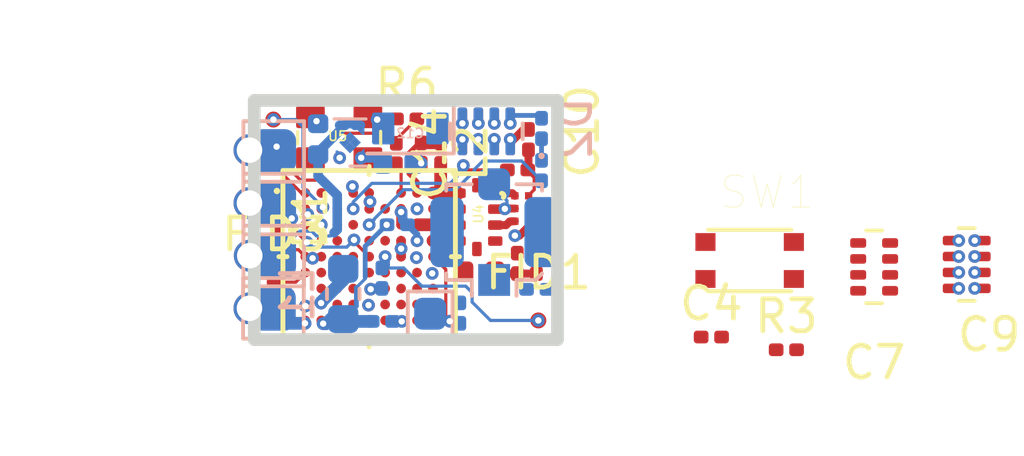
<source format=kicad_pcb>
(kicad_pcb (version 20171130) (host pcbnew "(5.1.4)-1")

  (general
    (thickness 1)
    (drawings 8)
    (tracks 253)
    (zones 0)
    (modules 43)
    (nets 66)
  )

  (page A4)
  (layers
    (0 F.Cu signal)
    (1 In1.Cu_Gnd signal)
    (2 In2.Cu_3V3 signal)
    (31 B.Cu signal)
    (32 B.Adhes user)
    (33 F.Adhes user)
    (34 B.Paste user)
    (35 F.Paste user)
    (36 B.SilkS user hide)
    (37 F.SilkS user)
    (38 B.Mask user)
    (39 F.Mask user)
    (40 Dwgs.User user)
    (41 Cmts.User user hide)
    (42 Eco1.User user)
    (43 Eco2.User user)
    (44 Edge.Cuts user)
    (45 Margin user)
    (46 B.CrtYd user)
    (47 F.CrtYd user)
    (48 B.Fab user)
    (49 F.Fab user hide)
  )

  (setup
    (last_trace_width 0.1)
    (user_trace_width 0.15)
    (user_trace_width 0.2)
    (user_trace_width 0.25)
    (user_trace_width 0.3)
    (user_trace_width 0.35)
    (user_trace_width 0.4)
    (trace_clearance 0.1)
    (zone_clearance 0.108)
    (zone_45_only no)
    (trace_min 0.1)
    (via_size 0.4)
    (via_drill 0.2)
    (via_min_size 0.4)
    (via_min_drill 0.2)
    (uvia_size 0.3)
    (uvia_drill 0.1)
    (uvias_allowed no)
    (uvia_min_size 0.2)
    (uvia_min_drill 0.1)
    (edge_width 0.05)
    (segment_width 0.2)
    (pcb_text_width 0.3)
    (pcb_text_size 1.5 1.5)
    (mod_edge_width 0.12)
    (mod_text_size 1 1)
    (mod_text_width 0.15)
    (pad_size 1.05 2.2)
    (pad_drill 0)
    (pad_to_mask_clearance 0.05)
    (solder_mask_min_width 0.1)
    (aux_axis_origin 0 0)
    (visible_elements 7FFFFFFF)
    (pcbplotparams
      (layerselection 0x010fc_ffffffff)
      (usegerberextensions false)
      (usegerberattributes false)
      (usegerberadvancedattributes false)
      (creategerberjobfile false)
      (excludeedgelayer true)
      (linewidth 0.250000)
      (plotframeref false)
      (viasonmask false)
      (mode 1)
      (useauxorigin false)
      (hpglpennumber 1)
      (hpglpenspeed 20)
      (hpglpendiameter 15.000000)
      (psnegative false)
      (psa4output false)
      (plotreference true)
      (plotvalue true)
      (plotinvisibletext false)
      (padsonsilk false)
      (subtractmaskfromsilk false)
      (outputformat 1)
      (mirror false)
      (drillshape 1)
      (scaleselection 1)
      (outputdirectory ""))
  )

  (net 0 "")
  (net 1 GND)
  (net 2 VDDRF1V5)
  (net 3 VR_PA)
  (net 4 3.3-5V_IN)
  (net 5 BIND_BUT)
  (net 6 +3V3)
  (net 7 "Net-(C13-Pad2)")
  (net 8 XI)
  (net 9 "Net-(C18-Pad2)")
  (net 10 "Net-(C18-Pad1)")
  (net 11 RFI_N)
  (net 12 RFI_P)
  (net 13 "Net-(C26-Pad1)")
  (net 14 "Net-(D1-Pad1)")
  (net 15 "Net-(D2-Pad1)")
  (net 16 "Net-(L1-Pad1)")
  (net 17 LED1)
  (net 18 LED2)
  (net 19 Boot0)
  (net 20 RFSW_CRTL)
  (net 21 UART_RX)
  (net 22 UART_TX)
  (net 23 "Net-(C14-Pad1)")
  (net 24 "Net-(L2-Pad2)")
  (net 25 "Net-(R6-Pad1)")
  (net 26 RFO)
  (net 27 RFI)
  (net 28 NRST)
  (net 29 SWDIO)
  (net 30 SWDCLK)
  (net 31 "Net-(U1-PadB3)")
  (net 32 "Net-(U1-PadB4)")
  (net 33 "Net-(U1-PadB6)")
  (net 34 "Net-(U1-PadC1)")
  (net 35 "Net-(U1-PadC2)")
  (net 36 "Net-(U1-PadC3)")
  (net 37 "Net-(U1-PadC4)")
  (net 38 "Net-(U1-PadC5)")
  (net 39 "Net-(U1-PadC6)")
  (net 40 "Net-(U1-PadC7)")
  (net 41 "Net-(U1-PadD2)")
  (net 42 "Net-(U1-PadD3)")
  (net 43 "Net-(U1-PadD4)")
  (net 44 "Net-(U1-PadD5)")
  (net 45 "Net-(U1-PadD7)")
  (net 46 "Net-(U1-PadE1)")
  (net 47 "Net-(U1-PadE4)")
  (net 48 "Net-(U1-PadE6)")
  (net 49 "Net-(U1-PadF1)")
  (net 50 "Net-(U1-PadF2)")
  (net 51 "Net-(U1-PadF3)")
  (net 52 "Net-(U1-PadF4)")
  (net 53 "Net-(U1-PadF6)")
  (net 54 XO)
  (net 55 "Net-(U1-PadG2)")
  (net 56 "Net-(U1-PadG3)")
  (net 57 "Net-(U1-PadG4)")
  (net 58 "Net-(U1-PadH1)")
  (net 59 "Net-(U1-PadH2)")
  (net 60 "Net-(U1-PadH3)")
  (net 61 "Net-(U1-PadH4)")
  (net 62 "Net-(U1-PadJ2)")
  (net 63 "Net-(U1-PadJ3)")
  (net 64 "Net-(U1-PadJ8)")
  (net 65 "Net-(U1-PadB9)")

  (net_class Default "Dies ist die voreingestellte Netzklasse."
    (clearance 0.1)
    (trace_width 0.1)
    (via_dia 0.4)
    (via_drill 0.2)
    (uvia_dia 0.3)
    (uvia_drill 0.1)
    (add_net +3V3)
    (add_net 3.3-5V_IN)
    (add_net BIND_BUT)
    (add_net Boot0)
    (add_net GND)
    (add_net LED1)
    (add_net LED2)
    (add_net NRST)
    (add_net "Net-(C13-Pad2)")
    (add_net "Net-(C14-Pad1)")
    (add_net "Net-(C18-Pad1)")
    (add_net "Net-(C18-Pad2)")
    (add_net "Net-(C26-Pad1)")
    (add_net "Net-(D1-Pad1)")
    (add_net "Net-(D2-Pad1)")
    (add_net "Net-(L1-Pad1)")
    (add_net "Net-(L2-Pad2)")
    (add_net "Net-(R6-Pad1)")
    (add_net "Net-(U1-PadB3)")
    (add_net "Net-(U1-PadB4)")
    (add_net "Net-(U1-PadB6)")
    (add_net "Net-(U1-PadB9)")
    (add_net "Net-(U1-PadC1)")
    (add_net "Net-(U1-PadC2)")
    (add_net "Net-(U1-PadC3)")
    (add_net "Net-(U1-PadC4)")
    (add_net "Net-(U1-PadC5)")
    (add_net "Net-(U1-PadC6)")
    (add_net "Net-(U1-PadC7)")
    (add_net "Net-(U1-PadD2)")
    (add_net "Net-(U1-PadD3)")
    (add_net "Net-(U1-PadD4)")
    (add_net "Net-(U1-PadD5)")
    (add_net "Net-(U1-PadD7)")
    (add_net "Net-(U1-PadE1)")
    (add_net "Net-(U1-PadE4)")
    (add_net "Net-(U1-PadE6)")
    (add_net "Net-(U1-PadF1)")
    (add_net "Net-(U1-PadF2)")
    (add_net "Net-(U1-PadF3)")
    (add_net "Net-(U1-PadF4)")
    (add_net "Net-(U1-PadF6)")
    (add_net "Net-(U1-PadG2)")
    (add_net "Net-(U1-PadG3)")
    (add_net "Net-(U1-PadG4)")
    (add_net "Net-(U1-PadH1)")
    (add_net "Net-(U1-PadH2)")
    (add_net "Net-(U1-PadH3)")
    (add_net "Net-(U1-PadH4)")
    (add_net "Net-(U1-PadJ2)")
    (add_net "Net-(U1-PadJ3)")
    (add_net "Net-(U1-PadJ8)")
    (add_net RFI)
    (add_net RFI_N)
    (add_net RFI_P)
    (add_net RFO)
    (add_net RFSW_CRTL)
    (add_net SWDCLK)
    (add_net SWDIO)
    (add_net UART_RX)
    (add_net UART_TX)
    (add_net VDDRF1V5)
    (add_net VR_PA)
    (add_net XI)
    (add_net XO)
  )

  (module ftprnts:EVPBL9A2B000 (layer F.Cu) (tedit 6048EF7D) (tstamp 604CDBCD)
    (at 135.82 56.02)
    (path /6089F96C)
    (fp_text reference SW1 (at 0.55069 -2.13777) (layer F.SilkS)
      (effects (font (size 1.001291 1.001291) (thickness 0.015)))
    )
    (fp_text value SW_Push (at -0.1 1.3) (layer F.Fab)
      (effects (font (size 0.3 0.3) (thickness 0.015)))
    )
    (fp_line (start -1.85 1.05) (end -1.85 -1.05) (layer F.CrtYd) (width 0.05))
    (fp_line (start 1.85 1.05) (end -1.85 1.05) (layer F.CrtYd) (width 0.05))
    (fp_line (start 1.85 -1.05) (end 1.85 1.05) (layer F.CrtYd) (width 0.05))
    (fp_line (start -1.85 -1.05) (end 1.85 -1.05) (layer F.CrtYd) (width 0.05))
    (fp_line (start -1.3 -0.9635) (end 1.3 -0.9635) (layer F.SilkS) (width 0.127))
    (fp_line (start -1.3 0.9635) (end 1.3 0.9635) (layer F.SilkS) (width 0.127))
    (fp_line (start -1.4 0.9) (end -1.4 -0.95) (layer F.Fab) (width 0.127))
    (fp_line (start 1.4 0.9) (end -1.4 0.9) (layer F.Fab) (width 0.127))
    (fp_line (start 1.4 -0.95) (end 1.4 0.9) (layer F.Fab) (width 0.127))
    (fp_line (start -1.4 -0.95) (end 1.4 -0.95) (layer F.Fab) (width 0.127))
    (pad 2 smd rect (at 1.385 0.58) (size 0.63 0.56) (layers F.Cu F.Paste F.Mask)
      (net 1 GND))
    (pad 2 smd rect (at 1.385 -0.58) (size 0.63 0.56) (layers F.Cu F.Paste F.Mask)
      (net 1 GND))
    (pad 1 smd rect (at -1.385 0.58) (size 0.63 0.56) (layers F.Cu F.Paste F.Mask)
      (net 5 BIND_BUT))
    (pad 1 smd rect (at -1.385 -0.58) (size 0.63 0.56) (layers F.Cu F.Paste F.Mask)
      (net 5 BIND_BUT))
  )

  (module ftprnts:R_0201_0603Metric_dense (layer F.Cu) (tedit 60493B0C) (tstamp 604CDB5B)
    (at 136.97 58.82)
    (descr "Resistor SMD 0201 (0603 Metric), square (rectangular) end terminal, IPC_7351 nominal, (Body size source: https://www.vishay.com/docs/20052/crcw0201e3.pdf), generated with kicad-footprint-generator")
    (tags resistor)
    (path /608A071A)
    (attr smd)
    (fp_text reference R3 (at 0 -1.05) (layer F.SilkS)
      (effects (font (size 1 1) (thickness 0.15)))
    )
    (fp_text value 10k (at 0 1.05) (layer F.Fab)
      (effects (font (size 1 1) (thickness 0.15)))
    )
    (fp_line (start -0.3 0.15) (end -0.3 -0.15) (layer F.Fab) (width 0.1))
    (fp_line (start -0.3 -0.15) (end 0.3 -0.15) (layer F.Fab) (width 0.1))
    (fp_line (start 0.3 -0.15) (end 0.3 0.15) (layer F.Fab) (width 0.1))
    (fp_line (start 0.3 0.15) (end -0.3 0.15) (layer F.Fab) (width 0.1))
    (fp_line (start -0.65 0.3) (end -0.65 -0.3) (layer F.CrtYd) (width 0.05))
    (fp_line (start -0.65 -0.3) (end 0.65 -0.3) (layer F.CrtYd) (width 0.05))
    (fp_line (start 0.65 -0.3) (end 0.65 0.3) (layer F.CrtYd) (width 0.05))
    (fp_line (start 0.65 0.3) (end -0.65 0.3) (layer F.CrtYd) (width 0.05))
    (fp_text user %R (at 0 -0.68) (layer F.Fab)
      (effects (font (size 0.25 0.25) (thickness 0.04)))
    )
    (pad 2 smd roundrect (at 0.32 0) (size 0.46 0.4) (layers F.Cu F.Mask) (roundrect_rratio 0.25)
      (net 6 +3V3))
    (pad 1 smd roundrect (at -0.32 0) (size 0.46 0.4) (layers F.Cu F.Mask) (roundrect_rratio 0.25)
      (net 5 BIND_BUT))
    (pad "" smd roundrect (at 0.345 0) (size 0.318 0.36) (layers F.Paste) (roundrect_rratio 0.25))
    (pad "" smd roundrect (at -0.345 0) (size 0.318 0.36) (layers F.Paste) (roundrect_rratio 0.25))
    (model ${KISYS3DMOD}/Resistor_SMD.3dshapes/R_0201_0603Metric.wrl
      (at (xyz 0 0 0))
      (scale (xyz 1 1 1))
      (rotate (xyz 0 0 0))
    )
  )

  (module ftprnts:0805_low_esl_cap_avx_w_via_dense (layer F.Cu) (tedit 60493914) (tstamp 604CD8AE)
    (at 142.62 56.145)
    (path /608C1865)
    (fp_text reference C9 (at 0.7 2.2) (layer F.SilkS)
      (effects (font (size 1 1) (thickness 0.15)))
    )
    (fp_text value 2.2uF (at 0.25 -1.85) (layer F.Fab)
      (effects (font (size 1 1) (thickness 0.15)))
    )
    (fp_line (start -0.5 -1) (end 0.5 -1) (layer F.Fab) (width 0.1))
    (fp_line (start 0.85 1.1) (end 0.85 -1.1) (layer F.CrtYd) (width 0.05))
    (fp_line (start 0.5 -1) (end 0.5 1) (layer F.Fab) (width 0.1))
    (fp_line (start 0.5 1) (end -0.5 1) (layer F.Fab) (width 0.1))
    (fp_line (start 0.85 1.1) (end -0.85 1.1) (layer F.CrtYd) (width 0.05))
    (fp_line (start -0.85 -1.1) (end 0.85 -1.1) (layer F.CrtYd) (width 0.05))
    (fp_line (start -0.85 -1.1) (end -0.85 1.1) (layer F.CrtYd) (width 0.05))
    (fp_line (start -0.5 1) (end -0.5 -1) (layer F.Fab) (width 0.1))
    (fp_line (start 0.25 1.14) (end -0.25 1.14) (layer F.SilkS) (width 0.12))
    (fp_line (start 0.25 -1.14) (end -0.25 -1.14) (layer F.SilkS) (width 0.12))
    (pad 2 thru_hole circle (at -0.25 -0.25) (size 0.4 0.4) (drill 0.2) (layers *.Cu)
      (net 6 +3V3) (solder_mask_margin -0.1))
    (pad 1 thru_hole circle (at -0.25 0.25) (size 0.4 0.4) (drill 0.2) (layers *.Cu)
      (net 1 GND) (solder_mask_margin -0.1))
    (pad 2 smd roundrect (at -0.5 -0.25) (size 0.5 0.3) (layers F.Cu F.Paste F.Mask) (roundrect_rratio 0.25)
      (net 6 +3V3))
    (pad 1 smd roundrect (at -0.5 0.25) (size 0.5 0.3) (layers F.Cu F.Paste F.Mask) (roundrect_rratio 0.25)
      (net 1 GND))
    (pad 2 smd roundrect (at 0.5 0.25) (size 0.5 0.3) (layers F.Cu F.Paste F.Mask) (roundrect_rratio 0.25)
      (net 6 +3V3))
    (pad 1 smd roundrect (at -0.5 -0.75) (size 0.5 0.3) (layers F.Cu F.Paste F.Mask) (roundrect_rratio 0.25)
      (net 1 GND))
    (pad 2 smd roundrect (at 0.5 -0.75) (size 0.5 0.3) (layers F.Cu F.Paste F.Mask) (roundrect_rratio 0.25)
      (net 6 +3V3))
    (pad 1 smd roundrect (at 0.5 -0.25) (size 0.5 0.3) (layers F.Cu F.Paste F.Mask) (roundrect_rratio 0.25)
      (net 1 GND))
    (pad 2 smd roundrect (at -0.5 0.75) (size 0.5 0.3) (layers F.Cu F.Paste F.Mask) (roundrect_rratio 0.25)
      (net 6 +3V3))
    (pad 1 smd roundrect (at 0.5 0.75) (size 0.5 0.3) (layers F.Cu F.Paste F.Mask) (roundrect_rratio 0.25)
      (net 1 GND))
    (pad 2 thru_hole circle (at -0.25 0.75) (size 0.4 0.4) (drill 0.2) (layers *.Cu)
      (net 6 +3V3) (solder_mask_margin -0.1))
    (pad 2 thru_hole circle (at 0.25 0.25) (size 0.4 0.4) (drill 0.2) (layers *.Cu)
      (net 6 +3V3) (solder_mask_margin -0.1))
    (pad 1 thru_hole circle (at -0.25 -0.75) (size 0.4 0.4) (drill 0.2) (layers *.Cu)
      (net 1 GND) (solder_mask_margin -0.1))
    (pad 1 thru_hole circle (at 0.25 0.75) (size 0.4 0.4) (drill 0.2) (layers *.Cu)
      (net 1 GND) (solder_mask_margin -0.1))
    (pad 1 thru_hole circle (at 0.25 -0.25) (size 0.4 0.4) (drill 0.2) (layers *.Cu)
      (net 1 GND) (solder_mask_margin -0.1))
    (pad 2 thru_hole circle (at 0.25 -0.75) (size 0.4 0.4) (drill 0.2) (layers *.Cu)
      (net 6 +3V3) (solder_mask_margin -0.1))
    (model ${KISYS3DMOD}/Resistor_SMD.3dshapes/R_Array_Concave_4x0402.step
      (at (xyz 0 0 0))
      (scale (xyz 1 1 1))
      (rotate (xyz 0 0 0))
    )
  )

  (module ftprnts:0805_low_esl_cap_avx (layer F.Cu) (tedit 6047BC72) (tstamp 604CD870)
    (at 139.72 56.22)
    (path /608B76A3)
    (fp_text reference C7 (at 0 3) (layer F.SilkS)
      (effects (font (size 1 1) (thickness 0.15)))
    )
    (fp_text value 2.2uF (at -0.1 -2.4) (layer F.Fab)
      (effects (font (size 1 1) (thickness 0.15)))
    )
    (fp_line (start 0.5 -1) (end 0.5 1) (layer F.Fab) (width 0.1))
    (fp_line (start 0.5 1) (end -0.5 1) (layer F.Fab) (width 0.1))
    (fp_line (start -0.5 -1) (end 0.5 -1) (layer F.Fab) (width 0.1))
    (fp_line (start 1 1.25) (end -1 1.25) (layer F.CrtYd) (width 0.05))
    (fp_line (start -1 -1.25) (end 1 -1.25) (layer F.CrtYd) (width 0.05))
    (fp_line (start -1 -1.25) (end -1 1.25) (layer F.CrtYd) (width 0.05))
    (fp_line (start 1 1.25) (end 1 -1.25) (layer F.CrtYd) (width 0.05))
    (fp_line (start -0.5 1) (end -0.5 -1) (layer F.Fab) (width 0.1))
    (fp_line (start 0.25 -1.14) (end -0.25 -1.14) (layer F.SilkS) (width 0.12))
    (fp_line (start 0.25 1.14) (end -0.25 1.14) (layer F.SilkS) (width 0.12))
    (pad 1 smd roundrect (at -0.5 0.25) (size 0.5 0.3) (layers F.Cu F.Paste F.Mask) (roundrect_rratio 0.25)
      (net 6 +3V3))
    (pad 2 smd roundrect (at 0.5 0.25) (size 0.5 0.3) (layers F.Cu F.Paste F.Mask) (roundrect_rratio 0.25)
      (net 1 GND))
    (pad 2 smd roundrect (at -0.5 -0.25) (size 0.5 0.3) (layers F.Cu F.Paste F.Mask) (roundrect_rratio 0.25)
      (net 1 GND))
    (pad 1 smd roundrect (at 0.5 -0.25) (size 0.5 0.3) (layers F.Cu F.Paste F.Mask) (roundrect_rratio 0.25)
      (net 6 +3V3))
    (pad 1 smd roundrect (at -0.5 -0.75) (size 0.5 0.3) (layers F.Cu F.Paste F.Mask) (roundrect_rratio 0.25)
      (net 6 +3V3))
    (pad 2 smd roundrect (at 0.5 -0.75) (size 0.5 0.3) (layers F.Cu F.Paste F.Mask) (roundrect_rratio 0.25)
      (net 1 GND))
    (pad 2 smd roundrect (at -0.5 0.75) (size 0.5 0.3) (layers F.Cu F.Paste F.Mask) (roundrect_rratio 0.25)
      (net 1 GND))
    (pad 1 smd roundrect (at 0.5 0.75) (size 0.5 0.3) (layers F.Cu F.Paste F.Mask) (roundrect_rratio 0.25)
      (net 6 +3V3))
    (model ${KISYS3DMOD}/Resistor_SMD.3dshapes/R_Array_Concave_4x0402.step
      (at (xyz 0 0 0))
      (scale (xyz 1 1 1))
      (rotate (xyz 0 0 0))
    )
  )

  (module ftprnts:C_0201_0603Metric_dense (layer F.Cu) (tedit 60493742) (tstamp 604CD81E)
    (at 134.62 58.42)
    (descr "Capacitor SMD 0201 (0603 Metric), square (rectangular) end terminal, IPC_7351 nominal, (Body size source: https://www.vishay.com/docs/20052/crcw0201e3.pdf), generated with kicad-footprint-generator")
    (tags capacitor)
    (path /608A1592)
    (attr smd)
    (fp_text reference C4 (at 0 -1.05) (layer F.SilkS)
      (effects (font (size 1 1) (thickness 0.15)))
    )
    (fp_text value 1µF (at 0 1.05) (layer F.Fab)
      (effects (font (size 1 1) (thickness 0.15)))
    )
    (fp_line (start 0.65 0.3) (end -0.65 0.3) (layer F.CrtYd) (width 0.05))
    (fp_line (start 0.65 -0.3) (end 0.65 0.3) (layer F.CrtYd) (width 0.05))
    (fp_line (start -0.65 -0.3) (end 0.65 -0.3) (layer F.CrtYd) (width 0.05))
    (fp_line (start -0.65 0.3) (end -0.65 -0.3) (layer F.CrtYd) (width 0.05))
    (fp_line (start 0.3 0.15) (end -0.3 0.15) (layer F.Fab) (width 0.1))
    (fp_line (start 0.3 -0.15) (end 0.3 0.15) (layer F.Fab) (width 0.1))
    (fp_line (start -0.3 -0.15) (end 0.3 -0.15) (layer F.Fab) (width 0.1))
    (fp_line (start -0.3 0.15) (end -0.3 -0.15) (layer F.Fab) (width 0.1))
    (fp_text user %R (at 0 -0.68) (layer F.Fab)
      (effects (font (size 0.25 0.25) (thickness 0.04)))
    )
    (pad 2 smd roundrect (at 0.32 0) (size 0.46 0.4) (layers F.Cu F.Mask) (roundrect_rratio 0.25)
      (net 1 GND))
    (pad 1 smd roundrect (at -0.32 0) (size 0.46 0.4) (layers F.Cu F.Mask) (roundrect_rratio 0.25)
      (net 5 BIND_BUT))
    (pad "" smd roundrect (at 0.345 0) (size 0.318 0.36) (layers F.Paste) (roundrect_rratio 0.25))
    (pad "" smd roundrect (at -0.345 0) (size 0.318 0.36) (layers F.Paste) (roundrect_rratio 0.25))
    (model ${KISYS3DMOD}/Capacitor_SMD.3dshapes/C_0201_0603Metric.wrl
      (at (xyz 0 0 0))
      (scale (xyz 1 1 1))
      (rotate (xyz 0 0 0))
    )
  )

  (module ftprnts:BGS12PL6E6327XTSA1 (layer F.Cu) (tedit 604946D0) (tstamp 60494A6C)
    (at 128.68 54.39)
    (path /6081BA85)
    (fp_text reference U3 (at 0 2) (layer F.SilkS) hide
      (effects (font (size 1 1) (thickness 0.15)))
    )
    (fp_text value BGS12PL6E6327XTSA1 (at 0 -3) (layer F.SilkS) hide
      (effects (font (size 1 1) (thickness 0.15)))
    )
    (fp_line (start -0.381 0.5715) (end 0.381 0.5715) (layer F.Fab) (width 0.1524))
    (fp_line (start 0.381 0.5715) (end 0.381 -0.5715) (layer F.Fab) (width 0.1524))
    (fp_line (start 0.381 -0.5715) (end -0.381 -0.5715) (layer F.Fab) (width 0.1524))
    (fp_line (start -0.381 -0.5715) (end -0.381 0.5715) (layer F.Fab) (width 0.1524))
    (fp_line (start -0.475 0.675) (end -0.475 -0.675) (layer F.CrtYd) (width 0.05))
    (fp_line (start -0.475 -0.675) (end 0.475 -0.675) (layer F.CrtYd) (width 0.05))
    (fp_line (start 0.475 -0.675) (end 0.475 0.675) (layer F.CrtYd) (width 0.05))
    (fp_line (start 0.475 0.675) (end -0.475 0.675) (layer F.CrtYd) (width 0.05))
    (fp_circle (center -0.1016 -0.4) (end -0.1016 -0.4) (layer F.Fab) (width 0.1524))
    (fp_text user * (at 1 0) (layer F.Fab)
      (effects (font (size 1 1) (thickness 0.15)))
    )
    (fp_arc (start -0.6318 -0.4) (end -0.6318 -0.4762) (angle 131.758408) (layer F.SilkS) (width 0.1524))
    (fp_arc (start 0 -0.5715) (end 0.3048 -0.5715) (angle 180) (layer F.Fab) (width 0.1524))
    (pad 1 smd rect (at -0.2159 -0.399999) (size 0.2286 0.2286) (layers F.Cu F.Paste F.Mask)
      (net 26 RFO))
    (pad 2 smd rect (at -0.2159 0) (size 0.2286 0.2286) (layers F.Cu F.Paste F.Mask)
      (net 1 GND))
    (pad 3 smd rect (at -0.2159 0.399999) (size 0.2286 0.2286) (layers F.Cu F.Paste F.Mask)
      (net 27 RFI))
    (pad 4 smd rect (at 0.2159 0.399999) (size 0.2286 0.2286) (layers F.Cu F.Paste F.Mask)
      (net 6 +3V3))
    (pad 5 smd rect (at 0.2159 0) (size 0.2286 0.2286) (layers F.Cu F.Paste F.Mask)
      (net 10 "Net-(C18-Pad1)"))
    (pad 6 smd rect (at 0.2159 -0.399999) (size 0.2286 0.2286) (layers F.Cu F.Paste F.Mask)
      (net 7 "Net-(C13-Pad2)"))
    (model ${KISYS3DMOD}/Package_BGA.3dshapes/Texas_DSBGA-6_0.9x1.4mm_Layout2x3_P0.5mm.wrl
      (at (xyz 0 0 0))
      (scale (xyz 1 1 1))
      (rotate (xyz 0 0 0))
    )
  )

  (module ftprnts:STM32WLE5JBI6 (layer F.Cu) (tedit 604940B5) (tstamp 6048262D)
    (at 123.9 55.9 90)
    (path /60817AFC)
    (fp_text reference U1 (at 0 -1 90) (layer F.Fab) hide
      (effects (font (size 1 1) (thickness 0.15)))
    )
    (fp_text value STM32WLE5JBI6 (at 0 5 90) (layer F.SilkS) hide
      (effects (font (size 1 1) (thickness 0.15)))
    )
    (fp_line (start -2.575 0) (end -2.829 0) (layer F.SilkS) (width 0.1524))
    (fp_line (start 2.575 0) (end 2.829 0) (layer F.SilkS) (width 0.1524))
    (fp_line (start 0 -2.575) (end 0 -2.829) (layer F.SilkS) (width 0.1524))
    (fp_line (start 0 2.575) (end 0 2.829) (layer F.SilkS) (width 0.1524))
    (fp_line (start -2.325 -2.575) (end -2.575 -2.325) (layer F.Fab) (width 0.1524))
    (fp_line (start -2.702001 2.702001) (end 2.702001 2.702001) (layer F.SilkS) (width 0.1524))
    (fp_line (start 2.702001 2.702001) (end 2.702001 -2.702001) (layer F.SilkS) (width 0.1524))
    (fp_line (start 2.702001 -2.702001) (end -2.702001 -2.702001) (layer F.SilkS) (width 0.1524))
    (fp_line (start -2.702001 -2.702001) (end -2.702001 2.702001) (layer F.SilkS) (width 0.1524))
    (fp_line (start -2.575001 2.575001) (end 2.575001 2.575001) (layer F.Fab) (width 0.1524))
    (fp_line (start 2.575001 2.575001) (end 2.575001 -2.575001) (layer F.Fab) (width 0.1524))
    (fp_line (start 2.575001 -2.575001) (end -2.575001 -2.575001) (layer F.Fab) (width 0.1524))
    (fp_line (start -2.575001 -2.575001) (end -2.575001 2.575001) (layer F.Fab) (width 0.1524))
    (fp_line (start -2.625 2.625) (end -2.625 -2.625) (layer F.CrtYd) (width 0.05))
    (fp_line (start -2.625 -2.625) (end 2.625 -2.625) (layer F.CrtYd) (width 0.05))
    (fp_line (start 2.625 -2.625) (end 2.625 2.625) (layer F.CrtYd) (width 0.05))
    (fp_line (start 2.625 2.625) (end -2.625 2.625) (layer F.CrtYd) (width 0.05))
    (fp_text user A (at -3.21 -2 90) (layer F.SilkS) hide
      (effects (font (size 1 1) (thickness 0.15)))
    )
    (fp_text user 1 (at -2 -3.21) (layer F.SilkS) hide
      (effects (font (size 1 1) (thickness 0.15)))
    )
    (pad A1 smd circle (at -2 -2 90) (size 0.3048 0.3048) (layers F.Cu F.Paste F.Mask)
      (net 1 GND))
    (pad A2 smd circle (at -1.5 -2 90) (size 0.3048 0.3048) (layers F.Cu F.Paste F.Mask)
      (net 6 +3V3))
    (pad A4 smd circle (at -0.5 -2 90) (size 0.3048 0.3048) (layers F.Cu F.Paste F.Mask)
      (net 30 SWDCLK))
    (pad A5 smd circle (at 0 -2 90) (size 0.3048 0.3048) (layers F.Cu F.Paste F.Mask)
      (net 6 +3V3))
    (pad A7 smd circle (at 1 -2 90) (size 0.3048 0.3048) (layers F.Cu F.Paste F.Mask)
      (net 6 +3V3))
    (pad A8 smd circle (at 1.5 -2 90) (size 0.3048 0.3048) (layers F.Cu F.Paste F.Mask)
      (net 6 +3V3))
    (pad A9 smd circle (at 2 -2 90) (size 0.3048 0.3048) (layers F.Cu F.Paste F.Mask)
      (net 17 LED1))
    (pad B1 smd circle (at -2 -1.5 90) (size 0.3048 0.3048) (layers F.Cu F.Paste F.Mask)
      (net 2 VDDRF1V5))
    (pad B2 smd circle (at -1.5 -1.5 90) (size 0.3048 0.3048) (layers F.Cu F.Paste F.Mask)
      (net 16 "Net-(L1-Pad1)"))
    (pad B3 smd circle (at -1 -1.5 90) (size 0.3048 0.3048) (layers F.Cu F.Paste F.Mask)
      (net 31 "Net-(U1-PadB3)"))
    (pad B4 smd circle (at -0.5 -1.5 90) (size 0.3048 0.3048) (layers F.Cu F.Paste F.Mask)
      (net 32 "Net-(U1-PadB4)"))
    (pad B5 smd circle (at 0 -1.5 90) (size 0.3048 0.3048) (layers F.Cu F.Paste F.Mask)
      (net 6 +3V3))
    (pad B6 smd circle (at 0.5 -1.5 90) (size 0.3048 0.3048) (layers F.Cu F.Paste F.Mask)
      (net 33 "Net-(U1-PadB6)"))
    (pad B7 smd circle (at 1 -1.5 90) (size 0.3048 0.3048) (layers F.Cu F.Paste F.Mask)
      (net 1 GND))
    (pad B8 smd circle (at 1.5 -1.5 90) (size 0.3048 0.3048) (layers F.Cu F.Paste F.Mask)
      (net 29 SWDIO))
    (pad B9 smd circle (at 2 -1.5 90) (size 0.3048 0.3048) (layers F.Cu F.Paste F.Mask)
      (net 65 "Net-(U1-PadB9)"))
    (pad C1 smd circle (at -2 -1 90) (size 0.3048 0.3048) (layers F.Cu F.Paste F.Mask)
      (net 34 "Net-(U1-PadC1)"))
    (pad C2 smd circle (at -1.5 -1 90) (size 0.3048 0.3048) (layers F.Cu F.Paste F.Mask)
      (net 35 "Net-(U1-PadC2)"))
    (pad C3 smd circle (at -1 -1 90) (size 0.3048 0.3048) (layers F.Cu F.Paste F.Mask)
      (net 36 "Net-(U1-PadC3)"))
    (pad C4 smd circle (at -0.5 -1 90) (size 0.3048 0.3048) (layers F.Cu F.Paste F.Mask)
      (net 37 "Net-(U1-PadC4)"))
    (pad C5 smd circle (at 0 -1 90) (size 0.3048 0.3048) (layers F.Cu F.Paste F.Mask)
      (net 38 "Net-(U1-PadC5)"))
    (pad C6 smd circle (at 0.5 -1 90) (size 0.3048 0.3048) (layers F.Cu F.Paste F.Mask)
      (net 39 "Net-(U1-PadC6)"))
    (pad C7 smd circle (at 1 -1 90) (size 0.3048 0.3048) (layers F.Cu F.Paste F.Mask)
      (net 40 "Net-(U1-PadC7)"))
    (pad C8 smd circle (at 1.5 -1 90) (size 0.3048 0.3048) (layers F.Cu F.Paste F.Mask)
      (net 21 UART_RX))
    (pad D2 smd circle (at -1.5 -0.5 90) (size 0.3048 0.3048) (layers F.Cu F.Paste F.Mask)
      (net 41 "Net-(U1-PadD2)"))
    (pad D3 smd circle (at -1 -0.5 90) (size 0.3048 0.3048) (layers F.Cu F.Paste F.Mask)
      (net 42 "Net-(U1-PadD3)"))
    (pad D4 smd circle (at -0.5 -0.5 90) (size 0.3048 0.3048) (layers F.Cu F.Paste F.Mask)
      (net 43 "Net-(U1-PadD4)"))
    (pad D5 smd circle (at 0 -0.5 90) (size 0.3048 0.3048) (layers F.Cu F.Paste F.Mask)
      (net 44 "Net-(U1-PadD5)"))
    (pad D6 smd circle (at 0.5 -0.5 90) (size 0.3048 0.3048) (layers F.Cu F.Paste F.Mask)
      (net 22 UART_TX))
    (pad D7 smd circle (at 1 -0.5 90) (size 0.3048 0.3048) (layers F.Cu F.Paste F.Mask)
      (net 45 "Net-(U1-PadD7)"))
    (pad D8 smd circle (at 1.5 -0.5 90) (size 0.3048 0.3048) (layers F.Cu F.Paste F.Mask)
      (net 20 RFSW_CRTL))
    (pad D9 smd circle (at 2 -0.5 90) (size 0.3048 0.3048) (layers F.Cu F.Paste F.Mask)
      (net 1 GND))
    (pad E1 smd circle (at -2 0 90) (size 0.3048 0.3048) (layers F.Cu F.Paste F.Mask)
      (net 46 "Net-(U1-PadE1)"))
    (pad E2 smd circle (at -1.5 0 90) (size 0.3048 0.3048) (layers F.Cu F.Paste F.Mask)
      (net 6 +3V3))
    (pad E3 smd circle (at -1 0 90) (size 0.3048 0.3048) (layers F.Cu F.Paste F.Mask)
      (net 1 GND))
    (pad E4 smd circle (at -0.5 0 90) (size 0.3048 0.3048) (layers F.Cu F.Paste F.Mask)
      (net 47 "Net-(U1-PadE4)"))
    (pad E5 smd circle (at 0 0 90) (size 0.3048 0.3048) (layers F.Cu F.Paste F.Mask)
      (net 22 UART_TX))
    (pad E6 smd circle (at 0.5 0 90) (size 0.3048 0.3048) (layers F.Cu F.Paste F.Mask)
      (net 48 "Net-(U1-PadE6)"))
    (pad E7 smd circle (at 1 0 90) (size 0.3048 0.3048) (layers F.Cu F.Paste F.Mask)
      (net 18 LED2))
    (pad E8 smd circle (at 1.5 0 90) (size 0.3048 0.3048) (layers F.Cu F.Paste F.Mask)
      (net 6 +3V3))
    (pad E9 smd circle (at 2 0 90) (size 0.3048 0.3048) (layers F.Cu F.Paste F.Mask)
      (net 6 +3V3))
    (pad F1 smd circle (at -2 0.5 90) (size 0.3048 0.3048) (layers F.Cu F.Paste F.Mask)
      (net 49 "Net-(U1-PadF1)"))
    (pad F2 smd circle (at -1.5 0.5 90) (size 0.3048 0.3048) (layers F.Cu F.Paste F.Mask)
      (net 50 "Net-(U1-PadF2)"))
    (pad F3 smd circle (at -1 0.5 90) (size 0.3048 0.3048) (layers F.Cu F.Paste F.Mask)
      (net 51 "Net-(U1-PadF3)"))
    (pad F4 smd circle (at -0.5 0.5 90) (size 0.3048 0.3048) (layers F.Cu F.Paste F.Mask)
      (net 52 "Net-(U1-PadF4)"))
    (pad F5 smd circle (at 0 0.5 90) (size 0.3048 0.3048) (layers F.Cu F.Paste F.Mask)
      (net 28 NRST))
    (pad F6 smd circle (at 0.5 0.5 90) (size 0.3048 0.3048) (layers F.Cu F.Paste F.Mask)
      (net 53 "Net-(U1-PadF6)"))
    (pad F7 smd circle (at 1 0.5 90) (size 0.3048 0.3048) (layers F.Cu F.Paste F.Mask)
      (net 2 VDDRF1V5))
    (pad F8 smd circle (at 1.5 0.5 90) (size 0.3048 0.3048) (layers F.Cu F.Paste F.Mask)
      (net 54 XO))
    (pad G2 smd circle (at -1.5 1 90) (size 0.3048 0.3048) (layers F.Cu F.Paste F.Mask)
      (net 55 "Net-(U1-PadG2)"))
    (pad G3 smd circle (at -1 1 90) (size 0.3048 0.3048) (layers F.Cu F.Paste F.Mask)
      (net 56 "Net-(U1-PadG3)"))
    (pad G4 smd circle (at -0.5 1 90) (size 0.3048 0.3048) (layers F.Cu F.Paste F.Mask)
      (net 57 "Net-(U1-PadG4)"))
    (pad G5 smd circle (at 0 1 90) (size 0.3048 0.3048) (layers F.Cu F.Paste F.Mask)
      (net 1 GND))
    (pad G6 smd circle (at 0.5 1 90) (size 0.3048 0.3048) (layers F.Cu F.Paste F.Mask)
      (net 1 GND))
    (pad G7 smd circle (at 1 1 90) (size 0.3048 0.3048) (layers F.Cu F.Paste F.Mask)
      (net 1 GND))
    (pad G8 smd circle (at 1.5 1 90) (size 0.3048 0.3048) (layers F.Cu F.Paste F.Mask)
      (net 1 GND))
    (pad G9 smd circle (at 2 1 90) (size 0.3048 0.3048) (layers F.Cu F.Paste F.Mask)
      (net 8 XI))
    (pad H1 smd circle (at -2 1.5 90) (size 0.3048 0.3048) (layers F.Cu F.Paste F.Mask)
      (net 58 "Net-(U1-PadH1)"))
    (pad H2 smd circle (at -1.5 1.5 90) (size 0.3048 0.3048) (layers F.Cu F.Paste F.Mask)
      (net 59 "Net-(U1-PadH2)"))
    (pad H3 smd circle (at -1 1.5 90) (size 0.3048 0.3048) (layers F.Cu F.Paste F.Mask)
      (net 60 "Net-(U1-PadH3)"))
    (pad H4 smd circle (at -0.5 1.5 90) (size 0.3048 0.3048) (layers F.Cu F.Paste F.Mask)
      (net 61 "Net-(U1-PadH4)"))
    (pad H5 smd circle (at 0 1.5 90) (size 0.3048 0.3048) (layers F.Cu F.Paste F.Mask)
      (net 6 +3V3))
    (pad H6 smd circle (at 0.5 1.5 90) (size 0.3048 0.3048) (layers F.Cu F.Paste F.Mask)
      (net 1 GND))
    (pad H7 smd circle (at 1 1.5 90) (size 0.3048 0.3048) (layers F.Cu F.Paste F.Mask)
      (net 11 RFI_N))
    (pad H8 smd circle (at 1.5 1.5 90) (size 0.3048 0.3048) (layers F.Cu F.Paste F.Mask)
      (net 6 +3V3))
    (pad H9 smd circle (at 2 1.5 90) (size 0.3048 0.3048) (layers F.Cu F.Paste F.Mask)
      (net 3 VR_PA))
    (pad J1 smd circle (at -2 2 90) (size 0.3048 0.3048) (layers F.Cu F.Paste F.Mask)
      (net 5 BIND_BUT))
    (pad J2 smd circle (at -1.5 2 90) (size 0.3048 0.3048) (layers F.Cu F.Paste F.Mask)
      (net 62 "Net-(U1-PadJ2)"))
    (pad J3 smd circle (at -1 2 90) (size 0.3048 0.3048) (layers F.Cu F.Paste F.Mask)
      (net 63 "Net-(U1-PadJ3)"))
    (pad J5 smd circle (at 0 2 90) (size 0.3048 0.3048) (layers F.Cu F.Paste F.Mask)
      (net 19 Boot0))
    (pad J6 smd circle (at 0.5 2 90) (size 0.3048 0.3048) (layers F.Cu F.Paste F.Mask)
      (net 12 RFI_P))
    (pad J8 smd circle (at 1.5 2 90) (size 0.3048 0.3048) (layers F.Cu F.Paste F.Mask)
      (net 64 "Net-(U1-PadJ8)"))
    (pad J9 smd circle (at 2 2 90) (size 0.3048 0.3048) (layers F.Cu F.Paste F.Mask)
      (net 24 "Net-(L2-Pad2)"))
    (model ${KISYS3DMOD}/Package_BGA.3dshapes/BGA-68_5.0x5.0mm_Layout9x9_P0.5mm_Ball0.3mm_Pad0.25mm_NSMD.step
      (at (xyz 0 0 0))
      (scale (xyz 1 1 1))
      (rotate (xyz 0 0 0))
    )
  )

  (module Connector_Coaxial:U.FL_Molex_MCRF_73412-0110_Vertical (layer B.Cu) (tedit 604B6DD1) (tstamp 604824BE)
    (at 127.815 55.13 180)
    (descr "Molex Microcoaxial RF Connectors (MCRF), mates Hirose U.FL, (http://www.molex.com/pdm_docs/sd/734120110_sd.pdf)")
    (tags "mcrf hirose ufl u.fl microcoaxial")
    (path /6088D09F)
    (attr smd)
    (fp_text reference J1 (at 0 -3.5) (layer B.SilkS) hide
      (effects (font (size 1 1) (thickness 0.15)) (justify mirror))
    )
    (fp_text value u.fl (at 0 3.302) (layer B.Fab) hide
      (effects (font (size 1 1) (thickness 0.15)) (justify mirror))
    )
    (fp_circle (center 0 0) (end 0 -0.2) (layer B.Fab) (width 0.1))
    (fp_line (start -1 -1.3) (end 1.3 -1.3) (layer B.Fab) (width 0.1))
    (fp_line (start 1.3 1.3) (end 1.3 -1.3) (layer B.Fab) (width 0.1))
    (fp_line (start -1.3 -1) (end -1 -1.3) (layer B.Fab) (width 0.1))
    (fp_line (start -1.3 1.3) (end -1.3 -1) (layer B.Fab) (width 0.1))
    (fp_line (start -1.3 1.3) (end 1.3 1.3) (layer B.Fab) (width 0.1))
    (fp_circle (center 0 0) (end 0.9 0) (layer B.Fab) (width 0.1))
    (fp_line (start -1.5 1.5) (end -0.7 1.5) (layer B.SilkS) (width 0.12))
    (fp_line (start -1.5 1.3) (end -1.5 1.5) (layer B.SilkS) (width 0.12))
    (fp_line (start 1.5 1.5) (end 1.5 1.3) (layer B.SilkS) (width 0.12))
    (fp_line (start 0.7 1.5) (end 1.5 1.5) (layer B.SilkS) (width 0.12))
    (fp_line (start 1.5 -1.5) (end 0.7 -1.5) (layer B.SilkS) (width 0.12))
    (fp_line (start 1.5 -1.3) (end 1.5 -1.5) (layer B.SilkS) (width 0.12))
    (fp_line (start -1.3 -1.5) (end -1.5 -1.3) (layer B.SilkS) (width 0.12))
    (fp_line (start -0.7 -1.5) (end -1.3 -1.5) (layer B.SilkS) (width 0.12))
    (fp_circle (center 0 0) (end 0 -0.125) (layer B.Fab) (width 0.1))
    (fp_circle (center 0 0) (end 0 -0.05) (layer B.Fab) (width 0.1))
    (fp_line (start -0.7 -1.5) (end -0.7 -2) (layer B.SilkS) (width 0.12))
    (fp_line (start 0.7 -1.5) (end 0.7 -2) (layer B.SilkS) (width 0.12))
    (fp_line (start -0.3 -1.3) (end 0 -1) (layer B.Fab) (width 0.1))
    (fp_line (start 0 -1) (end 0.3 -1.3) (layer B.Fab) (width 0.1))
    (fp_line (start -0.6 2.1) (end -0.6 1.45) (layer B.CrtYd) (width 0.05))
    (fp_line (start -0.6 1.45) (end -1.45 1.45) (layer B.CrtYd) (width 0.05))
    (fp_line (start -1.45 1.45) (end -1.45 1.2) (layer B.CrtYd) (width 0.05))
    (fp_line (start -1.45 1.2) (end -2.1 1.2) (layer B.CrtYd) (width 0.05))
    (fp_line (start -2.1 1.2) (end -2.1 -1.2) (layer B.CrtYd) (width 0.05))
    (fp_line (start -2.1 -1.2) (end -1.55 -1.2) (layer B.CrtYd) (width 0.05))
    (fp_line (start -1.55 -1.2) (end -1.3 -1.45) (layer B.CrtYd) (width 0.05))
    (fp_line (start -1.3 -1.45) (end -0.65 -1.45) (layer B.CrtYd) (width 0.05))
    (fp_line (start -0.65 -1.45) (end -0.65 -2.1) (layer B.CrtYd) (width 0.05))
    (fp_line (start -0.65 -2.1) (end 0.65 -2.1) (layer B.CrtYd) (width 0.05))
    (fp_line (start 0.65 -2.1) (end 0.65 -1.45) (layer B.CrtYd) (width 0.05))
    (fp_line (start 0.65 -1.45) (end 1.45 -1.45) (layer B.CrtYd) (width 0.05))
    (fp_line (start 1.45 -1.45) (end 1.45 -1.2) (layer B.CrtYd) (width 0.05))
    (fp_line (start 1.45 -1.2) (end 2.1 -1.2) (layer B.CrtYd) (width 0.05))
    (fp_line (start 2.1 -1.2) (end 2.1 1.2) (layer B.CrtYd) (width 0.05))
    (fp_line (start 2.1 1.2) (end 1.45 1.2) (layer B.CrtYd) (width 0.05))
    (fp_line (start 1.45 1.2) (end 1.45 1.45) (layer B.CrtYd) (width 0.05))
    (fp_line (start 1.45 1.45) (end 0.6 1.45) (layer B.CrtYd) (width 0.05))
    (fp_line (start 0.6 1.45) (end 0.6 2.1) (layer B.CrtYd) (width 0.05))
    (fp_line (start 0.6 2.1) (end -0.6 2.1) (layer B.CrtYd) (width 0.05))
    (fp_text user %R (at 0 -3.5) (layer B.Fab) hide
      (effects (font (size 1 1) (thickness 0.15)) (justify mirror))
    )
    (pad 1 smd rect (at 0 -1.5 180) (size 1 1) (layers B.Cu B.Paste B.Mask)
      (net 13 "Net-(C26-Pad1)"))
    (pad 2 smd roundrect (at 0 1.5 180) (size 1 1) (layers B.Cu B.Paste B.Mask) (roundrect_rratio 0.25)
      (net 1 GND))
    (pad 2 smd roundrect (at 1.475 0 180) (size 1.05 2.2) (layers B.Cu B.Paste B.Mask) (roundrect_rratio 0.25)
      (net 1 GND))
    (pad 2 smd roundrect (at -1.475 0 180) (size 1.05 2.2) (layers B.Cu B.Paste B.Mask) (roundrect_rratio 0.25)
      (net 1 GND))
    (model ${KISYS3DMOD}/Connector_Coaxial.3dshapes/U.FL_Hirose_U.FL-R-SMT-1_Vertical.wrl
      (at (xyz 0 0 0))
      (scale (xyz 1 1 1))
      (rotate (xyz 0 0 90))
    )
  )

  (module ftprnts:R_0201_0603Metric_dense (layer F.Cu) (tedit 60493B0C) (tstamp 6048256F)
    (at 128.55 53.18 180)
    (descr "Resistor SMD 0201 (0603 Metric), square (rectangular) end terminal, IPC_7351 nominal, (Body size source: https://www.vishay.com/docs/20052/crcw0201e3.pdf), generated with kicad-footprint-generator")
    (tags resistor)
    (path /60891E37)
    (attr smd)
    (fp_text reference R5 (at 0 -1.05) (layer F.SilkS) hide
      (effects (font (size 1 1) (thickness 0.15)))
    )
    (fp_text value 100R (at 0 1.05) (layer F.Fab) hide
      (effects (font (size 1 1) (thickness 0.15)))
    )
    (fp_line (start -0.3 0.15) (end -0.3 -0.15) (layer F.Fab) (width 0.1))
    (fp_line (start -0.3 -0.15) (end 0.3 -0.15) (layer F.Fab) (width 0.1))
    (fp_line (start 0.3 -0.15) (end 0.3 0.15) (layer F.Fab) (width 0.1))
    (fp_line (start 0.3 0.15) (end -0.3 0.15) (layer F.Fab) (width 0.1))
    (fp_line (start -0.65 0.3) (end -0.65 -0.3) (layer F.CrtYd) (width 0.05))
    (fp_line (start -0.65 -0.3) (end 0.65 -0.3) (layer F.CrtYd) (width 0.05))
    (fp_line (start 0.65 -0.3) (end 0.65 0.3) (layer F.CrtYd) (width 0.05))
    (fp_line (start 0.65 0.3) (end -0.65 0.3) (layer F.CrtYd) (width 0.05))
    (fp_text user %R (at 0 -0.68) (layer F.Fab) hide
      (effects (font (size 0.25 0.25) (thickness 0.04)))
    )
    (pad 2 smd roundrect (at 0.32 0 180) (size 0.46 0.4) (layers F.Cu F.Mask) (roundrect_rratio 0.25)
      (net 20 RFSW_CRTL))
    (pad 1 smd roundrect (at -0.32 0 180) (size 0.46 0.4) (layers F.Cu F.Mask) (roundrect_rratio 0.25)
      (net 7 "Net-(C13-Pad2)"))
    (pad "" smd roundrect (at 0.345 0 180) (size 0.318 0.36) (layers F.Paste) (roundrect_rratio 0.25))
    (pad "" smd roundrect (at -0.345 0 180) (size 0.318 0.36) (layers F.Paste) (roundrect_rratio 0.25))
    (model ${KISYS3DMOD}/Resistor_SMD.3dshapes/R_0201_0603Metric.wrl
      (at (xyz 0 0 0))
      (scale (xyz 1 1 1))
      (rotate (xyz 0 0 0))
    )
  )

  (module ftprnts:R_0201_0603Metric_dense (layer B.Cu) (tedit 60493B0C) (tstamp 6048255E)
    (at 126.74 57.67 270)
    (descr "Resistor SMD 0201 (0603 Metric), square (rectangular) end terminal, IPC_7351 nominal, (Body size source: https://www.vishay.com/docs/20052/crcw0201e3.pdf), generated with kicad-footprint-generator")
    (tags resistor)
    (path /6092D503)
    (attr smd)
    (fp_text reference R4 (at 0 1.05 90) (layer B.SilkS) hide
      (effects (font (size 1 1) (thickness 0.15)) (justify mirror))
    )
    (fp_text value 10k (at 0 -1.05 90) (layer B.Fab) hide
      (effects (font (size 1 1) (thickness 0.15)) (justify mirror))
    )
    (fp_line (start -0.3 -0.15) (end -0.3 0.15) (layer B.Fab) (width 0.1))
    (fp_line (start -0.3 0.15) (end 0.3 0.15) (layer B.Fab) (width 0.1))
    (fp_line (start 0.3 0.15) (end 0.3 -0.15) (layer B.Fab) (width 0.1))
    (fp_line (start 0.3 -0.15) (end -0.3 -0.15) (layer B.Fab) (width 0.1))
    (fp_line (start -0.65 -0.3) (end -0.65 0.3) (layer B.CrtYd) (width 0.05))
    (fp_line (start -0.65 0.3) (end 0.65 0.3) (layer B.CrtYd) (width 0.05))
    (fp_line (start 0.65 0.3) (end 0.65 -0.3) (layer B.CrtYd) (width 0.05))
    (fp_line (start 0.65 -0.3) (end -0.65 -0.3) (layer B.CrtYd) (width 0.05))
    (fp_text user %R (at 0 0.68 90) (layer B.Fab) hide
      (effects (font (size 0.25 0.25) (thickness 0.04)) (justify mirror))
    )
    (pad 2 smd roundrect (at 0.32 0 270) (size 0.46 0.4) (layers B.Cu B.Mask) (roundrect_rratio 0.25)
      (net 19 Boot0))
    (pad 1 smd roundrect (at -0.32 0 270) (size 0.46 0.4) (layers B.Cu B.Mask) (roundrect_rratio 0.25)
      (net 1 GND))
    (pad "" smd roundrect (at 0.345 0 270) (size 0.318 0.36) (layers B.Paste) (roundrect_rratio 0.25))
    (pad "" smd roundrect (at -0.345 0 270) (size 0.318 0.36) (layers B.Paste) (roundrect_rratio 0.25))
    (model ${KISYS3DMOD}/Resistor_SMD.3dshapes/R_0201_0603Metric.wrl
      (at (xyz 0 0 0))
      (scale (xyz 1 1 1))
      (rotate (xyz 0 0 0))
    )
  )

  (module ftprnts:R_0201_0603Metric_dense (layer B.Cu) (tedit 60493B0C) (tstamp 6048253C)
    (at 129.3 53.2 90)
    (descr "Resistor SMD 0201 (0603 Metric), square (rectangular) end terminal, IPC_7351 nominal, (Body size source: https://www.vishay.com/docs/20052/crcw0201e3.pdf), generated with kicad-footprint-generator")
    (tags resistor)
    (path /60958642)
    (attr smd)
    (fp_text reference R2 (at 0 1.05 270) (layer B.SilkS) hide
      (effects (font (size 1 1) (thickness 0.15)) (justify mirror))
    )
    (fp_text value 270R (at 0 -1.05 270) (layer B.Fab) hide
      (effects (font (size 1 1) (thickness 0.15)) (justify mirror))
    )
    (fp_line (start -0.3 -0.15) (end -0.3 0.15) (layer B.Fab) (width 0.1))
    (fp_line (start -0.3 0.15) (end 0.3 0.15) (layer B.Fab) (width 0.1))
    (fp_line (start 0.3 0.15) (end 0.3 -0.15) (layer B.Fab) (width 0.1))
    (fp_line (start 0.3 -0.15) (end -0.3 -0.15) (layer B.Fab) (width 0.1))
    (fp_line (start -0.65 -0.3) (end -0.65 0.3) (layer B.CrtYd) (width 0.05))
    (fp_line (start -0.65 0.3) (end 0.65 0.3) (layer B.CrtYd) (width 0.05))
    (fp_line (start 0.65 0.3) (end 0.65 -0.3) (layer B.CrtYd) (width 0.05))
    (fp_line (start 0.65 -0.3) (end -0.65 -0.3) (layer B.CrtYd) (width 0.05))
    (fp_text user %R (at 0 0.68 270) (layer B.Fab) hide
      (effects (font (size 0.25 0.25) (thickness 0.04)) (justify mirror))
    )
    (pad 2 smd roundrect (at 0.32 0 90) (size 0.46 0.4) (layers B.Cu B.Mask) (roundrect_rratio 0.25)
      (net 15 "Net-(D2-Pad1)"))
    (pad 1 smd roundrect (at -0.32 0 90) (size 0.46 0.4) (layers B.Cu B.Mask) (roundrect_rratio 0.25)
      (net 18 LED2))
    (pad "" smd roundrect (at 0.345 0 90) (size 0.318 0.36) (layers B.Paste) (roundrect_rratio 0.25))
    (pad "" smd roundrect (at -0.345 0 90) (size 0.318 0.36) (layers B.Paste) (roundrect_rratio 0.25))
    (model ${KISYS3DMOD}/Resistor_SMD.3dshapes/R_0201_0603Metric.wrl
      (at (xyz 0 0 0))
      (scale (xyz 1 1 1))
      (rotate (xyz 0 0 0))
    )
  )

  (module ftprnts:R_0201_0603Metric_dense (layer F.Cu) (tedit 60493B0C) (tstamp 6048252B)
    (at 121 53.4 270)
    (descr "Resistor SMD 0201 (0603 Metric), square (rectangular) end terminal, IPC_7351 nominal, (Body size source: https://www.vishay.com/docs/20052/crcw0201e3.pdf), generated with kicad-footprint-generator")
    (tags resistor)
    (path /60959030)
    (attr smd)
    (fp_text reference R1 (at 0 -1.05 90) (layer F.SilkS) hide
      (effects (font (size 1 1) (thickness 0.15)))
    )
    (fp_text value 270R (at 0 1.05 90) (layer F.Fab) hide
      (effects (font (size 1 1) (thickness 0.15)))
    )
    (fp_line (start -0.3 0.15) (end -0.3 -0.15) (layer F.Fab) (width 0.1))
    (fp_line (start -0.3 -0.15) (end 0.3 -0.15) (layer F.Fab) (width 0.1))
    (fp_line (start 0.3 -0.15) (end 0.3 0.15) (layer F.Fab) (width 0.1))
    (fp_line (start 0.3 0.15) (end -0.3 0.15) (layer F.Fab) (width 0.1))
    (fp_line (start -0.65 0.3) (end -0.65 -0.3) (layer F.CrtYd) (width 0.05))
    (fp_line (start -0.65 -0.3) (end 0.65 -0.3) (layer F.CrtYd) (width 0.05))
    (fp_line (start 0.65 -0.3) (end 0.65 0.3) (layer F.CrtYd) (width 0.05))
    (fp_line (start 0.65 0.3) (end -0.65 0.3) (layer F.CrtYd) (width 0.05))
    (fp_text user %R (at 0 -0.68 90) (layer F.Fab) hide
      (effects (font (size 0.25 0.25) (thickness 0.04)))
    )
    (pad 2 smd roundrect (at 0.32 0 270) (size 0.46 0.4) (layers F.Cu F.Mask) (roundrect_rratio 0.25)
      (net 14 "Net-(D1-Pad1)"))
    (pad 1 smd roundrect (at -0.32 0 270) (size 0.46 0.4) (layers F.Cu F.Mask) (roundrect_rratio 0.25)
      (net 17 LED1))
    (pad "" smd roundrect (at 0.345 0 270) (size 0.318 0.36) (layers F.Paste) (roundrect_rratio 0.25))
    (pad "" smd roundrect (at -0.345 0 270) (size 0.318 0.36) (layers F.Paste) (roundrect_rratio 0.25))
    (model ${KISYS3DMOD}/Resistor_SMD.3dshapes/R_0201_0603Metric.wrl
      (at (xyz 0 0 0))
      (scale (xyz 1 1 1))
      (rotate (xyz 0 0 0))
    )
  )

  (module ftprnts:L_0402_1005Metric_dense (layer B.Cu) (tedit 604937E5) (tstamp 604822E9)
    (at 124.815 52.98)
    (descr "Inductor SMD 0402 (1005 Metric), square (rectangular) end terminal, IPC_7351 nominal, (Body size source: http://www.tortai-tech.com/upload/download/2011102023233369053.pdf), generated with kicad-footprint-generator")
    (tags inductor)
    (path /608EDE36)
    (attr smd)
    (fp_text reference C5 (at 0 1.17) (layer B.SilkS) hide
      (effects (font (size 1 1) (thickness 0.15)) (justify mirror))
    )
    (fp_text value 10µF (at 0 -1.17) (layer B.Fab) hide
      (effects (font (size 1 1) (thickness 0.15)) (justify mirror))
    )
    (fp_line (start -0.5 -0.25) (end -0.5 0.25) (layer B.Fab) (width 0.1))
    (fp_line (start -0.5 0.25) (end 0.5 0.25) (layer B.Fab) (width 0.1))
    (fp_line (start 0.5 0.25) (end 0.5 -0.25) (layer B.Fab) (width 0.1))
    (fp_line (start 0.5 -0.25) (end -0.5 -0.25) (layer B.Fab) (width 0.1))
    (fp_line (start -0.875 -0.425) (end -0.875 0.425) (layer B.CrtYd) (width 0.05))
    (fp_line (start -0.875 0.425) (end 0.875 0.425) (layer B.CrtYd) (width 0.05))
    (fp_line (start 0.875 0.425) (end 0.875 -0.425) (layer B.CrtYd) (width 0.05))
    (fp_line (start 0.875 -0.425) (end -0.875 -0.425) (layer B.CrtYd) (width 0.05))
    (fp_text user %R (at 0 0) (layer B.Fab) hide
      (effects (font (size 0.25 0.25) (thickness 0.04)) (justify mirror))
    )
    (pad 2 smd roundrect (at 0.485 0) (size 0.59 0.64) (layers B.Cu B.Paste B.Mask) (roundrect_rratio 0.25)
      (net 1 GND))
    (pad 1 smd roundrect (at -0.485 0) (size 0.59 0.64) (layers B.Cu B.Paste B.Mask) (roundrect_rratio 0.25)
      (net 6 +3V3))
    (model ${KISYS3DMOD}/Inductor_SMD.3dshapes/L_0402_1005Metric.wrl
      (at (xyz 0 0 0))
      (scale (xyz 1 1 1))
      (rotate (xyz 0 0 0))
    )
  )

  (module ftprnts:L_0402_1005Metric_dense (layer B.Cu) (tedit 604937E5) (tstamp 604822C9)
    (at 122.3 52.215 90)
    (descr "Inductor SMD 0402 (1005 Metric), square (rectangular) end terminal, IPC_7351 nominal, (Body size source: http://www.tortai-tech.com/upload/download/2011102023233369053.pdf), generated with kicad-footprint-generator")
    (tags inductor)
    (path /608EE51A)
    (attr smd)
    (fp_text reference C3 (at 0 1.17 90) (layer B.SilkS) hide
      (effects (font (size 1 1) (thickness 0.15)) (justify mirror))
    )
    (fp_text value 10µF (at 0 -1.17 90) (layer B.Fab) hide
      (effects (font (size 1 1) (thickness 0.15)) (justify mirror))
    )
    (fp_line (start -0.5 -0.25) (end -0.5 0.25) (layer B.Fab) (width 0.1))
    (fp_line (start -0.5 0.25) (end 0.5 0.25) (layer B.Fab) (width 0.1))
    (fp_line (start 0.5 0.25) (end 0.5 -0.25) (layer B.Fab) (width 0.1))
    (fp_line (start 0.5 -0.25) (end -0.5 -0.25) (layer B.Fab) (width 0.1))
    (fp_line (start -0.875 -0.425) (end -0.875 0.425) (layer B.CrtYd) (width 0.05))
    (fp_line (start -0.875 0.425) (end 0.875 0.425) (layer B.CrtYd) (width 0.05))
    (fp_line (start 0.875 0.425) (end 0.875 -0.425) (layer B.CrtYd) (width 0.05))
    (fp_line (start 0.875 -0.425) (end -0.875 -0.425) (layer B.CrtYd) (width 0.05))
    (fp_text user %R (at 0 0 90) (layer B.Fab) hide
      (effects (font (size 0.25 0.25) (thickness 0.04)) (justify mirror))
    )
    (pad 2 smd roundrect (at 0.485 0 90) (size 0.59 0.64) (layers B.Cu B.Paste B.Mask) (roundrect_rratio 0.25)
      (net 1 GND))
    (pad 1 smd roundrect (at -0.485 0 90) (size 0.59 0.64) (layers B.Cu B.Paste B.Mask) (roundrect_rratio 0.25)
      (net 4 3.3-5V_IN))
    (model ${KISYS3DMOD}/Inductor_SMD.3dshapes/L_0402_1005Metric.wrl
      (at (xyz 0 0 0))
      (scale (xyz 1 1 1))
      (rotate (xyz 0 0 0))
    )
  )

  (module Package_DFN_QFN:UDFN-4_1x1mm_P0.65mm (layer B.Cu) (tedit 60493A27) (tstamp 6048264D)
    (at 123.3 52.32 90)
    (descr UDFN-4_1x1mm_P0.65mm)
    (tags UDFN-4_1x1mm_P0.65mm)
    (path /608E79FE)
    (attr smd)
    (fp_text reference U2 (at 0.45 2.16 270) (layer B.SilkS) hide
      (effects (font (size 1 1) (thickness 0.15)) (justify mirror))
    )
    (fp_text value NCP160 (at 0.47 -2.34 270) (layer B.Fab) hide
      (effects (font (size 1 1) (thickness 0.15)) (justify mirror))
    )
    (fp_line (start 0.74 0.5) (end 0.74 -0.5) (layer B.SilkS) (width 0.1))
    (fp_line (start -0.74 0.5) (end -0.74 0) (layer B.SilkS) (width 0.1))
    (fp_line (start -0.75 0.55) (end 0.75 0.55) (layer B.CrtYd) (width 0.05))
    (fp_line (start 0.75 0.55) (end 0.75 -0.55) (layer B.CrtYd) (width 0.05))
    (fp_line (start 0.75 -0.55) (end -0.75 -0.55) (layer B.CrtYd) (width 0.05))
    (fp_line (start -0.75 -0.55) (end -0.75 0.55) (layer B.CrtYd) (width 0.05))
    (fp_line (start -0.12 0.5) (end -0.5 0.12) (layer B.Fab) (width 0.1))
    (fp_line (start 0.5 -0.5) (end -0.5 -0.5) (layer B.Fab) (width 0.1))
    (fp_line (start -0.5 -0.5) (end -0.5 0.12) (layer B.Fab) (width 0.1))
    (fp_line (start -0.12 0.5) (end 0.5 0.5) (layer B.Fab) (width 0.1))
    (fp_line (start 0.5 0.5) (end 0.5 -0.5) (layer B.Fab) (width 0.1))
    (fp_text user %R (at 0.04 -0.08 270) (layer B.Fab) hide
      (effects (font (size 0.25 0.25) (thickness 0.025)) (justify mirror))
    )
    (pad 5 smd rect (at 0 0.17 135) (size 0.24 0.24) (layers B.Cu B.Paste B.Mask)
      (net 1 GND))
    (pad 5 smd rect (at -0.17 0 135) (size 0.24 0.24) (layers B.Cu B.Paste B.Mask)
      (net 1 GND))
    (pad 5 smd rect (at 0.17 0 135) (size 0.24 0.24) (layers B.Cu B.Paste B.Mask)
      (net 1 GND))
    (pad 3 smd rect (at 0.345 -0.415) (size 0.07 0.19) (layers B.Cu B.Paste B.Mask)
      (net 4 3.3-5V_IN))
    (pad 1 smd trapezoid (at -0.38 0.35 270) (size 0.2 0.2) (rect_delta 0 -0.19999 ) (layers B.Cu B.Paste B.Mask)
      (net 6 +3V3))
    (pad 3 smd trapezoid (at 0.43 -0.29 90) (size 0.18 0.18) (rect_delta 0 -0.17999 ) (layers B.Cu B.Paste B.Mask)
      (net 4 3.3-5V_IN))
    (pad 3 smd rect (at 0.54 -0.325 180) (size 0.25 0.22) (layers B.Cu B.Paste B.Mask)
      (net 4 3.3-5V_IN))
    (pad 4 smd rect (at 0.34 0.415) (size 0.07 0.19) (layers B.Cu B.Paste B.Mask)
      (net 4 3.3-5V_IN))
    (pad 4 smd trapezoid (at 0.425 0.29 180) (size 0.18 0.18) (rect_delta 0.1799 0 ) (layers B.Cu B.Paste B.Mask)
      (net 4 3.3-5V_IN))
    (pad 4 smd rect (at 0.54 0.325 180) (size 0.25 0.22) (layers B.Cu B.Paste B.Mask)
      (net 4 3.3-5V_IN))
    (pad 1 smd rect (at -0.54 0.325 180) (size 0.25 0.22) (layers B.Cu B.Paste B.Mask)
      (net 6 +3V3))
    (pad 5 smd rect (at 0 -0.17 135) (size 0.24 0.24) (layers B.Cu B.Paste B.Mask)
      (net 1 GND))
    (pad 2 smd rect (at -0.54 -0.325 180) (size 0.25 0.22) (layers B.Cu B.Paste B.Mask)
      (net 1 GND))
    (pad 1 smd trapezoid (at -0.43 0.3 270) (size 0.2 0.2) (rect_delta 0 -0.19999 ) (layers B.Cu B.Paste B.Mask)
      (net 6 +3V3))
    (pad 2 smd trapezoid (at -0.43 -0.29) (size 0.18 0.18) (rect_delta 0.1799 0 ) (layers B.Cu B.Paste B.Mask)
      (net 1 GND))
    (pad 2 smd rect (at -0.345 -0.415) (size 0.07 0.19) (layers B.Cu B.Paste B.Mask)
      (net 1 GND))
    (model ${KISYS3DMOD}/Package_DFN_QFN.3dshapes/UDFN-4_1x1mm_P0.65mm.wrl
      (at (xyz 0 0 0))
      (scale (xyz 1 1 1))
      (rotate (xyz 0 0 0))
    )
  )

  (module TestPoint:TestPoint_Pad_1.0x1.0mm (layer B.Cu) (tedit 604939D2) (tstamp 60482594)
    (at 125.81 57.69)
    (descr "SMD rectangular pad as test Point, square 1.0mm side length")
    (tags "test point SMD pad rectangle square")
    (path /60926949)
    (attr virtual)
    (fp_text reference TP1 (at 0 1.448) (layer B.SilkS) hide
      (effects (font (size 1 1) (thickness 0.15)) (justify mirror))
    )
    (fp_text value "Pad 1x1mm" (at 0 -1.55) (layer B.Fab) hide
      (effects (font (size 1 1) (thickness 0.15)) (justify mirror))
    )
    (fp_line (start -0.7 0.7) (end 0.7 0.7) (layer B.SilkS) (width 0.12))
    (fp_line (start 0.7 0.7) (end 0.7 -0.7) (layer B.SilkS) (width 0.12))
    (fp_line (start 0.7 -0.7) (end -0.7 -0.7) (layer B.SilkS) (width 0.12))
    (fp_line (start -0.7 -0.7) (end -0.7 0.7) (layer B.SilkS) (width 0.12))
    (fp_line (start -0.7 0.7) (end 0.7 0.7) (layer B.CrtYd) (width 0.05))
    (fp_line (start -0.7 0.7) (end -0.7 -0.7) (layer B.CrtYd) (width 0.05))
    (fp_line (start 0.7 -0.7) (end 0.7 0.7) (layer B.CrtYd) (width 0.05))
    (fp_line (start 0.7 -0.7) (end -0.7 -0.7) (layer B.CrtYd) (width 0.05))
    (fp_text user %R (at 0 1.45) (layer B.Fab) hide
      (effects (font (size 1 1) (thickness 0.15)) (justify mirror))
    )
    (pad 1 smd roundrect (at 0 0) (size 1 1) (layers B.Cu B.Mask) (roundrect_rratio 0.25)
      (net 19 Boot0))
  )

  (module ftprnts:0805_low_esl_cap_avx_w_via_dense (layer B.Cu) (tedit 60493914) (tstamp 60482373)
    (at 127.57 51.97 90)
    (path /608D1194)
    (fp_text reference C11 (at 0.7 -2.2 90) (layer B.SilkS) hide
      (effects (font (size 1 1) (thickness 0.15)) (justify mirror))
    )
    (fp_text value 2.2uF (at 0.25 1.85 90) (layer B.Fab) hide
      (effects (font (size 1 1) (thickness 0.15)) (justify mirror))
    )
    (fp_line (start -0.5 1) (end 0.5 1) (layer B.Fab) (width 0.1))
    (fp_line (start 0.85 -1.1) (end 0.85 1.1) (layer B.CrtYd) (width 0.05))
    (fp_line (start 0.5 1) (end 0.5 -1) (layer B.Fab) (width 0.1))
    (fp_line (start 0.5 -1) (end -0.5 -1) (layer B.Fab) (width 0.1))
    (fp_line (start 0.85 -1.1) (end -0.85 -1.1) (layer B.CrtYd) (width 0.05))
    (fp_line (start -0.85 1.1) (end 0.85 1.1) (layer B.CrtYd) (width 0.05))
    (fp_line (start -0.85 1.1) (end -0.85 -1.1) (layer B.CrtYd) (width 0.05))
    (fp_line (start -0.5 -1) (end -0.5 1) (layer B.Fab) (width 0.1))
    (fp_line (start 0.25 -1.14) (end -0.25 -1.14) (layer B.SilkS) (width 0.12))
    (fp_line (start 0.25 1.14) (end -0.25 1.14) (layer B.SilkS) (width 0.12))
    (pad 2 thru_hole circle (at -0.25 0.25 90) (size 0.4 0.4) (drill 0.2) (layers *.Cu)
      (net 6 +3V3) (solder_mask_margin -0.1))
    (pad 1 thru_hole circle (at -0.25 -0.25 90) (size 0.4 0.4) (drill 0.2) (layers *.Cu)
      (net 1 GND) (solder_mask_margin -0.1))
    (pad 2 smd roundrect (at -0.5 0.25 90) (size 0.5 0.3) (layers B.Cu B.Paste B.Mask) (roundrect_rratio 0.25)
      (net 6 +3V3))
    (pad 1 smd roundrect (at -0.5 -0.25 90) (size 0.5 0.3) (layers B.Cu B.Paste B.Mask) (roundrect_rratio 0.25)
      (net 1 GND))
    (pad 2 smd roundrect (at 0.5 -0.25 90) (size 0.5 0.3) (layers B.Cu B.Paste B.Mask) (roundrect_rratio 0.25)
      (net 6 +3V3))
    (pad 1 smd roundrect (at -0.5 0.75 90) (size 0.5 0.3) (layers B.Cu B.Paste B.Mask) (roundrect_rratio 0.25)
      (net 1 GND))
    (pad 2 smd roundrect (at 0.5 0.75 90) (size 0.5 0.3) (layers B.Cu B.Paste B.Mask) (roundrect_rratio 0.25)
      (net 6 +3V3))
    (pad 1 smd roundrect (at 0.5 0.25 90) (size 0.5 0.3) (layers B.Cu B.Paste B.Mask) (roundrect_rratio 0.25)
      (net 1 GND))
    (pad 2 smd roundrect (at -0.5 -0.75 90) (size 0.5 0.3) (layers B.Cu B.Paste B.Mask) (roundrect_rratio 0.25)
      (net 6 +3V3))
    (pad 1 smd roundrect (at 0.5 -0.75 90) (size 0.5 0.3) (layers B.Cu B.Paste B.Mask) (roundrect_rratio 0.25)
      (net 1 GND))
    (pad 2 thru_hole circle (at -0.25 -0.75 90) (size 0.4 0.4) (drill 0.2) (layers *.Cu)
      (net 6 +3V3) (solder_mask_margin -0.1))
    (pad 2 thru_hole circle (at 0.25 -0.25 90) (size 0.4 0.4) (drill 0.2) (layers *.Cu)
      (net 6 +3V3) (solder_mask_margin -0.1))
    (pad 1 thru_hole circle (at -0.25 0.75 90) (size 0.4 0.4) (drill 0.2) (layers *.Cu)
      (net 1 GND) (solder_mask_margin -0.1))
    (pad 1 thru_hole circle (at 0.25 -0.75 90) (size 0.4 0.4) (drill 0.2) (layers *.Cu)
      (net 1 GND) (solder_mask_margin -0.1))
    (pad 1 thru_hole circle (at 0.25 0.25 90) (size 0.4 0.4) (drill 0.2) (layers *.Cu)
      (net 1 GND) (solder_mask_margin -0.1))
    (pad 2 thru_hole circle (at 0.25 0.75 90) (size 0.4 0.4) (drill 0.2) (layers *.Cu)
      (net 6 +3V3) (solder_mask_margin -0.1))
    (model ${KISYS3DMOD}/Resistor_SMD.3dshapes/R_Array_Concave_4x0402.step
      (at (xyz 0 0 0))
      (scale (xyz 1 1 1))
      (rotate (xyz 0 0 0))
    )
  )

  (module ftprnts:L_0402_1005Metric_dense (layer F.Cu) (tedit 604937E5) (tstamp 6048251A)
    (at 127.355 56.37 180)
    (descr "Inductor SMD 0402 (1005 Metric), square (rectangular) end terminal, IPC_7351 nominal, (Body size source: http://www.tortai-tech.com/upload/download/2011102023233369053.pdf), generated with kicad-footprint-generator")
    (tags inductor)
    (path /6087F9F5)
    (attr smd)
    (fp_text reference L6 (at 0 -1.17) (layer F.SilkS) hide
      (effects (font (size 1 1) (thickness 0.15)))
    )
    (fp_text value 8.7nH (at 0 1.17) (layer F.Fab) hide
      (effects (font (size 1 1) (thickness 0.15)))
    )
    (fp_line (start -0.5 0.25) (end -0.5 -0.25) (layer F.Fab) (width 0.1))
    (fp_line (start -0.5 -0.25) (end 0.5 -0.25) (layer F.Fab) (width 0.1))
    (fp_line (start 0.5 -0.25) (end 0.5 0.25) (layer F.Fab) (width 0.1))
    (fp_line (start 0.5 0.25) (end -0.5 0.25) (layer F.Fab) (width 0.1))
    (fp_line (start -0.875 0.425) (end -0.875 -0.425) (layer F.CrtYd) (width 0.05))
    (fp_line (start -0.875 -0.425) (end 0.875 -0.425) (layer F.CrtYd) (width 0.05))
    (fp_line (start 0.875 -0.425) (end 0.875 0.425) (layer F.CrtYd) (width 0.05))
    (fp_line (start 0.875 0.425) (end -0.875 0.425) (layer F.CrtYd) (width 0.05))
    (fp_text user %R (at 0 0) (layer F.Fab) hide
      (effects (font (size 0.25 0.25) (thickness 0.04)))
    )
    (pad 2 smd roundrect (at 0.485 0 180) (size 0.59 0.64) (layers F.Cu F.Paste F.Mask) (roundrect_rratio 0.25)
      (net 13 "Net-(C26-Pad1)"))
    (pad 1 smd roundrect (at -0.485 0 180) (size 0.59 0.64) (layers F.Cu F.Paste F.Mask) (roundrect_rratio 0.25)
      (net 9 "Net-(C18-Pad2)"))
    (model ${KISYS3DMOD}/Inductor_SMD.3dshapes/L_0402_1005Metric.wrl
      (at (xyz 0 0 0))
      (scale (xyz 1 1 1))
      (rotate (xyz 0 0 0))
    )
  )

  (module ftprnts:C_0201_0603Metric_dense (layer B.Cu) (tedit 60493742) (tstamp 60482474)
    (at 129.15 56.925)
    (descr "Capacitor SMD 0201 (0603 Metric), square (rectangular) end terminal, IPC_7351 nominal, (Body size source: https://www.vishay.com/docs/20052/crcw0201e3.pdf), generated with kicad-footprint-generator")
    (tags capacitor)
    (path /608834B3)
    (attr smd)
    (fp_text reference C26 (at 0 1.05) (layer B.SilkS) hide
      (effects (font (size 1 1) (thickness 0.15)) (justify mirror))
    )
    (fp_text value 3.3pF (at 0 -1.05) (layer B.Fab) hide
      (effects (font (size 1 1) (thickness 0.15)) (justify mirror))
    )
    (fp_line (start 0.65 -0.3) (end -0.65 -0.3) (layer B.CrtYd) (width 0.05))
    (fp_line (start 0.65 0.3) (end 0.65 -0.3) (layer B.CrtYd) (width 0.05))
    (fp_line (start -0.65 0.3) (end 0.65 0.3) (layer B.CrtYd) (width 0.05))
    (fp_line (start -0.65 -0.3) (end -0.65 0.3) (layer B.CrtYd) (width 0.05))
    (fp_line (start 0.3 -0.15) (end -0.3 -0.15) (layer B.Fab) (width 0.1))
    (fp_line (start 0.3 0.15) (end 0.3 -0.15) (layer B.Fab) (width 0.1))
    (fp_line (start -0.3 0.15) (end 0.3 0.15) (layer B.Fab) (width 0.1))
    (fp_line (start -0.3 -0.15) (end -0.3 0.15) (layer B.Fab) (width 0.1))
    (fp_text user %R (at 0 0.68) (layer B.Fab) hide
      (effects (font (size 0.25 0.25) (thickness 0.04)) (justify mirror))
    )
    (pad 2 smd roundrect (at 0.32 0) (size 0.46 0.4) (layers B.Cu B.Mask) (roundrect_rratio 0.25)
      (net 1 GND))
    (pad 1 smd roundrect (at -0.32 0) (size 0.46 0.4) (layers B.Cu B.Mask) (roundrect_rratio 0.25)
      (net 13 "Net-(C26-Pad1)"))
    (pad "" smd roundrect (at 0.345 0) (size 0.318 0.36) (layers B.Paste) (roundrect_rratio 0.25))
    (pad "" smd roundrect (at -0.345 0) (size 0.318 0.36) (layers B.Paste) (roundrect_rratio 0.25))
    (model ${KISYS3DMOD}/Capacitor_SMD.3dshapes/C_0201_0603Metric.wrl
      (at (xyz 0 0 0))
      (scale (xyz 1 1 1))
      (rotate (xyz 0 0 0))
    )
  )

  (module ftprnts:C_0201_0603Metric_dense (layer F.Cu) (tedit 60493742) (tstamp 6048241F)
    (at 128.54 56.11 90)
    (descr "Capacitor SMD 0201 (0603 Metric), square (rectangular) end terminal, IPC_7351 nominal, (Body size source: https://www.vishay.com/docs/20052/crcw0201e3.pdf), generated with kicad-footprint-generator")
    (tags capacitor)
    (path /60882434)
    (attr smd)
    (fp_text reference C21 (at 0 -1.05 90) (layer F.SilkS) hide
      (effects (font (size 1 1) (thickness 0.15)))
    )
    (fp_text value 3.3pF (at 0 1.05 90) (layer F.Fab) hide
      (effects (font (size 1 1) (thickness 0.15)))
    )
    (fp_line (start 0.65 0.3) (end -0.65 0.3) (layer F.CrtYd) (width 0.05))
    (fp_line (start 0.65 -0.3) (end 0.65 0.3) (layer F.CrtYd) (width 0.05))
    (fp_line (start -0.65 -0.3) (end 0.65 -0.3) (layer F.CrtYd) (width 0.05))
    (fp_line (start -0.65 0.3) (end -0.65 -0.3) (layer F.CrtYd) (width 0.05))
    (fp_line (start 0.3 0.15) (end -0.3 0.15) (layer F.Fab) (width 0.1))
    (fp_line (start 0.3 -0.15) (end 0.3 0.15) (layer F.Fab) (width 0.1))
    (fp_line (start -0.3 -0.15) (end 0.3 -0.15) (layer F.Fab) (width 0.1))
    (fp_line (start -0.3 0.15) (end -0.3 -0.15) (layer F.Fab) (width 0.1))
    (fp_text user %R (at 0 -0.68 90) (layer F.Fab) hide
      (effects (font (size 0.25 0.25) (thickness 0.04)))
    )
    (pad 2 smd roundrect (at 0.32 0 90) (size 0.46 0.4) (layers F.Cu F.Mask) (roundrect_rratio 0.25)
      (net 1 GND))
    (pad 1 smd roundrect (at -0.32 0 90) (size 0.46 0.4) (layers F.Cu F.Mask) (roundrect_rratio 0.25)
      (net 9 "Net-(C18-Pad2)"))
    (pad "" smd roundrect (at 0.345 0 90) (size 0.318 0.36) (layers F.Paste) (roundrect_rratio 0.25))
    (pad "" smd roundrect (at -0.345 0 90) (size 0.318 0.36) (layers F.Paste) (roundrect_rratio 0.25))
    (model ${KISYS3DMOD}/Capacitor_SMD.3dshapes/C_0201_0603Metric.wrl
      (at (xyz 0 0 0))
      (scale (xyz 1 1 1))
      (rotate (xyz 0 0 0))
    )
  )

  (module ftprnts:C_0201_0603Metric_dense (layer F.Cu) (tedit 60493742) (tstamp 604823EC)
    (at 129.14 56.11 270)
    (descr "Capacitor SMD 0201 (0603 Metric), square (rectangular) end terminal, IPC_7351 nominal, (Body size source: https://www.vishay.com/docs/20052/crcw0201e3.pdf), generated with kicad-footprint-generator")
    (tags capacitor)
    (path /60880CF5)
    (attr smd)
    (fp_text reference C18 (at 0 -1.05 90) (layer F.SilkS) hide
      (effects (font (size 1 1) (thickness 0.15)))
    )
    (fp_text value 33pF (at 0 1.05 90) (layer F.Fab) hide
      (effects (font (size 1 1) (thickness 0.15)))
    )
    (fp_line (start 0.65 0.3) (end -0.65 0.3) (layer F.CrtYd) (width 0.05))
    (fp_line (start 0.65 -0.3) (end 0.65 0.3) (layer F.CrtYd) (width 0.05))
    (fp_line (start -0.65 -0.3) (end 0.65 -0.3) (layer F.CrtYd) (width 0.05))
    (fp_line (start -0.65 0.3) (end -0.65 -0.3) (layer F.CrtYd) (width 0.05))
    (fp_line (start 0.3 0.15) (end -0.3 0.15) (layer F.Fab) (width 0.1))
    (fp_line (start 0.3 -0.15) (end 0.3 0.15) (layer F.Fab) (width 0.1))
    (fp_line (start -0.3 -0.15) (end 0.3 -0.15) (layer F.Fab) (width 0.1))
    (fp_line (start -0.3 0.15) (end -0.3 -0.15) (layer F.Fab) (width 0.1))
    (fp_text user %R (at 0 -0.68 90) (layer F.Fab) hide
      (effects (font (size 0.25 0.25) (thickness 0.04)))
    )
    (pad 2 smd roundrect (at 0.32 0 270) (size 0.46 0.4) (layers F.Cu F.Mask) (roundrect_rratio 0.25)
      (net 9 "Net-(C18-Pad2)"))
    (pad 1 smd roundrect (at -0.32 0 270) (size 0.46 0.4) (layers F.Cu F.Mask) (roundrect_rratio 0.25)
      (net 10 "Net-(C18-Pad1)"))
    (pad "" smd roundrect (at 0.345 0 270) (size 0.318 0.36) (layers F.Paste) (roundrect_rratio 0.25))
    (pad "" smd roundrect (at -0.345 0 270) (size 0.318 0.36) (layers F.Paste) (roundrect_rratio 0.25))
    (model ${KISYS3DMOD}/Capacitor_SMD.3dshapes/C_0201_0603Metric.wrl
      (at (xyz 0 0 0))
      (scale (xyz 1 1 1))
      (rotate (xyz 0 0 0))
    )
  )

  (module ftprnts:C_0201_0603Metric_dense (layer F.Cu) (tedit 60493742) (tstamp 60482397)
    (at 128.89 52.23 270)
    (descr "Capacitor SMD 0201 (0603 Metric), square (rectangular) end terminal, IPC_7351 nominal, (Body size source: https://www.vishay.com/docs/20052/crcw0201e3.pdf), generated with kicad-footprint-generator")
    (tags capacitor)
    (path /6091BE43)
    (attr smd)
    (fp_text reference C13 (at 0 -1.05 90) (layer F.SilkS) hide
      (effects (font (size 1 1) (thickness 0.15)))
    )
    (fp_text value 1nF (at 0 1.05 90) (layer F.Fab) hide
      (effects (font (size 1 1) (thickness 0.15)))
    )
    (fp_line (start 0.65 0.3) (end -0.65 0.3) (layer F.CrtYd) (width 0.05))
    (fp_line (start 0.65 -0.3) (end 0.65 0.3) (layer F.CrtYd) (width 0.05))
    (fp_line (start -0.65 -0.3) (end 0.65 -0.3) (layer F.CrtYd) (width 0.05))
    (fp_line (start -0.65 0.3) (end -0.65 -0.3) (layer F.CrtYd) (width 0.05))
    (fp_line (start 0.3 0.15) (end -0.3 0.15) (layer F.Fab) (width 0.1))
    (fp_line (start 0.3 -0.15) (end 0.3 0.15) (layer F.Fab) (width 0.1))
    (fp_line (start -0.3 -0.15) (end 0.3 -0.15) (layer F.Fab) (width 0.1))
    (fp_line (start -0.3 0.15) (end -0.3 -0.15) (layer F.Fab) (width 0.1))
    (fp_text user %R (at 0 -0.68 90) (layer F.Fab) hide
      (effects (font (size 0.25 0.25) (thickness 0.04)))
    )
    (pad 2 smd roundrect (at 0.32 0 270) (size 0.46 0.4) (layers F.Cu F.Mask) (roundrect_rratio 0.25)
      (net 7 "Net-(C13-Pad2)"))
    (pad 1 smd roundrect (at -0.32 0 270) (size 0.46 0.4) (layers F.Cu F.Mask) (roundrect_rratio 0.25)
      (net 1 GND))
    (pad "" smd roundrect (at 0.345 0 270) (size 0.318 0.36) (layers F.Paste) (roundrect_rratio 0.25))
    (pad "" smd roundrect (at -0.345 0 270) (size 0.318 0.36) (layers F.Paste) (roundrect_rratio 0.25))
    (model ${KISYS3DMOD}/Capacitor_SMD.3dshapes/C_0201_0603Metric.wrl
      (at (xyz 0 0 0))
      (scale (xyz 1 1 1))
      (rotate (xyz 0 0 0))
    )
  )

  (module ftprnts:C_0201_0603Metric_dense (layer B.Cu) (tedit 60493742) (tstamp 60482329)
    (at 124.3 56.575 270)
    (descr "Capacitor SMD 0201 (0603 Metric), square (rectangular) end terminal, IPC_7351 nominal, (Body size source: https://www.vishay.com/docs/20052/crcw0201e3.pdf), generated with kicad-footprint-generator")
    (tags capacitor)
    (path /6091F427)
    (attr smd)
    (fp_text reference C8 (at 0 1.05 90) (layer B.SilkS) hide
      (effects (font (size 1 1) (thickness 0.15)) (justify mirror))
    )
    (fp_text value 100nF (at 0 -1.05 90) (layer B.Fab) hide
      (effects (font (size 1 1) (thickness 0.15)) (justify mirror))
    )
    (fp_line (start 0.65 -0.3) (end -0.65 -0.3) (layer B.CrtYd) (width 0.05))
    (fp_line (start 0.65 0.3) (end 0.65 -0.3) (layer B.CrtYd) (width 0.05))
    (fp_line (start -0.65 0.3) (end 0.65 0.3) (layer B.CrtYd) (width 0.05))
    (fp_line (start -0.65 -0.3) (end -0.65 0.3) (layer B.CrtYd) (width 0.05))
    (fp_line (start 0.3 -0.15) (end -0.3 -0.15) (layer B.Fab) (width 0.1))
    (fp_line (start 0.3 0.15) (end 0.3 -0.15) (layer B.Fab) (width 0.1))
    (fp_line (start -0.3 0.15) (end 0.3 0.15) (layer B.Fab) (width 0.1))
    (fp_line (start -0.3 -0.15) (end -0.3 0.15) (layer B.Fab) (width 0.1))
    (fp_text user %R (at 0 0.68 90) (layer B.Fab) hide
      (effects (font (size 0.25 0.25) (thickness 0.04)) (justify mirror))
    )
    (pad 2 smd roundrect (at 0.32 0 270) (size 0.46 0.4) (layers B.Cu B.Mask) (roundrect_rratio 0.25)
      (net 1 GND))
    (pad 1 smd roundrect (at -0.32 0 270) (size 0.46 0.4) (layers B.Cu B.Mask) (roundrect_rratio 0.25)
      (net 28 NRST))
    (pad "" smd roundrect (at 0.345 0 270) (size 0.318 0.36) (layers B.Paste) (roundrect_rratio 0.25))
    (pad "" smd roundrect (at -0.345 0 270) (size 0.318 0.36) (layers B.Paste) (roundrect_rratio 0.25))
    (model ${KISYS3DMOD}/Capacitor_SMD.3dshapes/C_0201_0603Metric.wrl
      (at (xyz 0 0 0))
      (scale (xyz 1 1 1))
      (rotate (xyz 0 0 0))
    )
  )

  (module ftprnts:C_0201_0603Metric_dense (layer B.Cu) (tedit 60493742) (tstamp 604822FA)
    (at 124.315 57.93)
    (descr "Capacitor SMD 0201 (0603 Metric), square (rectangular) end terminal, IPC_7351 nominal, (Body size source: https://www.vishay.com/docs/20052/crcw0201e3.pdf), generated with kicad-footprint-generator")
    (tags capacitor)
    (path /6083120F)
    (attr smd)
    (fp_text reference C6 (at 0 1.05) (layer B.SilkS) hide
      (effects (font (size 1 1) (thickness 0.15)) (justify mirror))
    )
    (fp_text value 1µF (at 0 -1.05) (layer B.Fab) hide
      (effects (font (size 1 1) (thickness 0.15)) (justify mirror))
    )
    (fp_line (start 0.65 -0.3) (end -0.65 -0.3) (layer B.CrtYd) (width 0.05))
    (fp_line (start 0.65 0.3) (end 0.65 -0.3) (layer B.CrtYd) (width 0.05))
    (fp_line (start -0.65 0.3) (end 0.65 0.3) (layer B.CrtYd) (width 0.05))
    (fp_line (start -0.65 -0.3) (end -0.65 0.3) (layer B.CrtYd) (width 0.05))
    (fp_line (start 0.3 -0.15) (end -0.3 -0.15) (layer B.Fab) (width 0.1))
    (fp_line (start 0.3 0.15) (end 0.3 -0.15) (layer B.Fab) (width 0.1))
    (fp_line (start -0.3 0.15) (end 0.3 0.15) (layer B.Fab) (width 0.1))
    (fp_line (start -0.3 -0.15) (end -0.3 0.15) (layer B.Fab) (width 0.1))
    (fp_text user %R (at 0 0.68) (layer B.Fab) hide
      (effects (font (size 0.25 0.25) (thickness 0.04)) (justify mirror))
    )
    (pad 2 smd roundrect (at 0.32 0) (size 0.46 0.4) (layers B.Cu B.Mask) (roundrect_rratio 0.25)
      (net 1 GND))
    (pad 1 smd roundrect (at -0.32 0) (size 0.46 0.4) (layers B.Cu B.Mask) (roundrect_rratio 0.25)
      (net 2 VDDRF1V5))
    (pad "" smd roundrect (at 0.345 0) (size 0.318 0.36) (layers B.Paste) (roundrect_rratio 0.25))
    (pad "" smd roundrect (at -0.345 0) (size 0.318 0.36) (layers B.Paste) (roundrect_rratio 0.25))
    (model ${KISYS3DMOD}/Capacitor_SMD.3dshapes/C_0201_0603Metric.wrl
      (at (xyz 0 0 0))
      (scale (xyz 1 1 1))
      (rotate (xyz 0 0 0))
    )
  )

  (module ftprnts:C_0201_0603Metric_dense (layer F.Cu) (tedit 60493742) (tstamp 604822BA)
    (at 125.53 52.65 270)
    (descr "Capacitor SMD 0201 (0603 Metric), square (rectangular) end terminal, IPC_7351 nominal, (Body size source: https://www.vishay.com/docs/20052/crcw0201e3.pdf), generated with kicad-footprint-generator")
    (tags capacitor)
    (path /6084E6A4)
    (attr smd)
    (fp_text reference C2 (at 0 -1.05 90) (layer F.SilkS) hide
      (effects (font (size 1 1) (thickness 0.15)))
    )
    (fp_text value 1µF (at 0 1.05 90) (layer F.Fab) hide
      (effects (font (size 1 1) (thickness 0.15)))
    )
    (fp_line (start 0.65 0.3) (end -0.65 0.3) (layer F.CrtYd) (width 0.05))
    (fp_line (start 0.65 -0.3) (end 0.65 0.3) (layer F.CrtYd) (width 0.05))
    (fp_line (start -0.65 -0.3) (end 0.65 -0.3) (layer F.CrtYd) (width 0.05))
    (fp_line (start -0.65 0.3) (end -0.65 -0.3) (layer F.CrtYd) (width 0.05))
    (fp_line (start 0.3 0.15) (end -0.3 0.15) (layer F.Fab) (width 0.1))
    (fp_line (start 0.3 -0.15) (end 0.3 0.15) (layer F.Fab) (width 0.1))
    (fp_line (start -0.3 -0.15) (end 0.3 -0.15) (layer F.Fab) (width 0.1))
    (fp_line (start -0.3 0.15) (end -0.3 -0.15) (layer F.Fab) (width 0.1))
    (fp_text user %R (at 0 -0.68 90) (layer F.Fab) hide
      (effects (font (size 0.25 0.25) (thickness 0.04)))
    )
    (pad 2 smd roundrect (at 0.32 0 270) (size 0.46 0.4) (layers F.Cu F.Mask) (roundrect_rratio 0.25)
      (net 1 GND))
    (pad 1 smd roundrect (at -0.32 0 270) (size 0.46 0.4) (layers F.Cu F.Mask) (roundrect_rratio 0.25)
      (net 3 VR_PA))
    (pad "" smd roundrect (at 0.345 0 270) (size 0.318 0.36) (layers F.Paste) (roundrect_rratio 0.25))
    (pad "" smd roundrect (at -0.345 0 270) (size 0.318 0.36) (layers F.Paste) (roundrect_rratio 0.25))
    (model ${KISYS3DMOD}/Capacitor_SMD.3dshapes/C_0201_0603Metric.wrl
      (at (xyz 0 0 0))
      (scale (xyz 1 1 1))
      (rotate (xyz 0 0 0))
    )
  )

  (module ftprnts:C_0201_0603Metric_dense (layer B.Cu) (tedit 60493742) (tstamp 604822A9)
    (at 124.78 54.9)
    (descr "Capacitor SMD 0201 (0603 Metric), square (rectangular) end terminal, IPC_7351 nominal, (Body size source: https://www.vishay.com/docs/20052/crcw0201e3.pdf), generated with kicad-footprint-generator")
    (tags capacitor)
    (path /60833B31)
    (attr smd)
    (fp_text reference C1 (at 0 1.05) (layer B.SilkS) hide
      (effects (font (size 1 1) (thickness 0.15)) (justify mirror))
    )
    (fp_text value 1µF (at 0 -1.05) (layer B.Fab) hide
      (effects (font (size 1 1) (thickness 0.15)) (justify mirror))
    )
    (fp_line (start 0.65 -0.3) (end -0.65 -0.3) (layer B.CrtYd) (width 0.05))
    (fp_line (start 0.65 0.3) (end 0.65 -0.3) (layer B.CrtYd) (width 0.05))
    (fp_line (start -0.65 0.3) (end 0.65 0.3) (layer B.CrtYd) (width 0.05))
    (fp_line (start -0.65 -0.3) (end -0.65 0.3) (layer B.CrtYd) (width 0.05))
    (fp_line (start 0.3 -0.15) (end -0.3 -0.15) (layer B.Fab) (width 0.1))
    (fp_line (start 0.3 0.15) (end 0.3 -0.15) (layer B.Fab) (width 0.1))
    (fp_line (start -0.3 0.15) (end 0.3 0.15) (layer B.Fab) (width 0.1))
    (fp_line (start -0.3 -0.15) (end -0.3 0.15) (layer B.Fab) (width 0.1))
    (fp_text user %R (at 0 0.68) (layer B.Fab) hide
      (effects (font (size 0.25 0.25) (thickness 0.04)) (justify mirror))
    )
    (pad 2 smd roundrect (at 0.32 0) (size 0.46 0.4) (layers B.Cu B.Mask) (roundrect_rratio 0.25)
      (net 1 GND))
    (pad 1 smd roundrect (at -0.32 0) (size 0.46 0.4) (layers B.Cu B.Mask) (roundrect_rratio 0.25)
      (net 2 VDDRF1V5))
    (pad "" smd roundrect (at 0.345 0) (size 0.318 0.36) (layers B.Paste) (roundrect_rratio 0.25))
    (pad "" smd roundrect (at -0.345 0) (size 0.318 0.36) (layers B.Paste) (roundrect_rratio 0.25))
    (model ${KISYS3DMOD}/Capacitor_SMD.3dshapes/C_0201_0603Metric.wrl
      (at (xyz 0 0 0))
      (scale (xyz 1 1 1))
      (rotate (xyz 0 0 0))
    )
  )

  (module TestPoint:TestPoint_Pad_1.5x1.5mm (layer B.Cu) (tedit 6047DF92) (tstamp 604825A2)
    (at 120.9 57.52)
    (descr "SMD rectangular pad as test Point, square 1.5mm side length")
    (tags "test point SMD pad rectangle square")
    (path /60916BEC)
    (attr virtual)
    (fp_text reference TP2 (at 0 1.648) (layer B.SilkS) hide
      (effects (font (size 1 1) (thickness 0.15)) (justify mirror))
    )
    (fp_text value "Pad 1.5x1.5mm" (at 0 -1.75) (layer B.Fab) hide
      (effects (font (size 1 1) (thickness 0.15)) (justify mirror))
    )
    (fp_line (start -0.95 0.95) (end 0.95 0.95) (layer B.SilkS) (width 0.12))
    (fp_line (start 0.95 0.95) (end 0.95 -0.95) (layer B.SilkS) (width 0.12))
    (fp_line (start 0.95 -0.95) (end -0.95 -0.95) (layer B.SilkS) (width 0.12))
    (fp_line (start -0.95 -0.95) (end -0.95 0.95) (layer B.SilkS) (width 0.12))
    (fp_line (start -1.25 1.25) (end 1.25 1.25) (layer B.CrtYd) (width 0.05))
    (fp_line (start -1.25 1.25) (end -1.25 -1.25) (layer B.CrtYd) (width 0.05))
    (fp_line (start 1.25 -1.25) (end 1.25 1.25) (layer B.CrtYd) (width 0.05))
    (fp_line (start 1.25 -1.25) (end -1.25 -1.25) (layer B.CrtYd) (width 0.05))
    (fp_text user %R (at 0 1.65) (layer B.Fab) hide
      (effects (font (size 1 1) (thickness 0.15)) (justify mirror))
    )
    (pad 1 smd roundrect (at 0 0) (size 1.4 1.4) (layers B.Cu B.Mask) (roundrect_rratio 0.25)
      (net 1 GND))
  )

  (module TestPoint:TestPoint_Pad_1.5x1.5mm (layer B.Cu) (tedit 5A0F774F) (tstamp 604825B0)
    (at 120.91 55.88)
    (descr "SMD rectangular pad as test Point, square 1.5mm side length")
    (tags "test point SMD pad rectangle square")
    (path /6090F5EA)
    (attr virtual)
    (fp_text reference TP3 (at 0 1.648) (layer B.SilkS) hide
      (effects (font (size 1 1) (thickness 0.15)) (justify mirror))
    )
    (fp_text value "Pad 1.5x1.5mm" (at 0 -1.75) (layer B.Fab) hide
      (effects (font (size 1 1) (thickness 0.15)) (justify mirror))
    )
    (fp_line (start 1.25 -1.25) (end -1.25 -1.25) (layer B.CrtYd) (width 0.05))
    (fp_line (start 1.25 -1.25) (end 1.25 1.25) (layer B.CrtYd) (width 0.05))
    (fp_line (start -1.25 1.25) (end -1.25 -1.25) (layer B.CrtYd) (width 0.05))
    (fp_line (start -1.25 1.25) (end 1.25 1.25) (layer B.CrtYd) (width 0.05))
    (fp_line (start -0.95 -0.95) (end -0.95 0.95) (layer B.SilkS) (width 0.12))
    (fp_line (start 0.95 -0.95) (end -0.95 -0.95) (layer B.SilkS) (width 0.12))
    (fp_line (start 0.95 0.95) (end 0.95 -0.95) (layer B.SilkS) (width 0.12))
    (fp_line (start -0.95 0.95) (end 0.95 0.95) (layer B.SilkS) (width 0.12))
    (fp_text user %R (at 0 1.65) (layer B.Fab) hide
      (effects (font (size 1 1) (thickness 0.15)) (justify mirror))
    )
    (pad 1 smd roundrect (at 0 0) (size 1.4 1.4) (layers B.Cu B.Mask) (roundrect_rratio 0.25)
      (net 4 3.3-5V_IN))
  )

  (module TestPoint:TestPoint_Pad_1.5x1.5mm (layer B.Cu) (tedit 5A0F774F) (tstamp 604825BE)
    (at 120.91 52.6)
    (descr "SMD rectangular pad as test Point, square 1.5mm side length")
    (tags "test point SMD pad rectangle square")
    (path /6091317E)
    (attr virtual)
    (fp_text reference TP4 (at 0 1.648) (layer B.SilkS) hide
      (effects (font (size 1 1) (thickness 0.15)) (justify mirror))
    )
    (fp_text value "Pad 1.5x1.5mm" (at 0 -1.75) (layer B.Fab) hide
      (effects (font (size 1 1) (thickness 0.15)) (justify mirror))
    )
    (fp_line (start -0.95 0.95) (end 0.95 0.95) (layer B.SilkS) (width 0.12))
    (fp_line (start 0.95 0.95) (end 0.95 -0.95) (layer B.SilkS) (width 0.12))
    (fp_line (start 0.95 -0.95) (end -0.95 -0.95) (layer B.SilkS) (width 0.12))
    (fp_line (start -0.95 -0.95) (end -0.95 0.95) (layer B.SilkS) (width 0.12))
    (fp_line (start -1.25 1.25) (end 1.25 1.25) (layer B.CrtYd) (width 0.05))
    (fp_line (start -1.25 1.25) (end -1.25 -1.25) (layer B.CrtYd) (width 0.05))
    (fp_line (start 1.25 -1.25) (end 1.25 1.25) (layer B.CrtYd) (width 0.05))
    (fp_line (start 1.25 -1.25) (end -1.25 -1.25) (layer B.CrtYd) (width 0.05))
    (fp_text user %R (at 0 1.65) (layer B.Fab) hide
      (effects (font (size 1 1) (thickness 0.15)) (justify mirror))
    )
    (pad 1 smd roundrect (at 0 0) (size 1.4 1.4) (layers B.Cu B.Mask) (roundrect_rratio 0.25)
      (net 21 UART_RX))
  )

  (module TestPoint:TestPoint_Pad_1.5x1.5mm (layer B.Cu) (tedit 5A0F774F) (tstamp 604825CC)
    (at 120.91 54.25)
    (descr "SMD rectangular pad as test Point, square 1.5mm side length")
    (tags "test point SMD pad rectangle square")
    (path /60913617)
    (attr virtual)
    (fp_text reference TP5 (at 0 1.648) (layer B.SilkS) hide
      (effects (font (size 1 1) (thickness 0.15)) (justify mirror))
    )
    (fp_text value "Pad 1.5x1.5mm" (at 0 -1.75) (layer B.Fab) hide
      (effects (font (size 1 1) (thickness 0.15)) (justify mirror))
    )
    (fp_line (start 1.25 -1.25) (end -1.25 -1.25) (layer B.CrtYd) (width 0.05))
    (fp_line (start 1.25 -1.25) (end 1.25 1.25) (layer B.CrtYd) (width 0.05))
    (fp_line (start -1.25 1.25) (end -1.25 -1.25) (layer B.CrtYd) (width 0.05))
    (fp_line (start -1.25 1.25) (end 1.25 1.25) (layer B.CrtYd) (width 0.05))
    (fp_line (start -0.95 -0.95) (end -0.95 0.95) (layer B.SilkS) (width 0.12))
    (fp_line (start 0.95 -0.95) (end -0.95 -0.95) (layer B.SilkS) (width 0.12))
    (fp_line (start 0.95 0.95) (end 0.95 -0.95) (layer B.SilkS) (width 0.12))
    (fp_line (start -0.95 0.95) (end 0.95 0.95) (layer B.SilkS) (width 0.12))
    (fp_text user %R (at 0 1.65) (layer B.Fab) hide
      (effects (font (size 1 1) (thickness 0.15)) (justify mirror))
    )
    (pad 1 smd roundrect (at 0 0) (size 1.4 1.4) (layers B.Cu B.Mask) (roundrect_rratio 0.25)
      (net 22 UART_TX))
  )

  (module Fiducial:Fiducial_0.5mm_Dia_1mm_Outer (layer F.Cu) (tedit 604B6C7A) (tstamp 6048E93C)
    (at 120.9 51.6)
    (descr "Circular Fiducial, 0.5mm bare copper top, 1mm keepout (Level C)")
    (tags fiducial)
    (path /60493583)
    (attr smd)
    (fp_text reference FID2 (at 0 -1.5) (layer F.SilkS) hide
      (effects (font (size 1 1) (thickness 0.15)))
    )
    (fp_text value Fiducial (at 0 1.5) (layer F.Fab) hide
      (effects (font (size 1 1) (thickness 0.15)))
    )
    (fp_circle (center 0 0) (end 0.75 0) (layer F.CrtYd) (width 0.05))
    (fp_circle (center 0 0) (end 0.5 0) (layer F.Fab) (width 0.1))
    (fp_text user %R (at 0 0) (layer F.Fab) hide
      (effects (font (size 0.2 0.2) (thickness 0.04)))
    )
    (pad 1 smd circle (at 0 0) (size 0.5 0.5) (layers F.Cu F.Mask)
      (net 29 SWDIO) (solder_mask_margin 0.25) (clearance 0.25))
  )

  (module ftprnts:C_0201_0603Metric_dense (layer F.Cu) (tedit 60493742) (tstamp 604B0338)
    (at 124.75 52.665 270)
    (descr "Capacitor SMD 0201 (0603 Metric), square (rectangular) end terminal, IPC_7351 nominal, (Body size source: https://www.vishay.com/docs/20052/crcw0201e3.pdf), generated with kicad-footprint-generator")
    (tags capacitor)
    (path /604C890B)
    (attr smd)
    (fp_text reference C14 (at 0 -1.05 90) (layer F.SilkS)
      (effects (font (size 1 1) (thickness 0.15)))
    )
    (fp_text value 10pF (at 0 1.05 90) (layer F.Fab)
      (effects (font (size 1 1) (thickness 0.15)))
    )
    (fp_line (start 0.65 0.3) (end -0.65 0.3) (layer F.CrtYd) (width 0.05))
    (fp_line (start 0.65 -0.3) (end 0.65 0.3) (layer F.CrtYd) (width 0.05))
    (fp_line (start -0.65 -0.3) (end 0.65 -0.3) (layer F.CrtYd) (width 0.05))
    (fp_line (start -0.65 0.3) (end -0.65 -0.3) (layer F.CrtYd) (width 0.05))
    (fp_line (start 0.3 0.15) (end -0.3 0.15) (layer F.Fab) (width 0.1))
    (fp_line (start 0.3 -0.15) (end 0.3 0.15) (layer F.Fab) (width 0.1))
    (fp_line (start -0.3 -0.15) (end 0.3 -0.15) (layer F.Fab) (width 0.1))
    (fp_line (start -0.3 0.15) (end -0.3 -0.15) (layer F.Fab) (width 0.1))
    (fp_text user %R (at 0 -0.68 90) (layer F.Fab)
      (effects (font (size 0.25 0.25) (thickness 0.04)))
    )
    (pad "" smd roundrect (at -0.345 0 270) (size 0.318 0.36) (layers F.Paste) (roundrect_rratio 0.25))
    (pad "" smd roundrect (at 0.345 0 270) (size 0.318 0.36) (layers F.Paste) (roundrect_rratio 0.25))
    (pad 1 smd roundrect (at -0.32 0 270) (size 0.46 0.4) (layers F.Cu F.Mask) (roundrect_rratio 0.25)
      (net 23 "Net-(C14-Pad1)"))
    (pad 2 smd roundrect (at 0.32 0 270) (size 0.46 0.4) (layers F.Cu F.Mask) (roundrect_rratio 0.25)
      (net 8 XI))
    (model ${KISYS3DMOD}/Capacitor_SMD.3dshapes/C_0201_0603Metric.wrl
      (at (xyz 0 0 0))
      (scale (xyz 1 1 1))
      (rotate (xyz 0 0 0))
    )
  )

  (module Inductor_SMD:L_0603_1608Metric (layer B.Cu) (tedit 5B301BBE) (tstamp 604B035B)
    (at 123.088 57.071 270)
    (descr "Inductor SMD 0603 (1608 Metric), square (rectangular) end terminal, IPC_7351 nominal, (Body size source: http://www.tortai-tech.com/upload/download/2011102023233369053.pdf), generated with kicad-footprint-generator")
    (tags inductor)
    (path /6082EDE3)
    (attr smd)
    (fp_text reference L1 (at 0 1.43 90) (layer B.SilkS)
      (effects (font (size 1 1) (thickness 0.15)) (justify mirror))
    )
    (fp_text value 15µH (at 0 -1.43 90) (layer B.Fab)
      (effects (font (size 1 1) (thickness 0.15)) (justify mirror))
    )
    (fp_line (start 1.48 -0.73) (end -1.48 -0.73) (layer B.CrtYd) (width 0.05))
    (fp_line (start 1.48 0.73) (end 1.48 -0.73) (layer B.CrtYd) (width 0.05))
    (fp_line (start -1.48 0.73) (end 1.48 0.73) (layer B.CrtYd) (width 0.05))
    (fp_line (start -1.48 -0.73) (end -1.48 0.73) (layer B.CrtYd) (width 0.05))
    (fp_line (start -0.162779 -0.51) (end 0.162779 -0.51) (layer B.SilkS) (width 0.12))
    (fp_line (start -0.162779 0.51) (end 0.162779 0.51) (layer B.SilkS) (width 0.12))
    (fp_line (start 0.8 -0.4) (end -0.8 -0.4) (layer B.Fab) (width 0.1))
    (fp_line (start 0.8 0.4) (end 0.8 -0.4) (layer B.Fab) (width 0.1))
    (fp_line (start -0.8 0.4) (end 0.8 0.4) (layer B.Fab) (width 0.1))
    (fp_line (start -0.8 -0.4) (end -0.8 0.4) (layer B.Fab) (width 0.1))
    (fp_text user %R (at 0 0 90) (layer B.Fab)
      (effects (font (size 0.4 0.4) (thickness 0.06)) (justify mirror))
    )
    (pad 1 smd roundrect (at -0.7875 0 270) (size 0.875 0.95) (layers B.Cu B.Paste B.Mask) (roundrect_rratio 0.25)
      (net 16 "Net-(L1-Pad1)"))
    (pad 2 smd roundrect (at 0.7875 0 270) (size 0.875 0.95) (layers B.Cu B.Paste B.Mask) (roundrect_rratio 0.25)
      (net 2 VDDRF1V5))
    (model ${KISYS3DMOD}/Inductor_SMD.3dshapes/L_0603_1608Metric.wrl
      (at (xyz 0 0 0))
      (scale (xyz 1 1 1))
      (rotate (xyz 0 0 0))
    )
  )

  (module ftprnts:R_0201_0603Metric_dense (layer F.Cu) (tedit 60493B0C) (tstamp 604B037B)
    (at 125.075 51.58)
    (descr "Resistor SMD 0201 (0603 Metric), square (rectangular) end terminal, IPC_7351 nominal, (Body size source: https://www.vishay.com/docs/20052/crcw0201e3.pdf), generated with kicad-footprint-generator")
    (tags resistor)
    (path /604C9485)
    (attr smd)
    (fp_text reference R6 (at 0 -1.05) (layer F.SilkS)
      (effects (font (size 1 1) (thickness 0.15)))
    )
    (fp_text value 220R (at 0 1.05) (layer F.Fab)
      (effects (font (size 1 1) (thickness 0.15)))
    )
    (fp_line (start -0.3 0.15) (end -0.3 -0.15) (layer F.Fab) (width 0.1))
    (fp_line (start -0.3 -0.15) (end 0.3 -0.15) (layer F.Fab) (width 0.1))
    (fp_line (start 0.3 -0.15) (end 0.3 0.15) (layer F.Fab) (width 0.1))
    (fp_line (start 0.3 0.15) (end -0.3 0.15) (layer F.Fab) (width 0.1))
    (fp_line (start -0.65 0.3) (end -0.65 -0.3) (layer F.CrtYd) (width 0.05))
    (fp_line (start -0.65 -0.3) (end 0.65 -0.3) (layer F.CrtYd) (width 0.05))
    (fp_line (start 0.65 -0.3) (end 0.65 0.3) (layer F.CrtYd) (width 0.05))
    (fp_line (start 0.65 0.3) (end -0.65 0.3) (layer F.CrtYd) (width 0.05))
    (fp_text user %R (at 0 -0.68) (layer F.Fab)
      (effects (font (size 0.25 0.25) (thickness 0.04)))
    )
    (pad "" smd roundrect (at -0.345 0) (size 0.318 0.36) (layers F.Paste) (roundrect_rratio 0.25))
    (pad "" smd roundrect (at 0.345 0) (size 0.318 0.36) (layers F.Paste) (roundrect_rratio 0.25))
    (pad 1 smd roundrect (at -0.32 0) (size 0.46 0.4) (layers F.Cu F.Mask) (roundrect_rratio 0.25)
      (net 25 "Net-(R6-Pad1)"))
    (pad 2 smd roundrect (at 0.32 0) (size 0.46 0.4) (layers F.Cu F.Mask) (roundrect_rratio 0.25)
      (net 23 "Net-(C14-Pad1)"))
    (model ${KISYS3DMOD}/Resistor_SMD.3dshapes/R_0201_0603Metric.wrl
      (at (xyz 0 0 0))
      (scale (xyz 1 1 1))
      (rotate (xyz 0 0 0))
    )
  )

  (module ftprnts:0900FM15D0039 (layer F.Cu) (tedit 604A55D1) (tstamp 604B0391)
    (at 127.275 54.66 90)
    (path /604AB514)
    (fp_text reference U4 (at 0.1 0.05 90) (layer F.SilkS)
      (effects (font (size 0.3 0.3) (thickness 0.05)))
    )
    (fp_text value 0900FM15D0039 (at -0.1 -0.05 90) (layer F.Fab)
      (effects (font (size 1 1) (thickness 0.15)))
    )
    (fp_line (start 1.68 -0.95) (end 1.68 0.95) (layer F.CrtYd) (width 0.05))
    (fp_line (start 1.68 0.95) (end -1.68 0.95) (layer F.CrtYd) (width 0.05))
    (fp_line (start 1 -0.6) (end 1 0.6) (layer F.Fab) (width 0.1))
    (fp_line (start -1 0.6) (end -1 -0.6) (layer F.Fab) (width 0.1))
    (fp_line (start -1 -0.6) (end 1 -0.6) (layer F.Fab) (width 0.1))
    (fp_line (start 1 0.6) (end -1 0.6) (layer F.Fab) (width 0.1))
    (fp_line (start -1.68 0.95) (end -1.68 -0.95) (layer F.CrtYd) (width 0.05))
    (fp_line (start -1.68 -0.95) (end 1.68 -0.95) (layer F.CrtYd) (width 0.05))
    (pad 1 smd roundrect (at 0.75 -0.575 270) (size 0.3 0.45) (layers F.Cu F.Paste F.Mask) (roundrect_rratio 0.2)
      (net 24 "Net-(L2-Pad2)"))
    (pad 2 smd roundrect (at 0.25 -0.575 270) (size 0.3 0.45) (layers F.Cu F.Paste F.Mask) (roundrect_rratio 0.2)
      (net 1 GND))
    (pad 3 smd roundrect (at -0.25 -0.575 270) (size 0.3 0.45) (layers F.Cu F.Paste F.Mask) (roundrect_rratio 0.2)
      (net 11 RFI_N))
    (pad 4 smd roundrect (at -0.75 -0.575 270) (size 0.3 0.45) (layers F.Cu F.Paste F.Mask) (roundrect_rratio 0.2)
      (net 12 RFI_P))
    (pad 5 smd roundrect (at -0.75 0.575 270) (size 0.3 0.45) (layers F.Cu F.Paste F.Mask) (roundrect_rratio 0.2)
      (net 1 GND))
    (pad 6 smd roundrect (at -0.25 0.575 270) (size 0.3 0.45) (layers F.Cu F.Paste F.Mask) (roundrect_rratio 0.2)
      (net 27 RFI))
    (pad 7 smd roundrect (at 0.25 0.575 270) (size 0.3 0.45) (layers F.Cu F.Paste F.Mask) (roundrect_rratio 0.2)
      (net 1 GND))
    (pad 8 smd roundrect (at 0.75 0.575 270) (size 0.3 0.45) (layers F.Cu F.Paste F.Mask) (roundrect_rratio 0.2)
      (net 26 RFO))
    (pad 9 smd roundrect (at -1 0) (size 0.3 0.45) (layers F.Cu F.Paste F.Mask) (roundrect_rratio 0.2)
      (net 1 GND))
    (pad 10 smd roundrect (at 1 0) (size 0.3 0.45) (layers F.Cu F.Paste F.Mask) (roundrect_rratio 0.2)
      (net 1 GND))
  )

  (module ftprnts:AVX_S_CASE (layer B.Cu) (tedit 604B5F26) (tstamp 604B604D)
    (at 125.19 51.88 180)
    (path /608C4840)
    (fp_text reference C12 (at 0 -0.15) (layer B.SilkS)
      (effects (font (size 0.3 0.3) (thickness 0.05)) (justify mirror))
    )
    (fp_text value 100uF (at 0 0.15) (layer B.Fab)
      (effects (font (size 1 1) (thickness 0.15)) (justify mirror))
    )
    (fp_line (start 1 0.625) (end -0.6875 0.625) (layer B.Fab) (width 0.1))
    (fp_line (start 1.7 0.88) (end 1.7 -0.88) (layer B.CrtYd) (width 0.05))
    (fp_line (start -1.36 0.785) (end -1.36 -0.785) (layer B.SilkS) (width 0.12))
    (fp_line (start -0.6875 0.625) (end -1 0.3125) (layer B.Fab) (width 0.1))
    (fp_line (start -1.7 -0.88) (end -1.7 0.88) (layer B.CrtYd) (width 0.05))
    (fp_line (start -1.36 -0.785) (end 1.35 -0.785) (layer B.SilkS) (width 0.12))
    (fp_line (start 1 -0.625) (end 1 0.625) (layer B.Fab) (width 0.1))
    (fp_line (start 1.35 0.785) (end -1.36 0.785) (layer B.SilkS) (width 0.12))
    (fp_line (start -1.7 0.88) (end 1.7 0.88) (layer B.CrtYd) (width 0.05))
    (fp_line (start 1.7 -0.88) (end -1.7 -0.88) (layer B.CrtYd) (width 0.05))
    (fp_line (start -1 0.3125) (end -1 -0.625) (layer B.Fab) (width 0.1))
    (fp_line (start -1 -0.625) (end 1 -0.625) (layer B.Fab) (width 0.1))
    (fp_text user %R (at 0 0) (layer B.Fab)
      (effects (font (size 0.5 0.5) (thickness 0.08)) (justify mirror))
    )
    (pad 2 smd roundrect (at 0.85 0 180) (size 0.7 1) (layers B.Cu B.Paste B.Mask) (roundrect_rratio 0.1)
      (net 1 GND))
    (pad 1 smd roundrect (at -0.85 0) (size 0.7 1) (layers B.Cu B.Paste B.Mask) (roundrect_rratio 0.1)
      (net 6 +3V3))
    (model ${KISYS3DMOD}/Capacitor_Tantalum_SMD.3dshapes/CP_EIA-2012-15_AVX-P.wrl
      (at (xyz 0 0 0))
      (scale (xyz 1 1 0.6))
      (rotate (xyz 0 0 0))
    )
  )

  (module ftprnts:ECS-TXO-25CSMV-320-AM-TR_reduced_pads (layer F.Cu) (tedit 604B5CFA) (tstamp 604B6144)
    (at 122.96 52.17 180)
    (path /604C7152)
    (fp_text reference U5 (at 0.05 0.05) (layer F.SilkS)
      (effects (font (size 0.3 0.3) (thickness 0.05)))
    )
    (fp_text value ECS-TXO-25CSMV-320-AM-TR (at 0.3 0.05) (layer F.Fab)
      (effects (font (size 0.25 0.25) (thickness 0.0625)))
    )
    (fp_circle (center -1.15 1.2) (end -1.1 1.25) (layer F.SilkS) (width 0.1))
    (fp_line (start 0.35 -1.05) (end -0.35 -1.05) (layer F.SilkS) (width 0.1))
    (fp_line (start -1.3 0.2) (end -1.3 -0.2) (layer F.SilkS) (width 0.1))
    (fp_line (start 1.3 -0.2) (end 1.3 0.2) (layer F.SilkS) (width 0.1))
    (fp_line (start -0.35 1.05) (end 0.35 1.05) (layer F.SilkS) (width 0.1))
    (fp_line (start -1.25 0.65) (end -0.9 1) (layer F.Fab) (width 0.12))
    (fp_line (start -1.25 1) (end -1.25 -1) (layer F.Fab) (width 0.12))
    (fp_line (start 1.25 1) (end -1.25 1) (layer F.Fab) (width 0.12))
    (fp_line (start 1.25 -1) (end 1.25 1) (layer F.Fab) (width 0.12))
    (fp_line (start -1.25 -1) (end 1.25 -1) (layer F.Fab) (width 0.12))
    (pad 1 smd roundrect (at -0.9 0.65 180) (size 0.9 0.7) (layers F.Cu F.Paste F.Mask) (roundrect_rratio 0.1)
      (net 1 GND))
    (pad 3 smd roundrect (at 0.9 -0.65 180) (size 0.9 0.7) (layers F.Cu F.Paste F.Mask) (roundrect_rratio 0.1)
      (net 25 "Net-(R6-Pad1)"))
    (pad 4 smd roundrect (at -0.9 -0.65 180) (size 0.9 0.7) (layers F.Cu F.Paste F.Mask) (roundrect_rratio 0.1)
      (net 6 +3V3))
    (pad 2 smd roundrect (at 0.9 0.65 180) (size 0.9 0.7) (layers F.Cu F.Paste F.Mask) (roundrect_rratio 0.1)
      (net 1 GND))
    (model ${KIPRJMOD}/footprints.pretty/3d/ECS-TXO-25CSMV-320-AM-TR.STEP
      (at (xyz 0 0 0))
      (scale (xyz 1 1 1))
      (rotate (xyz -90 0 0))
    )
  )

  (module ftprnts:R_0201_0603Metric_dense (layer F.Cu) (tedit 60493B0C) (tstamp 604B8BDB)
    (at 126.14 52.655 270)
    (descr "Resistor SMD 0201 (0603 Metric), square (rectangular) end terminal, IPC_7351 nominal, (Body size source: https://www.vishay.com/docs/20052/crcw0201e3.pdf), generated with kicad-footprint-generator")
    (tags resistor)
    (path /60852E56)
    (attr smd)
    (fp_text reference L2 (at 0 -0.94 90) (layer F.SilkS)
      (effects (font (size 1 1) (thickness 0.15)))
    )
    (fp_text value 33nH (at 0 1.05 90) (layer F.Fab)
      (effects (font (size 1 1) (thickness 0.15)))
    )
    (fp_line (start -0.3 0.15) (end -0.3 -0.15) (layer F.Fab) (width 0.1))
    (fp_line (start -0.3 -0.15) (end 0.3 -0.15) (layer F.Fab) (width 0.1))
    (fp_line (start 0.3 -0.15) (end 0.3 0.15) (layer F.Fab) (width 0.1))
    (fp_line (start 0.3 0.15) (end -0.3 0.15) (layer F.Fab) (width 0.1))
    (fp_line (start -0.65 0.3) (end -0.65 -0.3) (layer F.CrtYd) (width 0.05))
    (fp_line (start -0.65 -0.3) (end 0.65 -0.3) (layer F.CrtYd) (width 0.05))
    (fp_line (start 0.65 -0.3) (end 0.65 0.3) (layer F.CrtYd) (width 0.05))
    (fp_line (start 0.65 0.3) (end -0.65 0.3) (layer F.CrtYd) (width 0.05))
    (fp_text user %R (at 0 -0.68 90) (layer F.Fab)
      (effects (font (size 0.25 0.25) (thickness 0.04)))
    )
    (pad "" smd roundrect (at -0.345 0 270) (size 0.318 0.36) (layers F.Paste) (roundrect_rratio 0.25))
    (pad "" smd roundrect (at 0.345 0 270) (size 0.318 0.36) (layers F.Paste) (roundrect_rratio 0.25))
    (pad 1 smd roundrect (at -0.32 0 270) (size 0.46 0.4) (layers F.Cu F.Mask) (roundrect_rratio 0.25)
      (net 3 VR_PA))
    (pad 2 smd roundrect (at 0.32 0 270) (size 0.46 0.4) (layers F.Cu F.Mask) (roundrect_rratio 0.25)
      (net 24 "Net-(L2-Pad2)"))
    (model ${KISYS3DMOD}/Resistor_SMD.3dshapes/R_0201_0603Metric.wrl
      (at (xyz 0 0 0))
      (scale (xyz 1 1 1))
      (rotate (xyz 0 0 0))
    )
  )

  (module ftprnts:0805_low_esl_cap_avx (layer F.Cu) (tedit 6047BC72) (tstamp 604B930C)
    (at 127.57 51.97 90)
    (path /608D1174)
    (fp_text reference C10 (at 0 3 90) (layer F.SilkS)
      (effects (font (size 1 1) (thickness 0.15)))
    )
    (fp_text value 2.2uF (at -0.1 -2.4 90) (layer F.Fab)
      (effects (font (size 1 1) (thickness 0.15)))
    )
    (fp_line (start 0.25 1.14) (end -0.25 1.14) (layer F.SilkS) (width 0.12))
    (fp_line (start 0.25 -1.14) (end -0.25 -1.14) (layer F.SilkS) (width 0.12))
    (fp_line (start -0.5 1) (end -0.5 -1) (layer F.Fab) (width 0.1))
    (fp_line (start 1 1.25) (end 1 -1.25) (layer F.CrtYd) (width 0.05))
    (fp_line (start -1 -1.25) (end -1 1.25) (layer F.CrtYd) (width 0.05))
    (fp_line (start -1 -1.25) (end 1 -1.25) (layer F.CrtYd) (width 0.05))
    (fp_line (start 1 1.25) (end -1 1.25) (layer F.CrtYd) (width 0.05))
    (fp_line (start -0.5 -1) (end 0.5 -1) (layer F.Fab) (width 0.1))
    (fp_line (start 0.5 1) (end -0.5 1) (layer F.Fab) (width 0.1))
    (fp_line (start 0.5 -1) (end 0.5 1) (layer F.Fab) (width 0.1))
    (pad 1 smd roundrect (at -0.5 0.25 90) (size 0.5 0.3) (layers F.Cu F.Paste F.Mask) (roundrect_rratio 0.25)
      (net 6 +3V3))
    (pad 2 smd roundrect (at 0.5 0.25 90) (size 0.5 0.3) (layers F.Cu F.Paste F.Mask) (roundrect_rratio 0.25)
      (net 1 GND))
    (pad 2 smd roundrect (at -0.5 -0.25 90) (size 0.5 0.3) (layers F.Cu F.Paste F.Mask) (roundrect_rratio 0.25)
      (net 1 GND))
    (pad 1 smd roundrect (at 0.5 -0.25 90) (size 0.5 0.3) (layers F.Cu F.Paste F.Mask) (roundrect_rratio 0.25)
      (net 6 +3V3))
    (pad 1 smd roundrect (at -0.5 -0.75 90) (size 0.5 0.3) (layers F.Cu F.Paste F.Mask) (roundrect_rratio 0.25)
      (net 6 +3V3))
    (pad 2 smd roundrect (at 0.5 -0.75 90) (size 0.5 0.3) (layers F.Cu F.Paste F.Mask) (roundrect_rratio 0.25)
      (net 1 GND))
    (pad 2 smd roundrect (at -0.5 0.75 90) (size 0.5 0.3) (layers F.Cu F.Paste F.Mask) (roundrect_rratio 0.25)
      (net 1 GND))
    (pad 1 smd roundrect (at 0.5 0.75 90) (size 0.5 0.3) (layers F.Cu F.Paste F.Mask) (roundrect_rratio 0.25)
      (net 6 +3V3))
    (model ${KISYS3DMOD}/Resistor_SMD.3dshapes/R_Array_Concave_4x0402.step
      (at (xyz 0 0 0))
      (scale (xyz 1 1 1))
      (rotate (xyz 0 0 0))
    )
  )

  (module LED_SMD:LED_0201_0603Metric (layer F.Cu) (tedit 5B301BBE) (tstamp 604BB04B)
    (at 121.01 54.7 270)
    (descr "LED SMD 0201 (0603 Metric), square (rectangular) end terminal, IPC_7351 nominal, (Body size source: https://www.vishay.com/docs/20052/crcw0201e3.pdf), generated with kicad-footprint-generator")
    (tags LED)
    (path /6081F8A6)
    (attr smd)
    (fp_text reference D1 (at 0 -1.05 90) (layer F.SilkS)
      (effects (font (size 1 1) (thickness 0.15)))
    )
    (fp_text value LED_BLUE (at 0 1.05 90) (layer F.Fab)
      (effects (font (size 1 1) (thickness 0.15)))
    )
    (fp_line (start 0.7 0.35) (end -0.7 0.35) (layer F.CrtYd) (width 0.05))
    (fp_line (start 0.7 -0.35) (end 0.7 0.35) (layer F.CrtYd) (width 0.05))
    (fp_line (start -0.7 -0.35) (end 0.7 -0.35) (layer F.CrtYd) (width 0.05))
    (fp_line (start -0.7 0.35) (end -0.7 -0.35) (layer F.CrtYd) (width 0.05))
    (fp_line (start -0.1 0.15) (end -0.1 -0.15) (layer F.Fab) (width 0.1))
    (fp_line (start -0.2 0.15) (end -0.2 -0.15) (layer F.Fab) (width 0.1))
    (fp_line (start 0.3 0.15) (end -0.3 0.15) (layer F.Fab) (width 0.1))
    (fp_line (start 0.3 -0.15) (end 0.3 0.15) (layer F.Fab) (width 0.1))
    (fp_line (start -0.3 -0.15) (end 0.3 -0.15) (layer F.Fab) (width 0.1))
    (fp_line (start -0.3 0.15) (end -0.3 -0.15) (layer F.Fab) (width 0.1))
    (fp_circle (center -0.86 0) (end -0.81 0) (layer F.SilkS) (width 0.1))
    (fp_text user %R (at 0 -0.68 90) (layer F.Fab)
      (effects (font (size 0.25 0.25) (thickness 0.04)))
    )
    (pad "" smd roundrect (at -0.345 0 270) (size 0.318 0.36) (layers F.Paste) (roundrect_rratio 0.25))
    (pad "" smd roundrect (at 0.345 0 270) (size 0.318 0.36) (layers F.Paste) (roundrect_rratio 0.25))
    (pad 1 smd roundrect (at -0.32 0 270) (size 0.46 0.4) (layers F.Cu F.Mask) (roundrect_rratio 0.25)
      (net 14 "Net-(D1-Pad1)"))
    (pad 2 smd roundrect (at 0.32 0 270) (size 0.46 0.4) (layers F.Cu F.Mask) (roundrect_rratio 0.25)
      (net 6 +3V3))
    (model ${KISYS3DMOD}/LED_SMD.3dshapes/LED_0201_0603Metric.wrl
      (at (xyz 0 0 0))
      (scale (xyz 1 1 1))
      (rotate (xyz 0 0 0))
    )
  )

  (module LED_SMD:LED_0201_0603Metric (layer B.Cu) (tedit 5B301BBE) (tstamp 604BB05E)
    (at 129.3 51.88 90)
    (descr "LED SMD 0201 (0603 Metric), square (rectangular) end terminal, IPC_7351 nominal, (Body size source: https://www.vishay.com/docs/20052/crcw0201e3.pdf), generated with kicad-footprint-generator")
    (tags LED)
    (path /6081EA93)
    (attr smd)
    (fp_text reference D2 (at 0 1.05 270) (layer B.SilkS)
      (effects (font (size 1 1) (thickness 0.15)) (justify mirror))
    )
    (fp_text value LED_WHITE (at 0 -1.05 270) (layer B.Fab)
      (effects (font (size 1 1) (thickness 0.15)) (justify mirror))
    )
    (fp_circle (center -0.86 0) (end -0.81 0) (layer B.SilkS) (width 0.1))
    (fp_line (start -0.3 -0.15) (end -0.3 0.15) (layer B.Fab) (width 0.1))
    (fp_line (start -0.3 0.15) (end 0.3 0.15) (layer B.Fab) (width 0.1))
    (fp_line (start 0.3 0.15) (end 0.3 -0.15) (layer B.Fab) (width 0.1))
    (fp_line (start 0.3 -0.15) (end -0.3 -0.15) (layer B.Fab) (width 0.1))
    (fp_line (start -0.2 -0.15) (end -0.2 0.15) (layer B.Fab) (width 0.1))
    (fp_line (start -0.1 -0.15) (end -0.1 0.15) (layer B.Fab) (width 0.1))
    (fp_line (start -0.7 -0.35) (end -0.7 0.35) (layer B.CrtYd) (width 0.05))
    (fp_line (start -0.7 0.35) (end 0.7 0.35) (layer B.CrtYd) (width 0.05))
    (fp_line (start 0.7 0.35) (end 0.7 -0.35) (layer B.CrtYd) (width 0.05))
    (fp_line (start 0.7 -0.35) (end -0.7 -0.35) (layer B.CrtYd) (width 0.05))
    (fp_text user %R (at 0 0.68 270) (layer B.Fab)
      (effects (font (size 0.25 0.25) (thickness 0.04)) (justify mirror))
    )
    (pad 2 smd roundrect (at 0.32 0 90) (size 0.46 0.4) (layers B.Cu B.Mask) (roundrect_rratio 0.25)
      (net 6 +3V3))
    (pad 1 smd roundrect (at -0.32 0 90) (size 0.46 0.4) (layers B.Cu B.Mask) (roundrect_rratio 0.25)
      (net 15 "Net-(D2-Pad1)"))
    (pad "" smd roundrect (at 0.345 0 90) (size 0.318 0.36) (layers B.Paste) (roundrect_rratio 0.25))
    (pad "" smd roundrect (at -0.345 0 90) (size 0.318 0.36) (layers B.Paste) (roundrect_rratio 0.25))
    (model ${KISYS3DMOD}/LED_SMD.3dshapes/LED_0201_0603Metric.wrl
      (at (xyz 0 0 0))
      (scale (xyz 1 1 1))
      (rotate (xyz 0 0 0))
    )
  )

  (module Fiducial:Fiducial_0.5mm_Dia_1mm_Outer (layer F.Cu) (tedit 604B6B38) (tstamp 604BF43D)
    (at 129.2 57.9)
    (descr "Circular Fiducial, 0.5mm bare copper top, 1mm keepout (Level C)")
    (tags fiducial)
    (path /6049244C)
    (attr smd)
    (fp_text reference FID1 (at 0 -1.5) (layer F.SilkS)
      (effects (font (size 1 1) (thickness 0.15)))
    )
    (fp_text value Fiducial (at 0 1.5) (layer F.Fab)
      (effects (font (size 1 1) (thickness 0.15)))
    )
    (fp_circle (center 0 0) (end 0.75 0) (layer F.CrtYd) (width 0.05))
    (fp_circle (center 0 0) (end 0.5 0) (layer F.Fab) (width 0.1))
    (fp_text user %R (at 0 0) (layer F.Fab)
      (effects (font (size 0.2 0.2) (thickness 0.04)))
    )
    (pad 1 smd circle (at 0 0) (size 0.5 0.5) (layers F.Cu F.Mask)
      (net 28 NRST) (solder_mask_margin 0.25) (clearance 0.25))
  )

  (module Fiducial:Fiducial_0.5mm_Dia_1mm_Outer (layer F.Cu) (tedit 604B6C7F) (tstamp 604BF445)
    (at 120.94 56.7)
    (descr "Circular Fiducial, 0.5mm bare copper top, 1mm keepout (Level C)")
    (tags fiducial)
    (path /6056D526)
    (attr smd)
    (fp_text reference FID3 (at 0 -1.5) (layer F.SilkS)
      (effects (font (size 1 1) (thickness 0.15)))
    )
    (fp_text value Fiducial (at 0 1.5) (layer F.Fab)
      (effects (font (size 1 1) (thickness 0.15)))
    )
    (fp_circle (center 0 0) (end 0.5 0) (layer F.Fab) (width 0.1))
    (fp_circle (center 0 0) (end 0.75 0) (layer F.CrtYd) (width 0.05))
    (fp_text user %R (at 0 0) (layer F.Fab)
      (effects (font (size 0.2 0.2) (thickness 0.04)))
    )
    (pad 1 smd circle (at 0 0) (size 0.5 0.5) (layers F.Cu F.Mask)
      (net 30 SWDCLK) (solder_mask_margin 0.25) (clearance 0.25))
  )

  (gr_line (start 129.8 51) (end 129.8 58.5) (layer Edge.Cuts) (width 0.4))
  (dimension 9.5 (width 0.15) (layer F.Adhes)
    (gr_text "9,500 mm" (at 125.05 62.8) (layer F.Adhes)
      (effects (font (size 1 1) (thickness 0.15)))
    )
    (feature1 (pts (xy 129.8 58.5) (xy 129.8 62.086421)))
    (feature2 (pts (xy 120.3 58.5) (xy 120.3 62.086421)))
    (crossbar (pts (xy 120.3 61.5) (xy 129.8 61.5)))
    (arrow1a (pts (xy 129.8 61.5) (xy 128.673496 62.086421)))
    (arrow1b (pts (xy 129.8 61.5) (xy 128.673496 60.913579)))
    (arrow2a (pts (xy 120.3 61.5) (xy 121.426504 62.086421)))
    (arrow2b (pts (xy 120.3 61.5) (xy 121.426504 60.913579)))
  )
  (dimension 7.5 (width 0.15) (layer F.Adhes)
    (gr_text "7,500 mm" (at 116 54.75 270) (layer F.Adhes)
      (effects (font (size 1 1) (thickness 0.15)))
    )
    (feature1 (pts (xy 120.3 58.5) (xy 116.713579 58.5)))
    (feature2 (pts (xy 120.3 51) (xy 116.713579 51)))
    (crossbar (pts (xy 117.3 51) (xy 117.3 58.5)))
    (arrow1a (pts (xy 117.3 58.5) (xy 116.713579 57.373496)))
    (arrow1b (pts (xy 117.3 58.5) (xy 117.886421 57.373496)))
    (arrow2a (pts (xy 117.3 51) (xy 116.713579 52.126504)))
    (arrow2b (pts (xy 117.3 51) (xy 117.886421 52.126504)))
  )
  (dimension 7.5 (width 0.15) (layer Cmts.User)
    (gr_text "7,500 mm" (at 113.55 54.75 270) (layer Cmts.User)
      (effects (font (size 1 1) (thickness 0.15)))
    )
    (feature1 (pts (xy 120 58.5) (xy 114.263579 58.5)))
    (feature2 (pts (xy 120 51) (xy 114.263579 51)))
    (crossbar (pts (xy 114.85 51) (xy 114.85 58.5)))
    (arrow1a (pts (xy 114.85 58.5) (xy 114.263579 57.373496)))
    (arrow1b (pts (xy 114.85 58.5) (xy 115.436421 57.373496)))
    (arrow2a (pts (xy 114.85 51) (xy 114.263579 52.126504)))
    (arrow2b (pts (xy 114.85 51) (xy 115.436421 52.126504)))
  )
  (dimension 12 (width 0.15) (layer Cmts.User)
    (gr_text "12,000 mm" (at 126 47.7) (layer Cmts.User)
      (effects (font (size 1 1) (thickness 0.15)))
    )
    (feature1 (pts (xy 120 51) (xy 120 48.413579)))
    (feature2 (pts (xy 132 51) (xy 132 48.413579)))
    (crossbar (pts (xy 132 49) (xy 120 49)))
    (arrow1a (pts (xy 120 49) (xy 121.126504 48.413579)))
    (arrow1b (pts (xy 120 49) (xy 121.126504 49.586421)))
    (arrow2a (pts (xy 132 49) (xy 130.873496 48.413579)))
    (arrow2b (pts (xy 132 49) (xy 130.873496 49.586421)))
  )
  (gr_line (start 120.3 58.5) (end 120.3 51) (layer Edge.Cuts) (width 0.4) (tstamp 60481B32))
  (gr_line (start 129.8 58.5) (end 120.3 58.5) (layer Edge.Cuts) (width 0.4))
  (gr_line (start 120.3 51) (end 129.8 51) (layer Edge.Cuts) (width 0.4))

  (via (at 124.15 51.6) (size 0.4) (drill 0.2) (layers F.Cu B.Cu) (net 1))
  (via (at 124.15 51.6) (size 0.4) (drill 0.2) (layers F.Cu B.Cu) (net 1))
  (via (at 122.25 51.65) (size 0.4) (drill 0.2) (layers F.Cu B.Cu) (net 1))
  (via (at 122.975 52.8) (size 0.4) (drill 0.2) (layers F.Cu B.Cu) (net 1))
  (via (at 124.92 57.93) (size 0.4) (drill 0.2) (layers F.Cu B.Cu) (net 1))
  (segment (start 124.635 57.93) (end 124.92 57.93) (width 0.1) (layer B.Cu) (net 1) (status 10))
  (via (at 125.4 55.4) (size 0.4) (drill 0.2) (layers F.Cu B.Cu) (net 1) (status 30))
  (segment (start 125.1 54.9) (end 125.4 55.2) (width 0.2) (layer B.Cu) (net 1) (status 10))
  (segment (start 125.4 55.2) (end 125.4 55.4) (width 0.2) (layer B.Cu) (net 1))
  (via (at 125.53 52.97) (size 0.4) (drill 0.2) (layers F.Cu B.Cu) (net 1) (status 30))
  (via (at 120.15 57.52) (size 1) (drill 0.8) (layers F.Cu B.Cu) (net 1) (tstamp 604BE5C5))
  (via (at 122.399986 54.9) (size 0.4) (drill 0.2) (layers F.Cu B.Cu) (net 1) (status 30))
  (segment (start 122.4 54.9) (end 122.399986 54.9) (width 0.1) (layer F.Cu) (net 1) (status 30))
  (segment (start 122.4 54.899986) (end 122.399986 54.9) (width 0.1) (layer F.Cu) (net 1) (status 30))
  (segment (start 123.375 53.875) (end 123.4 53.9) (width 0.1) (layer F.Cu) (net 1))
  (via (at 123.375 53.7) (size 0.4) (drill 0.2) (layers F.Cu B.Cu) (net 1))
  (segment (start 123.375 53.7) (end 123.375 53.875) (width 0.1) (layer F.Cu) (net 1))
  (via (at 125.875 56.425) (size 0.4) (drill 0.2) (layers F.Cu B.Cu) (net 1))
  (segment (start 124.9 54.5) (end 124.9 54.4) (width 0.1) (layer F.Cu) (net 1) (status 30))
  (via (at 124.9 54.5) (size 0.4) (drill 0.2) (layers F.Cu B.Cu) (net 1) (status 30))
  (segment (start 124.9 54.5) (end 124.79 54.39) (width 0.1) (layer B.Cu) (net 1))
  (segment (start 124.9 54.5) (end 124.95 54.55) (width 0.3) (layer B.Cu) (net 1))
  (segment (start 124.95 54.55) (end 124.95 54.75) (width 0.3) (layer B.Cu) (net 1))
  (segment (start 124.95 54.75) (end 125.1 54.9) (width 0.3) (layer B.Cu) (net 1))
  (segment (start 124.9 54.9) (end 124.9 54.5) (width 0.3) (layer F.Cu) (net 1))
  (via (at 124.9 55.65) (size 0.4) (drill 0.2) (layers F.Cu B.Cu) (net 1))
  (segment (start 124.9 55.4) (end 124.9 55.65) (width 0.3) (layer F.Cu) (net 1))
  (segment (start 124.9 55.9) (end 124.9 55.65) (width 0.3) (layer F.Cu) (net 1))
  (segment (start 128.217001 54.142001) (end 127.705 53.63) (width 0.1) (layer B.Cu) (net 1))
  (segment (start 128.217001 54.39) (end 128.217001 54.142001) (width 0.1) (layer B.Cu) (net 1))
  (via (at 128.15 54.4) (size 0.4) (drill 0.2) (layers F.Cu B.Cu) (net 1))
  (segment (start 127.85 54.41) (end 128.14 54.41) (width 0.25) (layer F.Cu) (net 1))
  (segment (start 128.14 54.41) (end 128.15 54.4) (width 0.25) (layer F.Cu) (net 1))
  (segment (start 128.16 54.39) (end 128.15 54.4) (width 0.25) (layer F.Cu) (net 1))
  (segment (start 128.4641 54.39) (end 128.16 54.39) (width 0.25) (layer F.Cu) (net 1))
  (segment (start 128.32 52.47) (end 128.32 52.33) (width 0.25) (layer F.Cu) (net 1))
  (segment (start 128.74 51.91) (end 128.89 51.91) (width 0.25) (layer F.Cu) (net 1))
  (segment (start 128.32 52.33) (end 128.74 51.91) (width 0.25) (layer F.Cu) (net 1))
  (via (at 123.947607 56.92) (size 0.4) (drill 0.2) (layers F.Cu B.Cu) (net 1))
  (segment (start 123.955346 56.895) (end 124.3 56.895) (width 0.3) (layer B.Cu) (net 1))
  (segment (start 123.947607 56.92) (end 123.955346 56.895) (width 0.3) (layer B.Cu) (net 1))
  (via (at 121.89 57.99) (size 0.4) (drill 0.2) (layers F.Cu B.Cu) (net 1))
  (segment (start 121.9 57.953588) (end 121.9 57.9) (width 0.1) (layer F.Cu) (net 1))
  (segment (start 121.89 57.99) (end 121.9 57.953588) (width 0.1) (layer F.Cu) (net 1))
  (segment (start 121.37 57.99) (end 120.9 57.52) (width 0.4) (layer B.Cu) (net 1))
  (segment (start 121.89 57.99) (end 121.37 57.99) (width 0.4) (layer B.Cu) (net 1))
  (segment (start 123.1 57.65) (end 122.750012 57.999988) (width 0.1) (layer B.Cu) (net 2) (status 30))
  (segment (start 122.4 57.9) (end 122.458785 57.958785) (width 0.1) (layer F.Cu) (net 2) (status 30))
  (segment (start 122.750012 57.999988) (end 122.741627 57.999988) (width 0.1) (layer B.Cu) (net 2) (status 30))
  (segment (start 122.458785 57.958785) (end 122.458785 57.999988) (width 0.1) (layer F.Cu) (net 2) (status 30))
  (via (at 122.458785 57.999988) (size 0.4) (drill 0.2) (layers F.Cu B.Cu) (net 2) (status 30))
  (segment (start 122.741627 57.999988) (end 122.458785 57.999988) (width 0.1) (layer B.Cu) (net 2) (status 10))
  (via (at 124.447597 54.9) (size 0.4) (drill 0.2) (layers F.Cu B.Cu) (net 2) (status 30))
  (segment (start 124.46 54.9) (end 124.447597 54.9) (width 0.1) (layer B.Cu) (net 2) (status 30))
  (segment (start 123.49 57.93) (end 123.480001 57.920001) (width 0.4) (layer B.Cu) (net 2))
  (segment (start 123.995 57.93) (end 123.49 57.93) (width 0.4) (layer B.Cu) (net 2) (status 10))
  (segment (start 122.557512 57.999988) (end 122.925 57.6325) (width 0.4) (layer B.Cu) (net 2) (status 30))
  (segment (start 122.458785 57.999988) (end 122.557512 57.999988) (width 0.4) (layer B.Cu) (net 2) (status 20))
  (segment (start 124.247598 55.099999) (end 124.447597 54.9) (width 0.15) (layer B.Cu) (net 2))
  (segment (start 123.775 55.572597) (end 124.247598 55.099999) (width 0.15) (layer B.Cu) (net 2))
  (segment (start 123.775 56.545) (end 123.775 55.572597) (width 0.15) (layer B.Cu) (net 2))
  (segment (start 123.35675 57.58975) (end 123.088 57.8585) (width 0.1) (layer B.Cu) (net 2))
  (segment (start 123.775 56.545) (end 123.775 56.593) (width 0.1) (layer B.Cu) (net 2))
  (segment (start 123.775 56.593) (end 123.5 56.868) (width 0.1) (layer B.Cu) (net 2))
  (segment (start 123.5 57.4465) (end 123.35675 57.58975) (width 0.15) (layer B.Cu) (net 2))
  (segment (start 123.5 56.868) (end 123.5 57.4465) (width 0.15) (layer B.Cu) (net 2))
  (segment (start 125.53 52.33) (end 125.53 52.38643) (width 0.1) (layer F.Cu) (net 3) (status 30))
  (segment (start 126.135 52.33) (end 126.14 52.335) (width 0.4) (layer F.Cu) (net 3))
  (segment (start 125.53 52.33) (end 126.135 52.33) (width 0.4) (layer F.Cu) (net 3))
  (segment (start 125.4 53.55) (end 125.4 53.9) (width 0.15) (layer F.Cu) (net 3))
  (segment (start 125.15 53.3) (end 125.4 53.55) (width 0.15) (layer F.Cu) (net 3))
  (segment (start 125.15 52.65) (end 125.15 53.3) (width 0.15) (layer F.Cu) (net 3))
  (segment (start 125.53 52.33) (end 125.47 52.33) (width 0.15) (layer F.Cu) (net 3))
  (segment (start 125.47 52.33) (end 125.15 52.65) (width 0.15) (layer F.Cu) (net 3))
  (via (at 120.16 55.87) (size 1) (drill 0.8) (layers F.Cu B.Cu) (net 4) (tstamp 604BE5C3))
  (segment (start 122.3 52.7) (end 122.3 52.625) (width 0.3) (layer B.Cu) (net 4))
  (segment (start 123.01 51.915) (end 123.01 51.89) (width 0.3) (layer B.Cu) (net 4))
  (segment (start 122.3 52.625) (end 123.01 51.915) (width 0.3) (layer B.Cu) (net 4))
  (segment (start 122.975 51.78) (end 123.146724 51.78) (width 0.3) (layer B.Cu) (net 4))
  (segment (start 123.146724 51.78) (end 123.201724 51.725) (width 0.3) (layer B.Cu) (net 4))
  (segment (start 123.201724 51.725) (end 123.4 51.725) (width 0.3) (layer B.Cu) (net 4))
  (segment (start 123.455 51.78) (end 123.625 51.78) (width 0.3) (layer B.Cu) (net 4))
  (segment (start 123.4 51.725) (end 123.455 51.78) (width 0.3) (layer B.Cu) (net 4))
  (segment (start 121.618197 55.211803) (end 120.95 55.88) (width 0.1) (layer B.Cu) (net 4))
  (segment (start 122.1 55.1) (end 121.73 55.1) (width 0.1) (layer B.Cu) (net 4))
  (segment (start 122.7 55.250001) (end 122.250001 55.250001) (width 0.1) (layer B.Cu) (net 4))
  (segment (start 121.73 55.1) (end 121.618197 55.211803) (width 0.1) (layer B.Cu) (net 4))
  (segment (start 122.250001 55.250001) (end 122.1 55.1) (width 0.1) (layer B.Cu) (net 4))
  (segment (start 122.3 52.7) (end 122.3 53.375) (width 0.3) (layer B.Cu) (net 4))
  (segment (start 122.3 53.375) (end 122.9 53.975) (width 0.3) (layer B.Cu) (net 4))
  (segment (start 122.9 53.975) (end 122.9 55.05) (width 0.3) (layer B.Cu) (net 4))
  (segment (start 122.9 55.05) (end 122.8 55.15) (width 0.3) (layer B.Cu) (net 4))
  (via (at 125.4 54.4) (size 0.4) (drill 0.2) (layers F.Cu B.Cu) (net 6) (status 30))
  (segment (start 123.9 54.4) (end 123.9 54.21) (width 0.1) (layer F.Cu) (net 6) (status 10))
  (segment (start 123.9 54.21) (end 123.87 54.18) (width 0.1) (layer F.Cu) (net 6))
  (segment (start 125.41 54.39) (end 125.4 54.4) (width 0.1) (layer B.Cu) (net 6))
  (via (at 125.38 55.93) (size 0.4) (drill 0.2) (layers F.Cu B.Cu) (net 6) (status 30))
  (via (at 128.464986 55.24) (size 0.4) (drill 0.2) (layers F.Cu B.Cu) (net 6))
  (segment (start 121.68 55.68) (end 121.9 55.9) (width 0.1) (layer F.Cu) (net 6) (status 20))
  (segment (start 121.58 55.68) (end 121.68 55.68) (width 0.1) (layer F.Cu) (net 6))
  (segment (start 121.01 55.02) (end 121.01 55.11) (width 0.1) (layer F.Cu) (net 6) (status 30))
  (segment (start 121.01 55.11) (end 121.58 55.68) (width 0.1) (layer F.Cu) (net 6) (status 10))
  (segment (start 121.9 54.636672) (end 121.9 54.9) (width 0.1) (layer F.Cu) (net 6))
  (segment (start 121.973626 54.563046) (end 121.9 54.636672) (width 0.1) (layer F.Cu) (net 6))
  (via (at 121.975 54.575) (size 0.4) (drill 0.2) (layers F.Cu B.Cu) (net 6))
  (segment (start 123.9 54.184474) (end 123.9 54.4) (width 0.2) (layer F.Cu) (net 6))
  (segment (start 123.909474 54.175) (end 123.9 54.184474) (width 0.2) (layer F.Cu) (net 6))
  (segment (start 123.925 54.175) (end 123.909474 54.175) (width 0.2) (layer F.Cu) (net 6))
  (segment (start 123.9 54.15) (end 123.9 53.9) (width 0.2) (layer F.Cu) (net 6))
  (via (at 123.925 54.175) (size 0.4) (drill 0.2) (layers F.Cu B.Cu) (net 6))
  (segment (start 123.925 54.175) (end 123.9 54.15) (width 0.2) (layer F.Cu) (net 6))
  (segment (start 129.21 51.47) (end 129.3 51.56) (width 0.15) (layer B.Cu) (net 6))
  (segment (start 128.32 51.47) (end 129.21 51.47) (width 0.15) (layer B.Cu) (net 6))
  (segment (start 123.65 52.835) (end 123.625 52.86) (width 0.3) (layer B.Cu) (net 6))
  (segment (start 123.65 52.8) (end 123.65 52.835) (width 0.3) (layer B.Cu) (net 6))
  (via (at 123.65 52.8) (size 0.4) (drill 0.2) (layers F.Cu B.Cu) (net 6))
  (segment (start 124.15 52.8) (end 124.33 52.98) (width 0.3) (layer B.Cu) (net 6))
  (segment (start 123.65 52.8) (end 124.15 52.8) (width 0.3) (layer B.Cu) (net 6))
  (segment (start 128.8959 54.789999) (end 128.8959 54.9541) (width 0.25) (layer F.Cu) (net 6))
  (segment (start 128.61 55.24) (end 128.464986 55.24) (width 0.25) (layer F.Cu) (net 6))
  (segment (start 128.8959 54.9541) (end 128.61 55.24) (width 0.25) (layer F.Cu) (net 6))
  (segment (start 122.4 55.9) (end 122.177857 55.9) (width 0.2) (layer F.Cu) (net 6))
  (segment (start 122.177857 55.9) (end 122.127847 55.95001) (width 0.2) (layer F.Cu) (net 6))
  (segment (start 122.127847 55.912321) (end 122.127847 55.95001) (width 0.2) (layer F.Cu) (net 6))
  (segment (start 121.9 55.9) (end 122.115526 55.9) (width 0.2) (layer F.Cu) (net 6))
  (segment (start 122.115526 55.9) (end 122.127847 55.912321) (width 0.2) (layer F.Cu) (net 6))
  (via (at 122.127847 55.95001) (size 0.4) (drill 0.2) (layers F.Cu B.Cu) (net 6))
  (via (at 123.88 57.42) (size 0.4) (drill 0.2) (layers F.Cu B.Cu) (net 6))
  (via (at 121.902 57.447) (size 0.4) (drill 0.2) (layers F.Cu B.Cu) (net 6))
  (segment (start 128.8959 53.990001) (end 128.8959 53.9741) (width 0.1) (layer F.Cu) (net 7) (status 30))
  (segment (start 128.8959 53.9741) (end 129.07 53.8) (width 0.1) (layer F.Cu) (net 7) (status 10))
  (segment (start 129.07 53.8) (end 129.07 53.42) (width 0.1) (layer F.Cu) (net 7))
  (segment (start 128.87 53.22) (end 128.87 53.18) (width 0.1) (layer F.Cu) (net 7) (status 30))
  (segment (start 129.07 53.42) (end 128.87 53.22) (width 0.1) (layer F.Cu) (net 7) (status 20))
  (segment (start 128.89 53.16) (end 128.87 53.18) (width 0.25) (layer F.Cu) (net 7))
  (segment (start 128.89 52.55) (end 128.89 53.16) (width 0.25) (layer F.Cu) (net 7))
  (segment (start 124.9 53.135) (end 124.75 52.985) (width 0.1) (layer F.Cu) (net 8))
  (segment (start 124.9 53.9) (end 124.9 53.135) (width 0.1) (layer F.Cu) (net 8))
  (segment (start 127.9 56.43) (end 127.84 56.37) (width 0.25) (layer F.Cu) (net 9))
  (segment (start 128.54 56.43) (end 127.9 56.43) (width 0.25) (layer F.Cu) (net 9))
  (segment (start 129.14 56.43) (end 128.54 56.43) (width 0.25) (layer F.Cu) (net 9))
  (segment (start 126.69 54.9) (end 126.7 54.91) (width 0.4) (layer F.Cu) (net 11))
  (segment (start 125.4 54.9) (end 126.69 54.9) (width 0.4) (layer F.Cu) (net 11))
  (segment (start 125.9 55.4) (end 126.225 55.4) (width 0.4) (layer F.Cu) (net 12))
  (segment (start 126.235 55.41) (end 126.7 55.41) (width 0.4) (layer F.Cu) (net 12))
  (segment (start 126.225 55.4) (end 126.235 55.41) (width 0.4) (layer F.Cu) (net 12))
  (segment (start 120.84 53.72) (end 121 53.72) (width 0.1) (layer F.Cu) (net 14) (status 30))
  (segment (start 121 53.72) (end 121 54.38) (width 0.1) (layer F.Cu) (net 14) (status 30))
  (segment (start 129.3 52.88) (end 129.3 52.2) (width 0.15) (layer B.Cu) (net 15))
  (segment (start 122.349596 57.450404) (end 122.349596 57.450412) (width 0.1) (layer F.Cu) (net 16) (status 30))
  (segment (start 122.4 57.4) (end 122.349596 57.450404) (width 0.1) (layer F.Cu) (net 16) (status 30))
  (via (at 122.394 57.355) (size 0.4) (drill 0.2) (layers F.Cu B.Cu) (net 16))
  (segment (start 122.41 57.39) (end 122.4 57.4) (width 0.1) (layer F.Cu) (net 16))
  (segment (start 122.394 57.355) (end 122.41 57.39) (width 0.1) (layer F.Cu) (net 16))
  (segment (start 123.088 56.633) (end 123.088 56.2835) (width 0.4) (layer B.Cu) (net 16))
  (segment (start 122.394 57.355) (end 122.394 57.327) (width 0.4) (layer B.Cu) (net 16))
  (segment (start 122.394 57.327) (end 123.088 56.633) (width 0.4) (layer B.Cu) (net 16))
  (segment (start 121.775 53.9) (end 121.9 53.9) (width 0.1) (layer F.Cu) (net 17))
  (segment (start 120.84 53.08) (end 120.955 53.08) (width 0.1) (layer F.Cu) (net 17))
  (segment (start 120.955 53.08) (end 121.775 53.9) (width 0.1) (layer F.Cu) (net 17))
  (via (at 123.9 54.9) (size 0.4) (drill 0.2) (layers F.Cu B.Cu) (net 18))
  (segment (start 128.68 52.9) (end 129.3 53.52) (width 0.1) (layer B.Cu) (net 18))
  (segment (start 127.46 52.9) (end 128.68 52.9) (width 0.1) (layer B.Cu) (net 18))
  (segment (start 127.200002 53.159998) (end 127.46 52.9) (width 0.1) (layer B.Cu) (net 18))
  (segment (start 124.052399 54.747601) (end 124.052399 54.724031) (width 0.1) (layer B.Cu) (net 18))
  (segment (start 126.608003 53.800001) (end 127.200002 53.208002) (width 0.1) (layer B.Cu) (net 18))
  (segment (start 123.9 54.9) (end 124.052399 54.747601) (width 0.1) (layer B.Cu) (net 18))
  (segment (start 127.200002 53.208002) (end 127.200002 53.159998) (width 0.1) (layer B.Cu) (net 18))
  (segment (start 124.052399 54.724031) (end 124.976429 53.800001) (width 0.1) (layer B.Cu) (net 18))
  (segment (start 124.976429 53.800001) (end 126.608003 53.800001) (width 0.1) (layer B.Cu) (net 18))
  (segment (start 125.9 55.9) (end 126.3 56.3) (width 0.1) (layer F.Cu) (net 19))
  (via (at 126.425 57.925) (size 0.4) (drill 0.2) (layers F.Cu B.Cu) (net 19))
  (segment (start 126.3 56.3) (end 126.3 57.8) (width 0.1) (layer F.Cu) (net 19))
  (segment (start 126.3 57.8) (end 126.425 57.925) (width 0.1) (layer F.Cu) (net 19))
  (segment (start 126.49 57.99) (end 126.74 57.99) (width 0.15) (layer B.Cu) (net 19))
  (segment (start 126.425 57.925) (end 126.49 57.99) (width 0.15) (layer B.Cu) (net 19))
  (segment (start 126.045 57.925) (end 125.81 57.69) (width 0.15) (layer B.Cu) (net 19))
  (segment (start 126.425 57.925) (end 126.045 57.925) (width 0.15) (layer B.Cu) (net 19))
  (via (at 123.4 54.4) (size 0.4) (drill 0.2) (layers F.Cu B.Cu) (net 20))
  (via (at 126.85 53.04) (size 0.4) (drill 0.2) (layers F.Cu B.Cu) (net 20))
  (segment (start 126.99 53.18) (end 126.85 53.04) (width 0.1) (layer F.Cu) (net 20))
  (segment (start 128.23 53.18) (end 126.99 53.18) (width 0.1) (layer F.Cu) (net 20))
  (segment (start 126.650001 53.239999) (end 126.85 53.04) (width 0.1) (layer B.Cu) (net 20))
  (segment (start 126.650001 53.389999) (end 126.650001 53.239999) (width 0.1) (layer B.Cu) (net 20))
  (segment (start 126.44001 53.59999) (end 126.650001 53.389999) (width 0.1) (layer B.Cu) (net 20))
  (segment (start 123.984484 53.59999) (end 126.44001 53.59999) (width 0.1) (layer B.Cu) (net 20))
  (segment (start 123.4 54.4) (end 123.4 54.184474) (width 0.1) (layer B.Cu) (net 20))
  (segment (start 123.4 54.184474) (end 123.984484 53.59999) (width 0.1) (layer B.Cu) (net 20))
  (via (at 120.15 52.56) (size 1) (drill 0.8) (layers F.Cu B.Cu) (net 21) (tstamp 604BE5BD))
  (segment (start 122.925 54.375) (end 122.9 54.4) (width 0.1) (layer F.Cu) (net 21))
  (segment (start 122.9 54.35) (end 122.925 54.375) (width 0.1) (layer F.Cu) (net 21))
  (segment (start 122.45 53.5) (end 122.9 53.95) (width 0.1) (layer F.Cu) (net 21))
  (segment (start 122.9 53.95) (end 122.9 54.35) (width 0.1) (layer F.Cu) (net 21))
  (segment (start 122.45 53.5) (end 121.75 53.5) (width 0.1) (layer F.Cu) (net 21))
  (segment (start 121.75 53.5) (end 121.45 53.2) (width 0.1) (layer F.Cu) (net 21))
  (via (at 121 52.45) (size 0.4) (drill 0.2) (layers F.Cu B.Cu) (net 21))
  (segment (start 121.45 53.2) (end 121.45 52.9) (width 0.1) (layer F.Cu) (net 21))
  (segment (start 121.45 52.9) (end 121 52.45) (width 0.1) (layer F.Cu) (net 21))
  (via (at 120.15 54.22) (size 1) (drill 0.8) (layers F.Cu B.Cu) (net 22) (tstamp 604BE5C0))
  (via (at 121.947901 55.45001) (size 0.4) (drill 0.2) (layers F.Cu B.Cu) (net 22))
  (via (at 121.475 54.7) (size 0.4) (drill 0.2) (layers F.Cu B.Cu) (net 22))
  (segment (start 121.475 54.7) (end 121.475 54.978098) (width 0.1) (layer F.Cu) (net 22))
  (segment (start 121.946912 55.45001) (end 121.947901 55.45001) (width 0.1) (layer F.Cu) (net 22))
  (segment (start 121.475 54.978098) (end 121.946912 55.45001) (width 0.1) (layer F.Cu) (net 22))
  (segment (start 123.425 55.425) (end 123.9 55.9) (width 0.1) (layer F.Cu) (net 22))
  (segment (start 123.425 55.375) (end 123.425 55.425) (width 0.1) (layer F.Cu) (net 22))
  (via (at 123.425 55.375) (size 0.4) (drill 0.2) (layers F.Cu B.Cu) (net 22))
  (segment (start 122.097891 55.6) (end 121.947901 55.45001) (width 0.1) (layer B.Cu) (net 22))
  (segment (start 123.2 55.6) (end 122.097891 55.6) (width 0.1) (layer B.Cu) (net 22))
  (segment (start 123.425 55.375) (end 123.2 55.6) (width 0.1) (layer B.Cu) (net 22))
  (segment (start 124.75 52.225) (end 124.75 52.345) (width 0.1) (layer F.Cu) (net 23))
  (segment (start 125.395 51.58) (end 124.75 52.225) (width 0.1) (layer F.Cu) (net 23))
  (segment (start 125.9 53.9) (end 126.25 53.9) (width 0.4) (layer F.Cu) (net 24))
  (segment (start 126.26 53.91) (end 126.7 53.91) (width 0.4) (layer F.Cu) (net 24))
  (segment (start 126.25 53.9) (end 126.26 53.91) (width 0.4) (layer F.Cu) (net 24))
  (segment (start 126.14 53.79) (end 126.25 53.9) (width 0.4) (layer F.Cu) (net 24))
  (segment (start 126.14 52.975) (end 126.14 53.79) (width 0.4) (layer F.Cu) (net 24))
  (segment (start 122.852 52.028) (end 122.06 52.82) (width 0.1) (layer F.Cu) (net 25))
  (segment (start 124.323142 52.028) (end 122.852 52.028) (width 0.1) (layer F.Cu) (net 25))
  (segment (start 124.50024 51.850902) (end 124.323142 52.028) (width 0.1) (layer F.Cu) (net 25))
  (segment (start 124.755 51.58) (end 124.50024 51.83476) (width 0.1) (layer F.Cu) (net 25))
  (segment (start 124.50024 51.83476) (end 124.50024 51.850902) (width 0.1) (layer F.Cu) (net 25))
  (segment (start 128.384099 53.91) (end 128.4641 53.990001) (width 0.25) (layer F.Cu) (net 26))
  (segment (start 127.85 53.91) (end 128.384099 53.91) (width 0.25) (layer F.Cu) (net 26))
  (segment (start 128.4641 54.789999) (end 128.375002 54.789999) (width 0.25) (layer F.Cu) (net 27))
  (segment (start 127.85 54.91) (end 128.19 54.91) (width 0.25) (layer F.Cu) (net 27))
  (segment (start 128.303001 54.796999) (end 128.382003 54.796999) (width 0.25) (layer F.Cu) (net 27))
  (segment (start 128.19 54.91) (end 128.303001 54.796999) (width 0.25) (layer F.Cu) (net 27))
  (segment (start 124.4 56.155) (end 124.3 56.255) (width 0.3) (layer B.Cu) (net 28))
  (segment (start 124.35 55.95) (end 124.275 55.95) (width 0.1) (layer B.Cu) (net 28))
  (via (at 124.4 55.9) (size 0.4) (drill 0.2) (layers F.Cu B.Cu) (net 28))
  (segment (start 124.4 55.9) (end 124.4 56.155) (width 0.3) (layer B.Cu) (net 28))
  (segment (start 124.4 55.9) (end 124.35 55.95) (width 0.1) (layer B.Cu) (net 28))
  (segment (start 124.3 56.255) (end 124.98 56.255) (width 0.1) (layer B.Cu) (net 28))
  (segment (start 124.98 56.255) (end 125.55 56.825) (width 0.1) (layer B.Cu) (net 28))
  (segment (start 125.55 56.825) (end 126.925 56.825) (width 0.1) (layer B.Cu) (net 28))
  (segment (start 126.925 56.825) (end 127.125 57.025) (width 0.1) (layer B.Cu) (net 28))
  (segment (start 127.125 57.025) (end 127.125 57.325) (width 0.1) (layer B.Cu) (net 28))
  (via (at 129.2 57.9) (size 0.4) (drill 0.2) (layers F.Cu B.Cu) (net 28))
  (segment (start 127.125 57.325) (end 127.7 57.9) (width 0.1) (layer B.Cu) (net 28))
  (segment (start 127.7 57.9) (end 129.2 57.9) (width 0.1) (layer B.Cu) (net 28))
  (via (at 122.45 54.35) (size 0.4) (drill 0.2) (layers F.Cu B.Cu) (net 29))
  (via (at 120.9 51.6) (size 0.4) (drill 0.2) (layers F.Cu B.Cu) (net 29))
  (segment (start 121.825 53.125) (end 121.825 51.825) (width 0.1) (layer B.Cu) (net 29))
  (segment (start 121.6 51.6) (end 120.9 51.6) (width 0.1) (layer B.Cu) (net 29))
  (segment (start 121.825 51.825) (end 121.6 51.6) (width 0.1) (layer B.Cu) (net 29))
  (segment (start 121.825 53.725) (end 122.45 54.35) (width 0.1) (layer B.Cu) (net 29))
  (segment (start 121.825 53.125) (end 121.825 53.725) (width 0.1) (layer B.Cu) (net 29))
  (segment (start 121.6 56.7) (end 121.9 56.4) (width 0.1) (layer F.Cu) (net 30))
  (segment (start 120.94 56.7) (end 121.6 56.7) (width 0.1) (layer F.Cu) (net 30))
  (segment (start 124.4 54.5) (end 124.349979 54.449979) (width 0.1) (layer F.Cu) (net 54) (status 30))
  (segment (start 125.9 57.4) (end 125.918206 57.4) (width 0.2) (layer F.Cu) (net 62) (status 30))
  (segment (start 125.918206 57.4) (end 125.954617 57.363589) (width 0.2) (layer F.Cu) (net 62) (status 30))

  (zone (net 1) (net_name GND) (layer In1.Cu_Gnd) (tstamp 0) (hatch edge 0.508)
    (connect_pads yes (clearance 0.1))
    (min_thickness 0.1)
    (fill yes (arc_segments 32) (thermal_gap 0.508) (thermal_bridge_width 0.508))
    (polygon
      (pts
        (xy 120 51) (xy 132 51) (xy 132 58.5) (xy 120 58.5)
      )
    )
    (filled_polygon
      (pts
        (xy 129.450001 58.15) (xy 126.694975 58.15) (xy 126.696863 58.148112) (xy 126.735166 58.090787) (xy 126.76155 58.027091)
        (xy 126.775 57.959472) (xy 126.775 57.890528) (xy 126.76155 57.822909) (xy 126.735166 57.759213) (xy 126.696863 57.701888)
        (xy 126.648112 57.653137) (xy 126.590787 57.614834) (xy 126.527091 57.58845) (xy 126.459472 57.575) (xy 126.390528 57.575)
        (xy 126.322909 57.58845) (xy 126.259213 57.614834) (xy 126.201888 57.653137) (xy 126.153137 57.701888) (xy 126.114834 57.759213)
        (xy 126.08845 57.822909) (xy 126.075 57.890528) (xy 126.075 57.959472) (xy 126.08845 58.027091) (xy 126.114834 58.090787)
        (xy 126.153137 58.148112) (xy 126.155025 58.15) (xy 122.775485 58.15) (xy 122.795335 58.102079) (xy 122.808785 58.03446)
        (xy 122.808785 57.965516) (xy 122.795335 57.897897) (xy 122.768951 57.834201) (xy 122.730648 57.776876) (xy 122.681897 57.728125)
        (xy 122.624572 57.689822) (xy 122.560876 57.663438) (xy 122.493257 57.649988) (xy 122.424313 57.649988) (xy 122.356694 57.663438)
        (xy 122.292998 57.689822) (xy 122.235673 57.728125) (xy 122.186922 57.776876) (xy 122.148619 57.834201) (xy 122.122235 57.897897)
        (xy 122.108785 57.965516) (xy 122.108785 58.03446) (xy 122.122235 58.102079) (xy 122.142085 58.15) (xy 120.65 58.15)
        (xy 120.65 57.405528) (xy 121.59 57.405528) (xy 121.59 57.474472) (xy 121.60345 57.542091) (xy 121.629834 57.605787)
        (xy 121.668137 57.663112) (xy 121.716888 57.711863) (xy 121.774213 57.750166) (xy 121.837909 57.77655) (xy 121.905528 57.79)
        (xy 121.974472 57.79) (xy 122.042091 57.77655) (xy 122.105787 57.750166) (xy 122.163112 57.711863) (xy 122.211863 57.663112)
        (xy 122.250166 57.605787) (xy 122.27655 57.542091) (xy 122.29 57.474472) (xy 122.29 57.405528) (xy 122.282044 57.365528)
        (xy 123.54 57.365528) (xy 123.54 57.434472) (xy 123.55345 57.502091) (xy 123.579834 57.565787) (xy 123.618137 57.623112)
        (xy 123.666888 57.671863) (xy 123.724213 57.710166) (xy 123.787909 57.73655) (xy 123.855528 57.75) (xy 123.924472 57.75)
        (xy 123.992091 57.73655) (xy 124.055787 57.710166) (xy 124.113112 57.671863) (xy 124.161863 57.623112) (xy 124.200166 57.565787)
        (xy 124.22655 57.502091) (xy 124.24 57.434472) (xy 124.24 57.365528) (xy 124.22655 57.297909) (xy 124.200166 57.234213)
        (xy 124.161863 57.176888) (xy 124.113112 57.128137) (xy 124.055787 57.089834) (xy 123.992091 57.06345) (xy 123.924472 57.05)
        (xy 123.855528 57.05) (xy 123.787909 57.06345) (xy 123.724213 57.089834) (xy 123.666888 57.128137) (xy 123.618137 57.176888)
        (xy 123.579834 57.234213) (xy 123.55345 57.297909) (xy 123.54 57.365528) (xy 122.282044 57.365528) (xy 122.27655 57.337909)
        (xy 122.250166 57.274213) (xy 122.211863 57.216888) (xy 122.189707 57.194732) (xy 122.221241 57.163198) (xy 122.259544 57.105873)
        (xy 122.285928 57.042177) (xy 122.299378 56.974558) (xy 122.299378 56.905614) (xy 122.285928 56.837995) (xy 122.259544 56.774299)
        (xy 122.221241 56.716974) (xy 122.17249 56.668223) (xy 122.115165 56.62992) (xy 122.051469 56.603536) (xy 121.98385 56.590086)
        (xy 121.914906 56.590086) (xy 121.847287 56.603536) (xy 121.783591 56.62992) (xy 121.726266 56.668223) (xy 121.677515 56.716974)
        (xy 121.639212 56.774299) (xy 121.612828 56.837995) (xy 121.599378 56.905614) (xy 121.599378 56.974558) (xy 121.612828 57.042177)
        (xy 121.639212 57.105873) (xy 121.677515 57.163198) (xy 121.699671 57.185354) (xy 121.668137 57.216888) (xy 121.629834 57.274213)
        (xy 121.60345 57.337909) (xy 121.59 57.405528) (xy 120.65 57.405528) (xy 120.65 56.299239) (xy 120.664888 56.284351)
        (xy 120.736022 56.17789) (xy 120.785021 56.059598) (xy 120.81 55.934019) (xy 120.81 55.805981) (xy 120.785021 55.680402)
        (xy 120.736022 55.56211) (xy 120.664888 55.455649) (xy 120.65 55.440761) (xy 120.65 55.415538) (xy 121.597901 55.415538)
        (xy 121.597901 55.484482) (xy 121.611351 55.552101) (xy 121.637735 55.615797) (xy 121.676038 55.673122) (xy 121.724789 55.721873)
        (xy 121.782114 55.760176) (xy 121.817156 55.774691) (xy 121.802562 55.809925) (xy 121.789112 55.877544) (xy 121.789112 55.946488)
        (xy 121.802562 56.014107) (xy 121.828946 56.077803) (xy 121.867249 56.135128) (xy 121.916 56.183879) (xy 121.973325 56.222182)
        (xy 122.037021 56.248566) (xy 122.10464 56.262016) (xy 122.173584 56.262016) (xy 122.241203 56.248566) (xy 122.304899 56.222182)
        (xy 122.362224 56.183879) (xy 122.410975 56.135128) (xy 122.449278 56.077803) (xy 122.475662 56.014107) (xy 122.489112 55.946488)
        (xy 122.489112 55.877544) (xy 122.476696 55.815123) (xy 123.499588 55.815123) (xy 123.499588 55.884067) (xy 123.513038 55.951686)
        (xy 123.539422 56.015382) (xy 123.577725 56.072707) (xy 123.626476 56.121458) (xy 123.683801 56.159761) (xy 123.747497 56.186145)
        (xy 123.815116 56.199595) (xy 123.88406 56.199595) (xy 123.951679 56.186145) (xy 124.015375 56.159761) (xy 124.059754 56.130108)
        (xy 124.079106 56.15907) (xy 124.127857 56.207821) (xy 124.185182 56.246124) (xy 124.248878 56.272508) (xy 124.316497 56.285958)
        (xy 124.385441 56.285958) (xy 124.45306 56.272508) (xy 124.516756 56.246124) (xy 124.574081 56.207821) (xy 124.622832 56.15907)
        (xy 124.661135 56.101745) (xy 124.687519 56.038049) (xy 124.700969 55.97043) (xy 124.700969 55.901486) (xy 124.699784 55.895528)
        (xy 125.03 55.895528) (xy 125.03 55.964472) (xy 125.04345 56.032091) (xy 125.069834 56.095787) (xy 125.108137 56.153112)
        (xy 125.156888 56.201863) (xy 125.214213 56.240166) (xy 125.277909 56.26655) (xy 125.345528 56.28) (xy 125.414472 56.28)
        (xy 125.482091 56.26655) (xy 125.545787 56.240166) (xy 125.603112 56.201863) (xy 125.651863 56.153112) (xy 125.690166 56.095787)
        (xy 125.71655 56.032091) (xy 125.73 55.964472) (xy 125.73 55.895528) (xy 125.71655 55.827909) (xy 125.690166 55.764213)
        (xy 125.651863 55.706888) (xy 125.603112 55.658137) (xy 125.545787 55.619834) (xy 125.482091 55.59345) (xy 125.414472 55.58)
        (xy 125.345528 55.58) (xy 125.277909 55.59345) (xy 125.214213 55.619834) (xy 125.156888 55.658137) (xy 125.108137 55.706888)
        (xy 125.069834 55.764213) (xy 125.04345 55.827909) (xy 125.03 55.895528) (xy 124.699784 55.895528) (xy 124.687519 55.833867)
        (xy 124.661135 55.770171) (xy 124.622832 55.712846) (xy 124.574081 55.664095) (xy 124.516756 55.625792) (xy 124.45306 55.599408)
        (xy 124.385441 55.585958) (xy 124.316497 55.585958) (xy 124.248878 55.599408) (xy 124.185182 55.625792) (xy 124.140803 55.655445)
        (xy 124.121451 55.626483) (xy 124.0727 55.577732) (xy 124.015375 55.539429) (xy 123.951679 55.513045) (xy 123.88406 55.499595)
        (xy 123.815116 55.499595) (xy 123.747497 55.513045) (xy 123.683801 55.539429) (xy 123.626476 55.577732) (xy 123.577725 55.626483)
        (xy 123.539422 55.683808) (xy 123.513038 55.747504) (xy 123.499588 55.815123) (xy 122.476696 55.815123) (xy 122.475662 55.809925)
        (xy 122.449278 55.746229) (xy 122.410975 55.688904) (xy 122.362224 55.640153) (xy 122.304899 55.60185) (xy 122.269857 55.587335)
        (xy 122.284451 55.552101) (xy 122.297901 55.484482) (xy 122.297901 55.415538) (xy 122.284451 55.347919) (xy 122.258067 55.284223)
        (xy 122.219764 55.226898) (xy 122.171013 55.178147) (xy 122.113688 55.139844) (xy 122.049992 55.11346) (xy 121.982373 55.10001)
        (xy 121.913429 55.10001) (xy 121.84581 55.11346) (xy 121.782114 55.139844) (xy 121.724789 55.178147) (xy 121.676038 55.226898)
        (xy 121.637735 55.284223) (xy 121.611351 55.347919) (xy 121.597901 55.415538) (xy 120.65 55.415538) (xy 120.65 54.665528)
        (xy 121.125 54.665528) (xy 121.125 54.734472) (xy 121.13845 54.802091) (xy 121.164834 54.865787) (xy 121.203137 54.923112)
        (xy 121.251888 54.971863) (xy 121.309213 55.010166) (xy 121.372909 55.03655) (xy 121.440528 55.05) (xy 121.509472 55.05)
        (xy 121.577091 55.03655) (xy 121.640787 55.010166) (xy 121.698112 54.971863) (xy 121.746863 54.923112) (xy 121.783636 54.868076)
        (xy 121.809213 54.885166) (xy 121.872909 54.91155) (xy 121.940528 54.925) (xy 122.009472 54.925) (xy 122.077091 54.91155)
        (xy 122.140787 54.885166) (xy 122.170177 54.865528) (xy 123.55 54.865528) (xy 123.55 54.934472) (xy 123.56345 55.002091)
        (xy 123.589834 55.065787) (xy 123.628137 55.123112) (xy 123.676888 55.171863) (xy 123.734213 55.210166) (xy 123.797909 55.23655)
        (xy 123.865528 55.25) (xy 123.934472 55.25) (xy 124.002091 55.23655) (xy 124.065787 55.210166) (xy 124.123112 55.171863)
        (xy 124.171863 55.123112) (xy 124.173799 55.120215) (xy 124.175734 55.123112) (xy 124.224485 55.171863) (xy 124.28181 55.210166)
        (xy 124.345506 55.23655) (xy 124.413125 55.25) (xy 124.482069 55.25) (xy 124.549688 55.23655) (xy 124.613384 55.210166)
        (xy 124.620325 55.205528) (xy 128.114986 55.205528) (xy 128.114986 55.274472) (xy 128.128436 55.342091) (xy 128.15482 55.405787)
        (xy 128.193123 55.463112) (xy 128.241874 55.511863) (xy 128.299199 55.550166) (xy 128.362895 55.57655) (xy 128.430514 55.59)
        (xy 128.499458 55.59) (xy 128.567077 55.57655) (xy 128.630773 55.550166) (xy 128.688098 55.511863) (xy 128.736849 55.463112)
        (xy 128.775152 55.405787) (xy 128.801536 55.342091) (xy 128.814986 55.274472) (xy 128.814986 55.205528) (xy 128.801536 55.137909)
        (xy 128.775152 55.074213) (xy 128.736849 55.016888) (xy 128.688098 54.968137) (xy 128.630773 54.929834) (xy 128.567077 54.90345)
        (xy 128.499458 54.89) (xy 128.430514 54.89) (xy 128.362895 54.90345) (xy 128.299199 54.929834) (xy 128.241874 54.968137)
        (xy 128.193123 55.016888) (xy 128.15482 55.074213) (xy 128.128436 55.137909) (xy 128.114986 55.205528) (xy 124.620325 55.205528)
        (xy 124.670709 55.171863) (xy 124.71946 55.123112) (xy 124.757763 55.065787) (xy 124.784147 55.002091) (xy 124.797597 54.934472)
        (xy 124.797597 54.865528) (xy 124.784147 54.797909) (xy 124.757763 54.734213) (xy 124.71946 54.676888) (xy 124.670709 54.628137)
        (xy 124.613384 54.589834) (xy 124.549688 54.56345) (xy 124.482069 54.55) (xy 124.413125 54.55) (xy 124.345506 54.56345)
        (xy 124.28181 54.589834) (xy 124.224485 54.628137) (xy 124.175734 54.676888) (xy 124.173799 54.679785) (xy 124.171863 54.676888)
        (xy 124.123112 54.628137) (xy 124.065787 54.589834) (xy 124.002091 54.56345) (xy 123.934472 54.55) (xy 123.865528 54.55)
        (xy 123.797909 54.56345) (xy 123.734213 54.589834) (xy 123.676888 54.628137) (xy 123.628137 54.676888) (xy 123.589834 54.734213)
        (xy 123.56345 54.797909) (xy 123.55 54.865528) (xy 122.170177 54.865528) (xy 122.198112 54.846863) (xy 122.246863 54.798112)
        (xy 122.285166 54.740787) (xy 122.31155 54.677091) (xy 122.312579 54.671916) (xy 122.347909 54.68655) (xy 122.415528 54.7)
        (xy 122.484472 54.7) (xy 122.552091 54.68655) (xy 122.615787 54.660166) (xy 122.673112 54.621863) (xy 122.721863 54.573112)
        (xy 122.760166 54.515787) (xy 122.78655 54.452091) (xy 122.8 54.384472) (xy 122.8 54.365528) (xy 123.05 54.365528)
        (xy 123.05 54.434472) (xy 123.06345 54.502091) (xy 123.089834 54.565787) (xy 123.128137 54.623112) (xy 123.176888 54.671863)
        (xy 123.234213 54.710166) (xy 123.297909 54.73655) (xy 123.365528 54.75) (xy 123.434472 54.75) (xy 123.502091 54.73655)
        (xy 123.565787 54.710166) (xy 123.623112 54.671863) (xy 123.671863 54.623112) (xy 123.710166 54.565787) (xy 123.73655 54.502091)
        (xy 123.74218 54.473785) (xy 123.759213 54.485166) (xy 123.822909 54.51155) (xy 123.890528 54.525) (xy 123.959472 54.525)
        (xy 124.027091 54.51155) (xy 124.090787 54.485166) (xy 124.148112 54.446863) (xy 124.196863 54.398112) (xy 124.218634 54.365528)
        (xy 125.05 54.365528) (xy 125.05 54.434472) (xy 125.06345 54.502091) (xy 125.089834 54.565787) (xy 125.128137 54.623112)
        (xy 125.176888 54.671863) (xy 125.234213 54.710166) (xy 125.297909 54.73655) (xy 125.365528 54.75) (xy 125.434472 54.75)
        (xy 125.502091 54.73655) (xy 125.565787 54.710166) (xy 125.623112 54.671863) (xy 125.671863 54.623112) (xy 125.710166 54.565787)
        (xy 125.73655 54.502091) (xy 125.75 54.434472) (xy 125.75 54.365528) (xy 125.73655 54.297909) (xy 125.710166 54.234213)
        (xy 125.671863 54.176888) (xy 125.623112 54.128137) (xy 125.565787 54.089834) (xy 125.502091 54.06345) (xy 125.434472 54.05)
        (xy 125.365528 54.05) (xy 125.297909 54.06345) (xy 125.234213 54.089834) (xy 125.176888 54.128137) (xy 125.128137 54.176888)
        (xy 125.089834 54.234213) (xy 125.06345 54.297909) (xy 125.05 54.365528) (xy 124.218634 54.365528) (xy 124.235166 54.340787)
        (xy 124.26155 54.277091) (xy 124.275 54.209472) (xy 124.275 54.140528) (xy 124.26155 54.072909) (xy 124.235166 54.009213)
        (xy 124.196863 53.951888) (xy 124.148112 53.903137) (xy 124.090787 53.864834) (xy 124.027091 53.83845) (xy 123.959472 53.825)
        (xy 123.890528 53.825) (xy 123.822909 53.83845) (xy 123.759213 53.864834) (xy 123.701888 53.903137) (xy 123.653137 53.951888)
        (xy 123.614834 54.009213) (xy 123.58845 54.072909) (xy 123.58282 54.101215) (xy 123.565787 54.089834) (xy 123.502091 54.06345)
        (xy 123.434472 54.05) (xy 123.365528 54.05) (xy 123.297909 54.06345) (xy 123.234213 54.089834) (xy 123.176888 54.128137)
        (xy 123.128137 54.176888) (xy 123.089834 54.234213) (xy 123.06345 54.297909) (xy 123.05 54.365528) (xy 122.8 54.365528)
        (xy 122.8 54.315528) (xy 122.78655 54.247909) (xy 122.760166 54.184213) (xy 122.721863 54.126888) (xy 122.673112 54.078137)
        (xy 122.615787 54.039834) (xy 122.552091 54.01345) (xy 122.484472 54) (xy 122.415528 54) (xy 122.347909 54.01345)
        (xy 122.284213 54.039834) (xy 122.226888 54.078137) (xy 122.178137 54.126888) (xy 122.139834 54.184213) (xy 122.11345 54.247909)
        (xy 122.112421 54.253084) (xy 122.077091 54.23845) (xy 122.009472 54.225) (xy 121.940528 54.225) (xy 121.872909 54.23845)
        (xy 121.809213 54.264834) (xy 121.751888 54.303137) (xy 121.703137 54.351888) (xy 121.666364 54.406924) (xy 121.640787 54.389834)
        (xy 121.577091 54.36345) (xy 121.509472 54.35) (xy 121.440528 54.35) (xy 121.372909 54.36345) (xy 121.309213 54.389834)
        (xy 121.251888 54.428137) (xy 121.203137 54.476888) (xy 121.164834 54.534213) (xy 121.13845 54.597909) (xy 121.125 54.665528)
        (xy 120.65 54.665528) (xy 120.65 54.639239) (xy 120.654888 54.634351) (xy 120.726022 54.52789) (xy 120.775021 54.409598)
        (xy 120.8 54.284019) (xy 120.8 54.155981) (xy 120.775021 54.030402) (xy 120.726022 53.91211) (xy 120.654888 53.805649)
        (xy 120.65 53.800761) (xy 120.65 52.979239) (xy 120.654888 52.974351) (xy 120.726022 52.86789) (xy 120.768422 52.765528)
        (xy 123.55 52.765528) (xy 123.55 52.834472) (xy 123.56345 52.902091) (xy 123.589834 52.965787) (xy 123.628137 53.023112)
        (xy 123.676888 53.071863) (xy 123.734213 53.110166) (xy 123.797909 53.13655) (xy 123.865528 53.15) (xy 123.934472 53.15)
        (xy 124.002091 53.13655) (xy 124.065787 53.110166) (xy 124.123112 53.071863) (xy 124.171863 53.023112) (xy 124.183612 53.005528)
        (xy 126.5 53.005528) (xy 126.5 53.074472) (xy 126.51345 53.142091) (xy 126.539834 53.205787) (xy 126.578137 53.263112)
        (xy 126.626888 53.311863) (xy 126.684213 53.350166) (xy 126.747909 53.37655) (xy 126.815528 53.39) (xy 126.884472 53.39)
        (xy 126.952091 53.37655) (xy 127.015787 53.350166) (xy 127.073112 53.311863) (xy 127.121863 53.263112) (xy 127.160166 53.205787)
        (xy 127.18655 53.142091) (xy 127.2 53.074472) (xy 127.2 53.005528) (xy 127.18655 52.937909) (xy 127.160166 52.874213)
        (xy 127.121863 52.816888) (xy 127.073112 52.768137) (xy 127.015787 52.729834) (xy 126.952091 52.70345) (xy 126.884472 52.69)
        (xy 126.815528 52.69) (xy 126.747909 52.70345) (xy 126.684213 52.729834) (xy 126.626888 52.768137) (xy 126.578137 52.816888)
        (xy 126.539834 52.874213) (xy 126.51345 52.937909) (xy 126.5 53.005528) (xy 124.183612 53.005528) (xy 124.210166 52.965787)
        (xy 124.23655 52.902091) (xy 124.25 52.834472) (xy 124.25 52.765528) (xy 124.23655 52.697909) (xy 124.210166 52.634213)
        (xy 124.171863 52.576888) (xy 124.123112 52.528137) (xy 124.065787 52.489834) (xy 124.002091 52.46345) (xy 123.934472 52.45)
        (xy 123.865528 52.45) (xy 123.797909 52.46345) (xy 123.734213 52.489834) (xy 123.676888 52.528137) (xy 123.628137 52.576888)
        (xy 123.589834 52.634213) (xy 123.56345 52.697909) (xy 123.55 52.765528) (xy 120.768422 52.765528) (xy 120.775021 52.749598)
        (xy 120.8 52.624019) (xy 120.8 52.495981) (xy 120.775021 52.370402) (xy 120.726022 52.25211) (xy 120.681534 52.185528)
        (xy 126.47 52.185528) (xy 126.47 52.254472) (xy 126.48345 52.322091) (xy 126.509834 52.385787) (xy 126.548137 52.443112)
        (xy 126.596888 52.491863) (xy 126.654213 52.530166) (xy 126.717909 52.55655) (xy 126.785528 52.57) (xy 126.854472 52.57)
        (xy 126.922091 52.55655) (xy 126.985787 52.530166) (xy 127.043112 52.491863) (xy 127.091863 52.443112) (xy 127.130166 52.385787)
        (xy 127.15655 52.322091) (xy 127.17 52.254472) (xy 127.17 52.185528) (xy 127.47 52.185528) (xy 127.47 52.254472)
        (xy 127.48345 52.322091) (xy 127.509834 52.385787) (xy 127.548137 52.443112) (xy 127.596888 52.491863) (xy 127.654213 52.530166)
        (xy 127.717909 52.55655) (xy 127.785528 52.57) (xy 127.854472 52.57) (xy 127.922091 52.55655) (xy 127.985787 52.530166)
        (xy 128.043112 52.491863) (xy 128.091863 52.443112) (xy 128.130166 52.385787) (xy 128.15655 52.322091) (xy 128.17 52.254472)
        (xy 128.17 52.185528) (xy 128.15655 52.117909) (xy 128.130166 52.054213) (xy 128.091863 51.996888) (xy 128.043112 51.948137)
        (xy 127.985787 51.909834) (xy 127.922091 51.88345) (xy 127.854472 51.87) (xy 127.785528 51.87) (xy 127.717909 51.88345)
        (xy 127.654213 51.909834) (xy 127.596888 51.948137) (xy 127.548137 51.996888) (xy 127.509834 52.054213) (xy 127.48345 52.117909)
        (xy 127.47 52.185528) (xy 127.17 52.185528) (xy 127.15655 52.117909) (xy 127.130166 52.054213) (xy 127.091863 51.996888)
        (xy 127.043112 51.948137) (xy 126.985787 51.909834) (xy 126.922091 51.88345) (xy 126.854472 51.87) (xy 126.785528 51.87)
        (xy 126.717909 51.88345) (xy 126.654213 51.909834) (xy 126.596888 51.948137) (xy 126.548137 51.996888) (xy 126.509834 52.054213)
        (xy 126.48345 52.117909) (xy 126.47 52.185528) (xy 120.681534 52.185528) (xy 120.654888 52.145649) (xy 120.65 52.140761)
        (xy 120.65 51.844975) (xy 120.676888 51.871863) (xy 120.734213 51.910166) (xy 120.797909 51.93655) (xy 120.865528 51.95)
        (xy 120.934472 51.95) (xy 121.002091 51.93655) (xy 121.065787 51.910166) (xy 121.123112 51.871863) (xy 121.171863 51.823112)
        (xy 121.210166 51.765787) (xy 121.23655 51.702091) (xy 121.239844 51.685528) (xy 126.97 51.685528) (xy 126.97 51.754472)
        (xy 126.98345 51.822091) (xy 127.009834 51.885787) (xy 127.048137 51.943112) (xy 127.096888 51.991863) (xy 127.154213 52.030166)
        (xy 127.217909 52.05655) (xy 127.285528 52.07) (xy 127.354472 52.07) (xy 127.422091 52.05655) (xy 127.485787 52.030166)
        (xy 127.543112 51.991863) (xy 127.591863 51.943112) (xy 127.630166 51.885787) (xy 127.65655 51.822091) (xy 127.67 51.754472)
        (xy 127.67 51.685528) (xy 127.97 51.685528) (xy 127.97 51.754472) (xy 127.98345 51.822091) (xy 128.009834 51.885787)
        (xy 128.048137 51.943112) (xy 128.096888 51.991863) (xy 128.154213 52.030166) (xy 128.217909 52.05655) (xy 128.285528 52.07)
        (xy 128.354472 52.07) (xy 128.422091 52.05655) (xy 128.485787 52.030166) (xy 128.543112 51.991863) (xy 128.591863 51.943112)
        (xy 128.630166 51.885787) (xy 128.65655 51.822091) (xy 128.67 51.754472) (xy 128.67 51.685528) (xy 128.65655 51.617909)
        (xy 128.630166 51.554213) (xy 128.591863 51.496888) (xy 128.543112 51.448137) (xy 128.485787 51.409834) (xy 128.422091 51.38345)
        (xy 128.354472 51.37) (xy 128.285528 51.37) (xy 128.217909 51.38345) (xy 128.154213 51.409834) (xy 128.096888 51.448137)
        (xy 128.048137 51.496888) (xy 128.009834 51.554213) (xy 127.98345 51.617909) (xy 127.97 51.685528) (xy 127.67 51.685528)
        (xy 127.65655 51.617909) (xy 127.630166 51.554213) (xy 127.591863 51.496888) (xy 127.543112 51.448137) (xy 127.485787 51.409834)
        (xy 127.422091 51.38345) (xy 127.354472 51.37) (xy 127.285528 51.37) (xy 127.217909 51.38345) (xy 127.154213 51.409834)
        (xy 127.096888 51.448137) (xy 127.048137 51.496888) (xy 127.009834 51.554213) (xy 126.98345 51.617909) (xy 126.97 51.685528)
        (xy 121.239844 51.685528) (xy 121.25 51.634472) (xy 121.25 51.565528) (xy 121.23655 51.497909) (xy 121.210166 51.434213)
        (xy 121.171863 51.376888) (xy 121.144975 51.35) (xy 129.45 51.35)
      )
    )
  )
  (zone (net 6) (net_name +3V3) (layer In2.Cu_3V3) (tstamp 0) (hatch edge 0.508)
    (connect_pads yes (clearance 0.1))
    (min_thickness 0.1)
    (fill yes (arc_segments 32) (thermal_gap 0.508) (thermal_bridge_width 0.508))
    (polygon
      (pts
        (xy 120 51) (xy 132 51) (xy 132 58.5) (xy 120 58.5)
      )
    )
    (filled_polygon
      (pts
        (xy 122.026888 51.378137) (xy 121.978137 51.426888) (xy 121.939834 51.484213) (xy 121.91345 51.547909) (xy 121.9 51.615528)
        (xy 121.9 51.684472) (xy 121.91345 51.752091) (xy 121.939834 51.815787) (xy 121.978137 51.873112) (xy 122.026888 51.921863)
        (xy 122.084213 51.960166) (xy 122.147909 51.98655) (xy 122.215528 52) (xy 122.284472 52) (xy 122.352091 51.98655)
        (xy 122.415787 51.960166) (xy 122.473112 51.921863) (xy 122.521863 51.873112) (xy 122.560166 51.815787) (xy 122.58655 51.752091)
        (xy 122.6 51.684472) (xy 122.6 51.615528) (xy 122.58655 51.547909) (xy 122.560166 51.484213) (xy 122.521863 51.426888)
        (xy 122.473112 51.378137) (xy 122.431002 51.35) (xy 123.905025 51.35) (xy 123.878137 51.376888) (xy 123.839834 51.434213)
        (xy 123.81345 51.497909) (xy 123.8 51.565528) (xy 123.8 51.634472) (xy 123.81345 51.702091) (xy 123.839834 51.765787)
        (xy 123.878137 51.823112) (xy 123.926888 51.871863) (xy 123.984213 51.910166) (xy 124.047909 51.93655) (xy 124.115528 51.95)
        (xy 124.184472 51.95) (xy 124.252091 51.93655) (xy 124.315787 51.910166) (xy 124.373112 51.871863) (xy 124.421863 51.823112)
        (xy 124.460166 51.765787) (xy 124.48655 51.702091) (xy 124.489844 51.685528) (xy 126.47 51.685528) (xy 126.47 51.754472)
        (xy 126.48345 51.822091) (xy 126.509834 51.885787) (xy 126.548137 51.943112) (xy 126.596888 51.991863) (xy 126.654213 52.030166)
        (xy 126.717909 52.05655) (xy 126.785528 52.07) (xy 126.854472 52.07) (xy 126.922091 52.05655) (xy 126.985787 52.030166)
        (xy 127.043112 51.991863) (xy 127.091863 51.943112) (xy 127.130166 51.885787) (xy 127.15655 51.822091) (xy 127.17 51.754472)
        (xy 127.17 51.685528) (xy 127.47 51.685528) (xy 127.47 51.754472) (xy 127.48345 51.822091) (xy 127.509834 51.885787)
        (xy 127.548137 51.943112) (xy 127.596888 51.991863) (xy 127.654213 52.030166) (xy 127.717909 52.05655) (xy 127.785528 52.07)
        (xy 127.854472 52.07) (xy 127.922091 52.05655) (xy 127.985787 52.030166) (xy 128.043112 51.991863) (xy 128.091863 51.943112)
        (xy 128.130166 51.885787) (xy 128.15655 51.822091) (xy 128.17 51.754472) (xy 128.17 51.685528) (xy 128.15655 51.617909)
        (xy 128.130166 51.554213) (xy 128.091863 51.496888) (xy 128.043112 51.448137) (xy 127.985787 51.409834) (xy 127.922091 51.38345)
        (xy 127.854472 51.37) (xy 127.785528 51.37) (xy 127.717909 51.38345) (xy 127.654213 51.409834) (xy 127.596888 51.448137)
        (xy 127.548137 51.496888) (xy 127.509834 51.554213) (xy 127.48345 51.617909) (xy 127.47 51.685528) (xy 127.17 51.685528)
        (xy 127.15655 51.617909) (xy 127.130166 51.554213) (xy 127.091863 51.496888) (xy 127.043112 51.448137) (xy 126.985787 51.409834)
        (xy 126.922091 51.38345) (xy 126.854472 51.37) (xy 126.785528 51.37) (xy 126.717909 51.38345) (xy 126.654213 51.409834)
        (xy 126.596888 51.448137) (xy 126.548137 51.496888) (xy 126.509834 51.554213) (xy 126.48345 51.617909) (xy 126.47 51.685528)
        (xy 124.489844 51.685528) (xy 124.5 51.634472) (xy 124.5 51.565528) (xy 124.48655 51.497909) (xy 124.460166 51.434213)
        (xy 124.421863 51.376888) (xy 124.394975 51.35) (xy 129.45 51.35) (xy 129.450001 58.15) (xy 126.694975 58.15)
        (xy 126.696863 58.148112) (xy 126.735166 58.090787) (xy 126.76155 58.027091) (xy 126.775 57.959472) (xy 126.775 57.890528)
        (xy 126.76155 57.822909) (xy 126.735166 57.759213) (xy 126.696863 57.701888) (xy 126.648112 57.653137) (xy 126.590787 57.614834)
        (xy 126.527091 57.58845) (xy 126.459472 57.575) (xy 126.390528 57.575) (xy 126.322909 57.58845) (xy 126.259213 57.614834)
        (xy 126.201888 57.653137) (xy 126.153137 57.701888) (xy 126.114834 57.759213) (xy 126.08845 57.822909) (xy 126.075 57.890528)
        (xy 126.075 57.959472) (xy 126.08845 58.027091) (xy 126.114834 58.090787) (xy 126.153137 58.148112) (xy 126.155025 58.15)
        (xy 125.193942 58.15) (xy 125.230166 58.095787) (xy 125.25655 58.032091) (xy 125.27 57.964472) (xy 125.27 57.895528)
        (xy 125.25655 57.827909) (xy 125.230166 57.764213) (xy 125.191863 57.706888) (xy 125.143112 57.658137) (xy 125.085787 57.619834)
        (xy 125.022091 57.59345) (xy 124.954472 57.58) (xy 124.885528 57.58) (xy 124.817909 57.59345) (xy 124.754213 57.619834)
        (xy 124.696888 57.658137) (xy 124.648137 57.706888) (xy 124.609834 57.764213) (xy 124.58345 57.827909) (xy 124.57 57.895528)
        (xy 124.57 57.964472) (xy 124.58345 58.032091) (xy 124.609834 58.095787) (xy 124.646058 58.15) (xy 122.775485 58.15)
        (xy 122.795335 58.102079) (xy 122.808785 58.03446) (xy 122.808785 57.965516) (xy 122.795335 57.897897) (xy 122.768951 57.834201)
        (xy 122.730648 57.776876) (xy 122.681897 57.728125) (xy 122.624572 57.689822) (xy 122.560876 57.663438) (xy 122.493257 57.649988)
        (xy 122.424313 57.649988) (xy 122.356694 57.663438) (xy 122.292998 57.689822) (xy 122.235673 57.728125) (xy 122.202593 57.761206)
        (xy 122.169524 57.728137) (xy 122.112199 57.689834) (xy 122.048503 57.66345) (xy 121.980884 57.65) (xy 121.91194 57.65)
        (xy 121.844321 57.66345) (xy 121.780625 57.689834) (xy 121.7233 57.728137) (xy 121.674549 57.776888) (xy 121.636246 57.834213)
        (xy 121.609862 57.897909) (xy 121.596412 57.965528) (xy 121.596412 58.034472) (xy 121.609862 58.102091) (xy 121.629707 58.15)
        (xy 120.65 58.15) (xy 120.65 57.939239) (xy 120.654888 57.934351) (xy 120.726022 57.82789) (xy 120.775021 57.709598)
        (xy 120.8 57.584019) (xy 120.8 57.455981) (xy 120.775021 57.330402) (xy 120.726022 57.21211) (xy 120.654888 57.105649)
        (xy 120.65 57.100761) (xy 120.65 56.905614) (xy 121.599378 56.905614) (xy 121.599378 56.974558) (xy 121.612828 57.042177)
        (xy 121.639212 57.105873) (xy 121.677515 57.163198) (xy 121.726266 57.211949) (xy 121.783591 57.250252) (xy 121.847287 57.276636)
        (xy 121.914906 57.290086) (xy 121.98385 57.290086) (xy 122.051469 57.276636) (xy 122.115165 57.250252) (xy 122.17249 57.211949)
        (xy 122.221241 57.163198) (xy 122.259544 57.105873) (xy 122.285928 57.042177) (xy 122.299378 56.974558) (xy 122.299378 56.905614)
        (xy 122.291405 56.865528) (xy 123.55 56.865528) (xy 123.55 56.934472) (xy 123.56345 57.002091) (xy 123.589834 57.065787)
        (xy 123.628137 57.123112) (xy 123.676888 57.171863) (xy 123.734213 57.210166) (xy 123.797909 57.23655) (xy 123.865528 57.25)
        (xy 123.934472 57.25) (xy 124.002091 57.23655) (xy 124.065787 57.210166) (xy 124.123112 57.171863) (xy 124.171863 57.123112)
        (xy 124.210166 57.065787) (xy 124.23655 57.002091) (xy 124.25 56.934472) (xy 124.25 56.865528) (xy 124.23655 56.797909)
        (xy 124.210166 56.734213) (xy 124.171863 56.676888) (xy 124.123112 56.628137) (xy 124.065787 56.589834) (xy 124.002091 56.56345)
        (xy 123.934472 56.55) (xy 123.865528 56.55) (xy 123.797909 56.56345) (xy 123.734213 56.589834) (xy 123.676888 56.628137)
        (xy 123.628137 56.676888) (xy 123.589834 56.734213) (xy 123.56345 56.797909) (xy 123.55 56.865528) (xy 122.291405 56.865528)
        (xy 122.285928 56.837995) (xy 122.259544 56.774299) (xy 122.221241 56.716974) (xy 122.17249 56.668223) (xy 122.115165 56.62992)
        (xy 122.051469 56.603536) (xy 121.98385 56.590086) (xy 121.914906 56.590086) (xy 121.847287 56.603536) (xy 121.783591 56.62992)
        (xy 121.726266 56.668223) (xy 121.677515 56.716974) (xy 121.639212 56.774299) (xy 121.612828 56.837995) (xy 121.599378 56.905614)
        (xy 120.65 56.905614) (xy 120.65 56.390528) (xy 125.525 56.390528) (xy 125.525 56.459472) (xy 125.53845 56.527091)
        (xy 125.564834 56.590787) (xy 125.603137 56.648112) (xy 125.651888 56.696863) (xy 125.709213 56.735166) (xy 125.772909 56.76155)
        (xy 125.840528 56.775) (xy 125.909472 56.775) (xy 125.977091 56.76155) (xy 126.040787 56.735166) (xy 126.098112 56.696863)
        (xy 126.146863 56.648112) (xy 126.185166 56.590787) (xy 126.21155 56.527091) (xy 126.225 56.459472) (xy 126.225 56.390528)
        (xy 126.21155 56.322909) (xy 126.185166 56.259213) (xy 126.146863 56.201888) (xy 126.098112 56.153137) (xy 126.040787 56.114834)
        (xy 125.977091 56.08845) (xy 125.909472 56.075) (xy 125.840528 56.075) (xy 125.772909 56.08845) (xy 125.709213 56.114834)
        (xy 125.651888 56.153137) (xy 125.603137 56.201888) (xy 125.564834 56.259213) (xy 125.53845 56.322909) (xy 125.525 56.390528)
        (xy 120.65 56.390528) (xy 120.65 56.299239) (xy 120.664888 56.284351) (xy 120.736022 56.17789) (xy 120.785021 56.059598)
        (xy 120.81 55.934019) (xy 120.81 55.815123) (xy 123.499588 55.815123) (xy 123.499588 55.884067) (xy 123.513038 55.951686)
        (xy 123.539422 56.015382) (xy 123.577725 56.072707) (xy 123.626476 56.121458) (xy 123.683801 56.159761) (xy 123.747497 56.186145)
        (xy 123.815116 56.199595) (xy 123.88406 56.199595) (xy 123.951679 56.186145) (xy 124.015375 56.159761) (xy 124.059754 56.130108)
        (xy 124.079106 56.15907) (xy 124.127857 56.207821) (xy 124.185182 56.246124) (xy 124.248878 56.272508) (xy 124.316497 56.285958)
        (xy 124.385441 56.285958) (xy 124.45306 56.272508) (xy 124.516756 56.246124) (xy 124.574081 56.207821) (xy 124.622832 56.15907)
        (xy 124.661135 56.101745) (xy 124.687519 56.038049) (xy 124.700969 55.97043) (xy 124.700969 55.901486) (xy 124.687519 55.833867)
        (xy 124.661135 55.770171) (xy 124.622832 55.712846) (xy 124.574081 55.664095) (xy 124.516756 55.625792) (xy 124.45306 55.599408)
        (xy 124.385441 55.585958) (xy 124.316497 55.585958) (xy 124.248878 55.599408) (xy 124.185182 55.625792) (xy 124.140803 55.655445)
        (xy 124.121451 55.626483) (xy 124.0727 55.577732) (xy 124.015375 55.539429) (xy 123.951679 55.513045) (xy 123.88406 55.499595)
        (xy 123.815116 55.499595) (xy 123.747497 55.513045) (xy 123.683801 55.539429) (xy 123.626476 55.577732) (xy 123.577725 55.626483)
        (xy 123.539422 55.683808) (xy 123.513038 55.747504) (xy 123.499588 55.815123) (xy 120.81 55.815123) (xy 120.81 55.805981)
        (xy 120.785021 55.680402) (xy 120.736022 55.56211) (xy 120.664888 55.455649) (xy 120.65 55.440761) (xy 120.65 55.415538)
        (xy 121.597901 55.415538) (xy 121.597901 55.484482) (xy 121.611351 55.552101) (xy 121.637735 55.615797) (xy 121.676038 55.673122)
        (xy 121.724789 55.721873) (xy 121.782114 55.760176) (xy 121.84581 55.78656) (xy 121.913429 55.80001) (xy 121.982373 55.80001)
        (xy 122.049992 55.78656) (xy 122.113688 55.760176) (xy 122.171013 55.721873) (xy 122.219764 55.673122) (xy 122.258067 55.615797)
        (xy 122.284451 55.552101) (xy 122.297901 55.484482) (xy 122.297901 55.415538) (xy 122.284451 55.347919) (xy 122.258067 55.284223)
        (xy 122.219764 55.226898) (xy 122.171013 55.178147) (xy 122.113688 55.139844) (xy 122.049992 55.11346) (xy 121.982373 55.10001)
        (xy 121.913429 55.10001) (xy 121.84581 55.11346) (xy 121.782114 55.139844) (xy 121.724789 55.178147) (xy 121.676038 55.226898)
        (xy 121.637735 55.284223) (xy 121.611351 55.347919) (xy 121.597901 55.415538) (xy 120.65 55.415538) (xy 120.65 54.665528)
        (xy 121.125 54.665528) (xy 121.125 54.734472) (xy 121.13845 54.802091) (xy 121.164834 54.865787) (xy 121.203137 54.923112)
        (xy 121.251888 54.971863) (xy 121.309213 55.010166) (xy 121.372909 55.03655) (xy 121.440528 55.05) (xy 121.509472 55.05)
        (xy 121.577091 55.03655) (xy 121.640787 55.010166) (xy 121.698112 54.971863) (xy 121.746863 54.923112) (xy 121.785166 54.865787)
        (xy 121.785273 54.865528) (xy 122.049986 54.865528) (xy 122.049986 54.934472) (xy 122.063436 55.002091) (xy 122.08982 55.065787)
        (xy 122.128123 55.123112) (xy 122.176874 55.171863) (xy 122.234199 55.210166) (xy 122.297895 55.23655) (xy 122.365514 55.25)
        (xy 122.434458 55.25) (xy 122.502077 55.23655) (xy 122.565773 55.210166) (xy 122.623098 55.171863) (xy 122.671849 55.123112)
        (xy 122.710152 55.065787) (xy 122.736536 55.002091) (xy 122.749986 54.934472) (xy 122.749986 54.865528) (xy 123.55 54.865528)
        (xy 123.55 54.934472) (xy 123.56345 55.002091) (xy 123.589834 55.065787) (xy 123.628137 55.123112) (xy 123.676888 55.171863)
        (xy 123.734213 55.210166) (xy 123.797909 55.23655) (xy 123.865528 55.25) (xy 123.934472 55.25) (xy 124.002091 55.23655)
        (xy 124.065787 55.210166) (xy 124.123112 55.171863) (xy 124.171863 55.123112) (xy 124.173799 55.120215) (xy 124.175734 55.123112)
        (xy 124.224485 55.171863) (xy 124.28181 55.210166) (xy 124.345506 55.23655) (xy 124.413125 55.25) (xy 124.482069 55.25)
        (xy 124.549688 55.23655) (xy 124.613384 55.210166) (xy 124.632897 55.197128) (xy 124.603137 55.226888) (xy 124.564834 55.284213)
        (xy 124.53845 55.347909) (xy 124.525 55.415528) (xy 124.525 55.484472) (xy 124.53845 55.552091) (xy 124.564834 55.615787)
        (xy 124.603137 55.673112) (xy 124.651888 55.721863) (xy 124.709213 55.760166) (xy 124.772909 55.78655) (xy 124.840528 55.8)
        (xy 124.909472 55.8) (xy 124.977091 55.78655) (xy 125.040787 55.760166) (xy 125.098112 55.721863) (xy 125.146863 55.673112)
        (xy 125.15939 55.654365) (xy 125.176888 55.671863) (xy 125.234213 55.710166) (xy 125.297909 55.73655) (xy 125.365528 55.75)
        (xy 125.434472 55.75) (xy 125.502091 55.73655) (xy 125.565787 55.710166) (xy 125.623112 55.671863) (xy 125.671863 55.623112)
        (xy 125.710166 55.565787) (xy 125.73655 55.502091) (xy 125.75 55.434472) (xy 125.75 55.365528) (xy 125.73655 55.297909)
        (xy 125.710166 55.234213) (xy 125.671863 55.176888) (xy 125.623112 55.128137) (xy 125.565787 55.089834) (xy 125.502091 55.06345)
        (xy 125.434472 55.05) (xy 125.365528 55.05) (xy 125.297909 55.06345) (xy 125.234213 55.089834) (xy 125.176888 55.128137)
        (xy 125.128137 55.176888) (xy 125.11561 55.195635) (xy 125.098112 55.178137) (xy 125.040787 55.139834) (xy 124.977091 55.11345)
        (xy 124.909472 55.1) (xy 124.840528 55.1) (xy 124.772909 55.11345) (xy 124.709213 55.139834) (xy 124.6897 55.152872)
        (xy 124.71946 55.123112) (xy 124.757763 55.065787) (xy 124.784147 55.002091) (xy 124.797597 54.934472) (xy 124.797597 54.865528)
        (xy 124.791287 54.833807) (xy 124.797909 54.83655) (xy 124.865528 54.85) (xy 124.934472 54.85) (xy 125.002091 54.83655)
        (xy 125.065787 54.810166) (xy 125.123112 54.771863) (xy 125.171863 54.723112) (xy 125.210166 54.665787) (xy 125.23655 54.602091)
        (xy 125.25 54.534472) (xy 125.25 54.465528) (xy 125.23655 54.397909) (xy 125.210166 54.334213) (xy 125.196622 54.313942)
        (xy 127.825415 54.313942) (xy 127.825415 54.382886) (xy 127.838865 54.450505) (xy 127.865249 54.514201) (xy 127.903552 54.571526)
        (xy 127.952303 54.620277) (xy 128.009628 54.65858) (xy 128.073324 54.684964) (xy 128.140943 54.698414) (xy 128.209887 54.698414)
        (xy 128.277506 54.684964) (xy 128.341202 54.65858) (xy 128.398527 54.620277) (xy 128.447278 54.571526) (xy 128.485581 54.514201)
        (xy 128.511965 54.450505) (xy 128.525415 54.382886) (xy 128.525415 54.313942) (xy 128.511965 54.246323) (xy 128.485581 54.182627)
        (xy 128.447278 54.125302) (xy 128.398527 54.076551) (xy 128.341202 54.038248) (xy 128.277506 54.011864) (xy 128.209887 53.998414)
        (xy 128.140943 53.998414) (xy 128.073324 54.011864) (xy 128.009628 54.038248) (xy 127.952303 54.076551) (xy 127.903552 54.125302)
        (xy 127.865249 54.182627) (xy 127.838865 54.246323) (xy 127.825415 54.313942) (xy 125.196622 54.313942) (xy 125.171863 54.276888)
        (xy 125.123112 54.228137) (xy 125.065787 54.189834) (xy 125.002091 54.16345) (xy 124.934472 54.15) (xy 124.865528 54.15)
        (xy 124.797909 54.16345) (xy 124.734213 54.189834) (xy 124.676888 54.228137) (xy 124.628137 54.276888) (xy 124.589834 54.334213)
        (xy 124.56345 54.397909) (xy 124.55 54.465528) (xy 124.55 54.534472) (xy 124.55631 54.566193) (xy 124.549688 54.56345)
        (xy 124.482069 54.55) (xy 124.413125 54.55) (xy 124.345506 54.56345) (xy 124.28181 54.589834) (xy 124.224485 54.628137)
        (xy 124.175734 54.676888) (xy 124.173799 54.679785) (xy 124.171863 54.676888) (xy 124.123112 54.628137) (xy 124.065787 54.589834)
        (xy 124.002091 54.56345) (xy 123.934472 54.55) (xy 123.865528 54.55) (xy 123.797909 54.56345) (xy 123.734213 54.589834)
        (xy 123.676888 54.628137) (xy 123.628137 54.676888) (xy 123.589834 54.734213) (xy 123.56345 54.797909) (xy 123.55 54.865528)
        (xy 122.749986 54.865528) (xy 122.736536 54.797909) (xy 122.710152 54.734213) (xy 122.671849 54.676888) (xy 122.63937 54.644409)
        (xy 122.673112 54.621863) (xy 122.721863 54.573112) (xy 122.760166 54.515787) (xy 122.78655 54.452091) (xy 122.8 54.384472)
        (xy 122.8 54.315528) (xy 122.78655 54.247909) (xy 122.760166 54.184213) (xy 122.721863 54.126888) (xy 122.673112 54.078137)
        (xy 122.615787 54.039834) (xy 122.552091 54.01345) (xy 122.484472 54) (xy 122.415528 54) (xy 122.347909 54.01345)
        (xy 122.284213 54.039834) (xy 122.226888 54.078137) (xy 122.178137 54.126888) (xy 122.139834 54.184213) (xy 122.11345 54.247909)
        (xy 122.1 54.315528) (xy 122.1 54.384472) (xy 122.11345 54.452091) (xy 122.139834 54.515787) (xy 122.178137 54.573112)
        (xy 122.210616 54.605591) (xy 122.176874 54.628137) (xy 122.128123 54.676888) (xy 122.08982 54.734213) (xy 122.063436 54.797909)
        (xy 122.049986 54.865528) (xy 121.785273 54.865528) (xy 121.81155 54.802091) (xy 121.825 54.734472) (xy 121.825 54.665528)
        (xy 121.81155 54.597909) (xy 121.785166 54.534213) (xy 121.746863 54.476888) (xy 121.698112 54.428137) (xy 121.640787 54.389834)
        (xy 121.577091 54.36345) (xy 121.509472 54.35) (xy 121.440528 54.35) (xy 121.372909 54.36345) (xy 121.309213 54.389834)
        (xy 121.251888 54.428137) (xy 121.203137 54.476888) (xy 121.164834 54.534213) (xy 121.13845 54.597909) (xy 121.125 54.665528)
        (xy 120.65 54.665528) (xy 120.65 54.639239) (xy 120.654888 54.634351) (xy 120.726022 54.52789) (xy 120.775021 54.409598)
        (xy 120.8 54.284019) (xy 120.8 54.155981) (xy 120.775021 54.030402) (xy 120.726022 53.91211) (xy 120.654888 53.805649)
        (xy 120.65 53.800761) (xy 120.65 53.665528) (xy 123.025 53.665528) (xy 123.025 53.734472) (xy 123.03845 53.802091)
        (xy 123.064834 53.865787) (xy 123.103137 53.923112) (xy 123.151888 53.971863) (xy 123.209213 54.010166) (xy 123.272909 54.03655)
        (xy 123.340528 54.05) (xy 123.365528 54.05) (xy 123.297909 54.06345) (xy 123.234213 54.089834) (xy 123.176888 54.128137)
        (xy 123.128137 54.176888) (xy 123.089834 54.234213) (xy 123.06345 54.297909) (xy 123.05 54.365528) (xy 123.05 54.434472)
        (xy 123.06345 54.502091) (xy 123.089834 54.565787) (xy 123.128137 54.623112) (xy 123.176888 54.671863) (xy 123.234213 54.710166)
        (xy 123.297909 54.73655) (xy 123.365528 54.75) (xy 123.434472 54.75) (xy 123.502091 54.73655) (xy 123.565787 54.710166)
        (xy 123.623112 54.671863) (xy 123.671863 54.623112) (xy 123.710166 54.565787) (xy 123.73655 54.502091) (xy 123.75 54.434472)
        (xy 123.75 54.365528) (xy 123.73655 54.297909) (xy 123.710166 54.234213) (xy 123.671863 54.176888) (xy 123.623112 54.128137)
        (xy 123.565787 54.089834) (xy 123.502091 54.06345) (xy 123.434472 54.05) (xy 123.409472 54.05) (xy 123.477091 54.03655)
        (xy 123.540787 54.010166) (xy 123.598112 53.971863) (xy 123.646863 53.923112) (xy 123.685166 53.865787) (xy 123.71155 53.802091)
        (xy 123.725 53.734472) (xy 123.725 53.665528) (xy 123.71155 53.597909) (xy 123.685166 53.534213) (xy 123.646863 53.476888)
        (xy 123.598112 53.428137) (xy 123.540787 53.389834) (xy 123.477091 53.36345) (xy 123.409472 53.35) (xy 123.340528 53.35)
        (xy 123.272909 53.36345) (xy 123.209213 53.389834) (xy 123.151888 53.428137) (xy 123.103137 53.476888) (xy 123.064834 53.534213)
        (xy 123.03845 53.597909) (xy 123.025 53.665528) (xy 120.65 53.665528) (xy 120.65 52.979239) (xy 120.654888 52.974351)
        (xy 120.726022 52.86789) (xy 120.768422 52.765528) (xy 122.625 52.765528) (xy 122.625 52.834472) (xy 122.63845 52.902091)
        (xy 122.664834 52.965787) (xy 122.703137 53.023112) (xy 122.751888 53.071863) (xy 122.809213 53.110166) (xy 122.872909 53.13655)
        (xy 122.940528 53.15) (xy 123.009472 53.15) (xy 123.077091 53.13655) (xy 123.140787 53.110166) (xy 123.198112 53.071863)
        (xy 123.246863 53.023112) (xy 123.285166 52.965787) (xy 123.297699 52.935528) (xy 125.18 52.935528) (xy 125.18 53.004472)
        (xy 125.19345 53.072091) (xy 125.219834 53.135787) (xy 125.258137 53.193112) (xy 125.306888 53.241863) (xy 125.364213 53.280166)
        (xy 125.427909 53.30655) (xy 125.495528 53.32) (xy 125.564472 53.32) (xy 125.632091 53.30655) (xy 125.695787 53.280166)
        (xy 125.753112 53.241863) (xy 125.801863 53.193112) (xy 125.840166 53.135787) (xy 125.86655 53.072091) (xy 125.879789 53.005528)
        (xy 126.5 53.005528) (xy 126.5 53.074472) (xy 126.51345 53.142091) (xy 126.539834 53.205787) (xy 126.578137 53.263112)
        (xy 126.626888 53.311863) (xy 126.684213 53.350166) (xy 126.747909 53.37655) (xy 126.815528 53.39) (xy 126.884472 53.39)
        (xy 126.952091 53.37655) (xy 127.015787 53.350166) (xy 127.073112 53.311863) (xy 127.121863 53.263112) (xy 127.160166 53.205787)
        (xy 127.18655 53.142091) (xy 127.2 53.074472) (xy 127.2 53.005528) (xy 127.18655 52.937909) (xy 127.160166 52.874213)
        (xy 127.121863 52.816888) (xy 127.073112 52.768137) (xy 127.015787 52.729834) (xy 126.952091 52.70345) (xy 126.884472 52.69)
        (xy 126.815528 52.69) (xy 126.747909 52.70345) (xy 126.684213 52.729834) (xy 126.626888 52.768137) (xy 126.578137 52.816888)
        (xy 126.539834 52.874213) (xy 126.51345 52.937909) (xy 126.5 53.005528) (xy 125.879789 53.005528) (xy 125.88 53.004472)
        (xy 125.88 52.935528) (xy 125.86655 52.867909) (xy 125.840166 52.804213) (xy 125.801863 52.746888) (xy 125.753112 52.698137)
        (xy 125.695787 52.659834) (xy 125.632091 52.63345) (xy 125.564472 52.62) (xy 125.495528 52.62) (xy 125.427909 52.63345)
        (xy 125.364213 52.659834) (xy 125.306888 52.698137) (xy 125.258137 52.746888) (xy 125.219834 52.804213) (xy 125.19345 52.867909)
        (xy 125.18 52.935528) (xy 123.297699 52.935528) (xy 123.31155 52.902091) (xy 123.325 52.834472) (xy 123.325 52.765528)
        (xy 123.31155 52.697909) (xy 123.285166 52.634213) (xy 123.246863 52.576888) (xy 123.198112 52.528137) (xy 123.140787 52.489834)
        (xy 123.077091 52.46345) (xy 123.009472 52.45) (xy 122.940528 52.45) (xy 122.872909 52.46345) (xy 122.809213 52.489834)
        (xy 122.751888 52.528137) (xy 122.703137 52.576888) (xy 122.664834 52.634213) (xy 122.63845 52.697909) (xy 122.625 52.765528)
        (xy 120.768422 52.765528) (xy 120.775021 52.749598) (xy 120.8 52.624019) (xy 120.8 52.495981) (xy 120.775021 52.370402)
        (xy 120.726022 52.25211) (xy 120.681534 52.185528) (xy 126.97 52.185528) (xy 126.97 52.254472) (xy 126.98345 52.322091)
        (xy 127.009834 52.385787) (xy 127.048137 52.443112) (xy 127.096888 52.491863) (xy 127.154213 52.530166) (xy 127.217909 52.55655)
        (xy 127.285528 52.57) (xy 127.354472 52.57) (xy 127.422091 52.55655) (xy 127.485787 52.530166) (xy 127.543112 52.491863)
        (xy 127.591863 52.443112) (xy 127.630166 52.385787) (xy 127.65655 52.322091) (xy 127.67 52.254472) (xy 127.67 52.185528)
        (xy 127.97 52.185528) (xy 127.97 52.254472) (xy 127.98345 52.322091) (xy 128.009834 52.385787) (xy 128.048137 52.443112)
        (xy 128.096888 52.491863) (xy 128.154213 52.530166) (xy 128.217909 52.55655) (xy 128.285528 52.57) (xy 128.354472 52.57)
        (xy 128.422091 52.55655) (xy 128.485787 52.530166) (xy 128.543112 52.491863) (xy 128.591863 52.443112) (xy 128.630166 52.385787)
        (xy 128.65655 52.322091) (xy 128.67 52.254472) (xy 128.67 52.185528) (xy 128.65655 52.117909) (xy 128.630166 52.054213)
        (xy 128.591863 51.996888) (xy 128.543112 51.948137) (xy 128.485787 51.909834) (xy 128.422091 51.88345) (xy 128.354472 51.87)
        (xy 128.285528 51.87) (xy 128.217909 51.88345) (xy 128.154213 51.909834) (xy 128.096888 51.948137) (xy 128.048137 51.996888)
        (xy 128.009834 52.054213) (xy 127.98345 52.117909) (xy 127.97 52.185528) (xy 127.67 52.185528) (xy 127.65655 52.117909)
        (xy 127.630166 52.054213) (xy 127.591863 51.996888) (xy 127.543112 51.948137) (xy 127.485787 51.909834) (xy 127.422091 51.88345)
        (xy 127.354472 51.87) (xy 127.285528 51.87) (xy 127.217909 51.88345) (xy 127.154213 51.909834) (xy 127.096888 51.948137)
        (xy 127.048137 51.996888) (xy 127.009834 52.054213) (xy 126.98345 52.117909) (xy 126.97 52.185528) (xy 120.681534 52.185528)
        (xy 120.654888 52.145649) (xy 120.65 52.140761) (xy 120.65 51.844975) (xy 120.676888 51.871863) (xy 120.734213 51.910166)
        (xy 120.797909 51.93655) (xy 120.865528 51.95) (xy 120.934472 51.95) (xy 121.002091 51.93655) (xy 121.065787 51.910166)
        (xy 121.123112 51.871863) (xy 121.171863 51.823112) (xy 121.210166 51.765787) (xy 121.23655 51.702091) (xy 121.25 51.634472)
        (xy 121.25 51.565528) (xy 121.23655 51.497909) (xy 121.210166 51.434213) (xy 121.171863 51.376888) (xy 121.144975 51.35)
        (xy 122.068998 51.35)
      )
    )
  )
)

</source>
